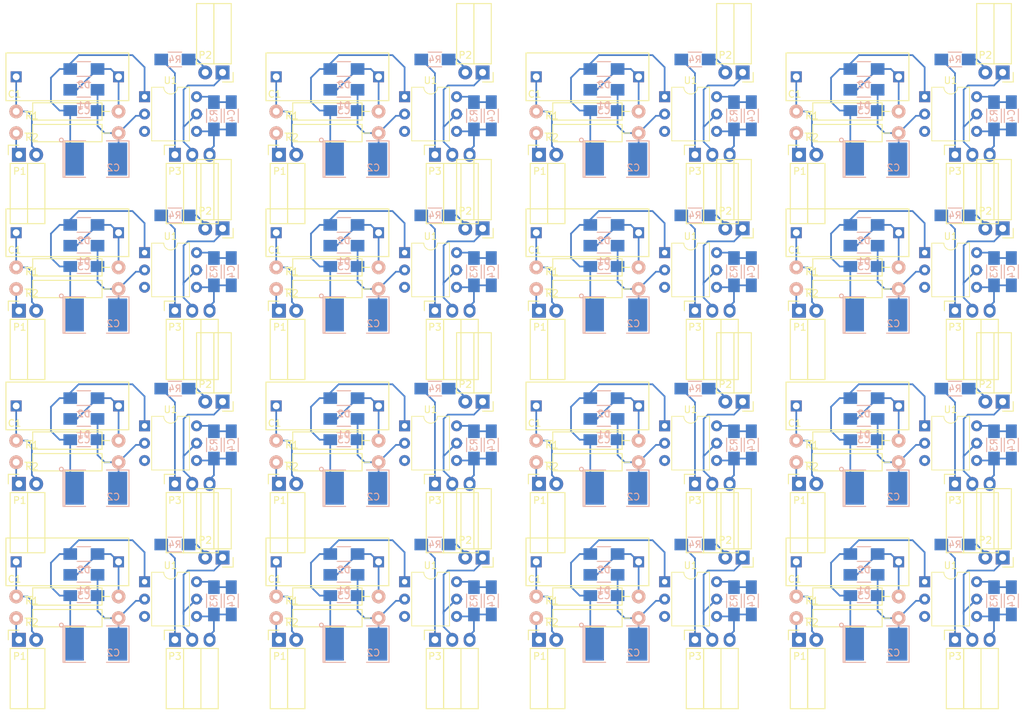
<source format=kicad_pcb>
(kicad_pcb (version 4) (host pcbnew 4.0.5)
  (layers (0 F.Cu signal) (31 B.Cu signal) (34 B.Paste user) (35 F.Paste user) (36 B.SilkS user) (37 F.SilkS user) (38 B.Mask user) (39 F.Mask user) (44 Edge.Cuts user))
  (net 0 "")
  (net 1 "Net-(C1-Pad1)")
  (net 2 "Net-(C1-Pad2)")
  (net 3 "Net-(C2-Pad2)")
  (net 4 "Net-(C2-Pad1)")
  (net 5 "Net-(C4-Pad1)")
  (net 6 "Net-(C4-Pad2)")
  (net 7 "Net-(P1-Pad2)")
  (net 8 "Net-(P2-Pad1)")
  (net 9 "Net-(P2-Pad2)")
  (net 10 "Net-(P3-Pad1)")
  (module Resistors_SMD:R_1206_HandSoldering (layer B.Cu) (at 154.94 38.1)
    (fp_text reference D1 (at 0 2.3) (layer B.SilkS) (effects (justify mirror)))
    (fp_text value 4448)
    (pad 1 smd rect (at -2 0) (size 2 1.7) (layers B.Cu B.Paste B.Mask) (net 1 "Net-(C1-Pad1)"))
    (pad 2 smd rect (at 2 0) (size 2 1.7) (layers B.Cu B.Paste B.Mask) (net 3 "Net-(C2-Pad2)"))
  )
  (module Resistors_SMD:R_1206_HandSoldering (layer B.Cu) (at 154.94 35.052)
    (fp_text reference D2 (at 0 2.3) (layer B.SilkS) (effects (justify mirror)))
    (fp_text value 4448)
    (pad 1 smd rect (at -2 0) (size 2 1.7) (layers B.Cu B.Paste B.Mask) (net 4 "Net-(C2-Pad1)"))
    (pad 2 smd rect (at 2 0) (size 2 1.7) (layers B.Cu B.Paste B.Mask) (net 1 "Net-(C1-Pad1)"))
  )
  (module Housings_DIP:DIP-6_W7.62mm (layer F.Cu) (at 163.83 39.116)
    (fp_text reference U1 (at 3.81 -2.39) (layer F.SilkS))
    (fp_text value 4N35)
    (pad 1 thru_hole rect (at 0 0) (size 1.6 1.6) (drill 0.8) (layers *.Cu *.Mask) (net 4 "Net-(C2-Pad1)"))
    (pad 4 thru_hole oval (at 7.62 5.08) (size 1.6 1.6) (drill 0.8) (layers *.Cu *.Mask) (net 6 "Net-(C4-Pad2)"))
    (pad 2 thru_hole oval (at 0 2.54) (size 1.6 1.6) (drill 0.8) (layers *.Cu *.Mask) (net 3 "Net-(C2-Pad2)"))
    (pad 5 thru_hole oval (at 7.62 2.54) (size 1.6 1.6) (drill 0.8) (layers *.Cu *.Mask) (net 8 "Net-(P2-Pad1)"))
    (pad 3 thru_hole oval (at 0 5.08) (size 1.6 1.6) (drill 0.8) (layers *.Cu *.Mask))
    (pad 6 thru_hole oval (at 7.62 0) (size 1.6 1.6) (drill 0.8) (layers *.Cu *.Mask) (net 5 "Net-(C4-Pad1)"))
  )
  (module Resistors_SMD:R_1206_HandSoldering (layer B.Cu) (at 168.275 33.655 180)
    (fp_text reference R4 (at 0 0 180) (layer B.SilkS) (effects (justify mirror)))
    (fp_text value "4,7k (10ma) or 12k (2ma)" hide)
    (pad 1 smd rect (at -2 0 180) (size 2 1.7) (layers B.Cu B.Paste B.Mask) (net 9 "Net-(P2-Pad2)"))
    (pad 2 smd rect (at 2 0 180) (size 2 1.7) (layers B.Cu B.Paste B.Mask) (net 10 "Net-(P3-Pad1)"))
  )
  (module Resistors_SMD:R_1206_HandSoldering (layer B.Cu) (at 173.99 41.91 90)
    (fp_text reference R3 (at 0 0 90) (layer B.SilkS) (effects (justify mirror)))
    (fp_text value 470k hide)
    (pad 1 smd rect (at -2 0 90) (size 2 1.7) (layers B.Cu B.Paste B.Mask) (net 6 "Net-(C4-Pad2)"))
    (pad 2 smd rect (at 2 0 90) (size 2 1.7) (layers B.Cu B.Paste B.Mask) (net 5 "Net-(C4-Pad1)"))
  )
  (module Resistors_THT:Resistor_Horizontal_RM15mm (layer F.Cu) (at 160.02 44.45 180)
    (fp_text reference R2 (at 12.7 -0.635 180) (layer F.SilkS))
    (fp_text value "10k 1W" hide)
    (pad 1 thru_hole circle (at 0 0 180) (size 1.99898 1.99898) (drill 1.00076) (layers *.Cu *.SilkS *.Mask) (net 3 "Net-(C2-Pad2)"))
    (pad 2 thru_hole circle (at 15 0 180) (size 1.99898 1.99898) (drill 1.00076) (layers *.Cu *.SilkS *.Mask) (net 7 "Net-(P1-Pad2)"))
  )
  (module Resistors_THT:Resistor_Horizontal_RM15mm (layer F.Cu) (at 160.02 41.275 180)
    (fp_text reference R1 (at 12.7 -0.635 180) (layer F.SilkS))
    (fp_text value 3m hide)
    (pad 1 thru_hole circle (at 0 0 180) (size 1.99898 1.99898) (drill 1.00076) (layers *.Cu *.SilkS *.Mask) (net 1 "Net-(C1-Pad1)"))
    (pad 2 thru_hole circle (at 15 0 180) (size 1.99898 1.99898) (drill 1.00076) (layers *.Cu *.SilkS *.Mask) (net 2 "Net-(C1-Pad2)"))
  )
  (module Socket_Strips:Socket_Strip_Angled_1x03 (layer F.Cu) (at 168.275 47.625)
    (fp_text reference P3 (at 0 2.413) (layer F.SilkS))
    (fp_text value Out)
    (pad 1 thru_hole rect (at 0 0) (size 1.7272 2.032) (drill 1.016) (layers *.Cu *.Mask) (net 10 "Net-(P3-Pad1)"))
    (pad 2 thru_hole oval (at 2.54 0) (size 1.7272 2.032) (drill 1.016) (layers *.Cu *.Mask) (net 8 "Net-(P2-Pad1)"))
    (pad 3 thru_hole oval (at 5.08 0) (size 1.7272 2.032) (drill 1.016) (layers *.Cu *.Mask) (net 6 "Net-(C4-Pad2)"))
  )
  (module Socket_Strips:Socket_Strip_Angled_1x02 (layer F.Cu) (at 175.26 35.56 180)
    (fp_text reference P2 (at 2.54 2.54 180) (layer F.SilkS))
    (fp_text value Led)
    (pad 1 thru_hole rect (at 0 0 180) (size 2.032 2.032) (drill 1.016) (layers *.Cu *.Mask) (net 8 "Net-(P2-Pad1)"))
    (pad 2 thru_hole oval (at 2.54 0 180) (size 2.032 2.032) (drill 1.016) (layers *.Cu *.Mask) (net 9 "Net-(P2-Pad2)"))
  )
  (module Socket_Strips:Socket_Strip_Angled_1x02 (layer F.Cu) (at 145.415 47.625)
    (fp_text reference P1 (at 0.127 2.413) (layer F.SilkS))
    (fp_text value In)
    (pad 1 thru_hole rect (at 0 0) (size 2.032 2.032) (drill 1.016) (layers *.Cu *.Mask) (net 7 "Net-(P1-Pad2)"))
    (pad 2 thru_hole oval (at 2.54 0) (size 2.032 2.032) (drill 1.016) (layers *.Cu *.Mask) (net 2 "Net-(C1-Pad2)"))
  )
  (module Capacitors_SMD:C_1206_HandSoldering (layer B.Cu) (at 176.53 41.91 270)
    (fp_text reference C4 (at 0 0 270) (layer B.SilkS) (effects (justify mirror)))
    (fp_text value 100pf hide)
    (pad 1 smd rect (at -2 0 270) (size 2 1.6) (layers B.Cu B.Paste B.Mask) (net 5 "Net-(C4-Pad1)"))
    (pad 2 smd rect (at 2 0 270) (size 2 1.6) (layers B.Cu B.Paste B.Mask) (net 6 "Net-(C4-Pad2)"))
  )
  (module Capacitors_SMD:C_1206_HandSoldering (layer B.Cu) (at 154.94 41.148)
    (fp_text reference C3 (at 0 0) (layer B.SilkS) (effects (justify mirror)))
    (fp_text value 0,1 hide)
    (pad 1 smd rect (at -2 0) (size 2 1.6) (layers B.Cu B.Paste B.Mask) (net 4 "Net-(C2-Pad1)"))
    (pad 2 smd rect (at 2 0) (size 2 1.6) (layers B.Cu B.Paste B.Mask) (net 3 "Net-(C2-Pad2)"))
  )
  (module SMD_Packages:SMD-2112_Pol (layer B.Cu) (at 156.718 48.26)
    (fp_text reference C2 (at 2.54 1.27) (layer B.SilkS) (effects (justify mirror)))
    (fp_text value 10,0 hide)
    (pad 2 smd rect (at 3.175 0) (size 2.794 4.826) (layers B.Cu B.Paste B.Mask) (net 3 "Net-(C2-Pad2)"))
    (pad 1 smd rect (at -3.175 0) (size 2.794 4.826) (layers B.Cu B.Paste B.Mask) (net 4 "Net-(C2-Pad1)"))
  )
  (module Capacitors_THT:C_Rect_L18_W7_P15 (layer F.Cu) (at 160.02 36.195 180)
    (fp_text reference C1 (at 15.24 -2.54 180) (layer F.SilkS))
    (fp_text value 0.15uF)
    (pad 1 thru_hole rect (at 0 0 180) (size 1.6 1.6) (drill 1) (layers *.Cu *.Mask) (net 1 "Net-(C1-Pad1)"))
    (pad 2 thru_hole rect (at 15 0 180) (size 1.6 1.6) (drill 1) (layers *.Cu *.Mask) (net 2 "Net-(C1-Pad2)"))
  )
  (module Capacitors_THT:C_Rect_L18_W7_P15 (layer F.Cu) (at 160.02 59.055 180)
    (fp_text reference C1 (at 15.24 -2.54 180) (layer F.SilkS))
    (fp_text value 0.15uF)
    (pad 1 thru_hole rect (at 0 0 180) (size 1.6 1.6) (drill 1) (layers *.Cu *.Mask) (net 1 "Net-(C1-Pad1)"))
    (pad 2 thru_hole rect (at 15 0 180) (size 1.6 1.6) (drill 1) (layers *.Cu *.Mask) (net 2 "Net-(C1-Pad2)"))
  )
  (module SMD_Packages:SMD-2112_Pol (layer B.Cu) (at 156.718 71.12)
    (fp_text reference C2 (at 2.54 1.27) (layer B.SilkS) (effects (justify mirror)))
    (fp_text value 10,0 hide)
    (pad 2 smd rect (at 3.175 0) (size 2.794 4.826) (layers B.Cu B.Paste B.Mask) (net 3 "Net-(C2-Pad2)"))
    (pad 1 smd rect (at -3.175 0) (size 2.794 4.826) (layers B.Cu B.Paste B.Mask) (net 4 "Net-(C2-Pad1)"))
  )
  (module Capacitors_SMD:C_1206_HandSoldering (layer B.Cu) (at 154.94 64.008)
    (fp_text reference C3 (at 0 0) (layer B.SilkS) (effects (justify mirror)))
    (fp_text value 0,1 hide)
    (pad 1 smd rect (at -2 0) (size 2 1.6) (layers B.Cu B.Paste B.Mask) (net 4 "Net-(C2-Pad1)"))
    (pad 2 smd rect (at 2 0) (size 2 1.6) (layers B.Cu B.Paste B.Mask) (net 3 "Net-(C2-Pad2)"))
  )
  (module Capacitors_SMD:C_1206_HandSoldering (layer B.Cu) (at 176.53 64.77 270)
    (fp_text reference C4 (at 0 0 270) (layer B.SilkS) (effects (justify mirror)))
    (fp_text value 100pf hide)
    (pad 1 smd rect (at -2 0 270) (size 2 1.6) (layers B.Cu B.Paste B.Mask) (net 5 "Net-(C4-Pad1)"))
    (pad 2 smd rect (at 2 0 270) (size 2 1.6) (layers B.Cu B.Paste B.Mask) (net 6 "Net-(C4-Pad2)"))
  )
  (module Socket_Strips:Socket_Strip_Angled_1x02 (layer F.Cu) (at 145.415 70.485)
    (fp_text reference P1 (at 0.127 2.413) (layer F.SilkS))
    (fp_text value In)
    (pad 1 thru_hole rect (at 0 0) (size 2.032 2.032) (drill 1.016) (layers *.Cu *.Mask) (net 7 "Net-(P1-Pad2)"))
    (pad 2 thru_hole oval (at 2.54 0) (size 2.032 2.032) (drill 1.016) (layers *.Cu *.Mask) (net 2 "Net-(C1-Pad2)"))
  )
  (module Socket_Strips:Socket_Strip_Angled_1x02 (layer F.Cu) (at 175.26 58.42 180)
    (fp_text reference P2 (at 2.54 2.54 180) (layer F.SilkS))
    (fp_text value Led)
    (pad 1 thru_hole rect (at 0 0 180) (size 2.032 2.032) (drill 1.016) (layers *.Cu *.Mask) (net 8 "Net-(P2-Pad1)"))
    (pad 2 thru_hole oval (at 2.54 0 180) (size 2.032 2.032) (drill 1.016) (layers *.Cu *.Mask) (net 9 "Net-(P2-Pad2)"))
  )
  (module Socket_Strips:Socket_Strip_Angled_1x03 (layer F.Cu) (at 168.275 70.485)
    (fp_text reference P3 (at 0 2.413) (layer F.SilkS))
    (fp_text value Out)
    (pad 1 thru_hole rect (at 0 0) (size 1.7272 2.032) (drill 1.016) (layers *.Cu *.Mask) (net 10 "Net-(P3-Pad1)"))
    (pad 2 thru_hole oval (at 2.54 0) (size 1.7272 2.032) (drill 1.016) (layers *.Cu *.Mask) (net 8 "Net-(P2-Pad1)"))
    (pad 3 thru_hole oval (at 5.08 0) (size 1.7272 2.032) (drill 1.016) (layers *.Cu *.Mask) (net 6 "Net-(C4-Pad2)"))
  )
  (module Resistors_THT:Resistor_Horizontal_RM15mm (layer F.Cu) (at 160.02 64.135 180)
    (fp_text reference R1 (at 12.7 -0.635 180) (layer F.SilkS))
    (fp_text value 3m hide)
    (pad 1 thru_hole circle (at 0 0 180) (size 1.99898 1.99898) (drill 1.00076) (layers *.Cu *.SilkS *.Mask) (net 1 "Net-(C1-Pad1)"))
    (pad 2 thru_hole circle (at 15 0 180) (size 1.99898 1.99898) (drill 1.00076) (layers *.Cu *.SilkS *.Mask) (net 2 "Net-(C1-Pad2)"))
  )
  (module Resistors_THT:Resistor_Horizontal_RM15mm (layer F.Cu) (at 160.02 67.31 180)
    (fp_text reference R2 (at 12.7 -0.635 180) (layer F.SilkS))
    (fp_text value "10k 1W" hide)
    (pad 1 thru_hole circle (at 0 0 180) (size 1.99898 1.99898) (drill 1.00076) (layers *.Cu *.SilkS *.Mask) (net 3 "Net-(C2-Pad2)"))
    (pad 2 thru_hole circle (at 15 0 180) (size 1.99898 1.99898) (drill 1.00076) (layers *.Cu *.SilkS *.Mask) (net 7 "Net-(P1-Pad2)"))
  )
  (module Resistors_SMD:R_1206_HandSoldering (layer B.Cu) (at 173.99 64.77 90)
    (fp_text reference R3 (at 0 0 90) (layer B.SilkS) (effects (justify mirror)))
    (fp_text value 470k hide)
    (pad 1 smd rect (at -2 0 90) (size 2 1.7) (layers B.Cu B.Paste B.Mask) (net 6 "Net-(C4-Pad2)"))
    (pad 2 smd rect (at 2 0 90) (size 2 1.7) (layers B.Cu B.Paste B.Mask) (net 5 "Net-(C4-Pad1)"))
  )
  (module Resistors_SMD:R_1206_HandSoldering (layer B.Cu) (at 168.275 56.515 180)
    (fp_text reference R4 (at 0 0 180) (layer B.SilkS) (effects (justify mirror)))
    (fp_text value "4,7k (10ma) or 12k (2ma)" hide)
    (pad 1 smd rect (at -2 0 180) (size 2 1.7) (layers B.Cu B.Paste B.Mask) (net 9 "Net-(P2-Pad2)"))
    (pad 2 smd rect (at 2 0 180) (size 2 1.7) (layers B.Cu B.Paste B.Mask) (net 10 "Net-(P3-Pad1)"))
  )
  (module Housings_DIP:DIP-6_W7.62mm (layer F.Cu) (at 163.83 61.976)
    (fp_text reference U1 (at 3.81 -2.39) (layer F.SilkS))
    (fp_text value 4N35)
    (pad 1 thru_hole rect (at 0 0) (size 1.6 1.6) (drill 0.8) (layers *.Cu *.Mask) (net 4 "Net-(C2-Pad1)"))
    (pad 4 thru_hole oval (at 7.62 5.08) (size 1.6 1.6) (drill 0.8) (layers *.Cu *.Mask) (net 6 "Net-(C4-Pad2)"))
    (pad 2 thru_hole oval (at 0 2.54) (size 1.6 1.6) (drill 0.8) (layers *.Cu *.Mask) (net 3 "Net-(C2-Pad2)"))
    (pad 5 thru_hole oval (at 7.62 2.54) (size 1.6 1.6) (drill 0.8) (layers *.Cu *.Mask) (net 8 "Net-(P2-Pad1)"))
    (pad 3 thru_hole oval (at 0 5.08) (size 1.6 1.6) (drill 0.8) (layers *.Cu *.Mask))
    (pad 6 thru_hole oval (at 7.62 0) (size 1.6 1.6) (drill 0.8) (layers *.Cu *.Mask) (net 5 "Net-(C4-Pad1)"))
  )
  (module Resistors_SMD:R_1206_HandSoldering (layer B.Cu) (at 154.94 57.912)
    (fp_text reference D2 (at 0 2.3) (layer B.SilkS) (effects (justify mirror)))
    (fp_text value 4448)
    (pad 1 smd rect (at -2 0) (size 2 1.7) (layers B.Cu B.Paste B.Mask) (net 4 "Net-(C2-Pad1)"))
    (pad 2 smd rect (at 2 0) (size 2 1.7) (layers B.Cu B.Paste B.Mask) (net 1 "Net-(C1-Pad1)"))
  )
  (module Resistors_SMD:R_1206_HandSoldering (layer B.Cu) (at 154.94 60.96)
    (fp_text reference D1 (at 0 2.3) (layer B.SilkS) (effects (justify mirror)))
    (fp_text value 4448)
    (pad 1 smd rect (at -2 0) (size 2 1.7) (layers B.Cu B.Paste B.Mask) (net 1 "Net-(C1-Pad1)"))
    (pad 2 smd rect (at 2 0) (size 2 1.7) (layers B.Cu B.Paste B.Mask) (net 3 "Net-(C2-Pad2)"))
  )
  (module Resistors_SMD:R_1206_HandSoldering (layer B.Cu) (at 154.94 109.22)
    (fp_text reference D1 (at 0 2.3) (layer B.SilkS) (effects (justify mirror)))
    (fp_text value 4448)
    (pad 1 smd rect (at -2 0) (size 2 1.7) (layers B.Cu B.Paste B.Mask) (net 1 "Net-(C1-Pad1)"))
    (pad 2 smd rect (at 2 0) (size 2 1.7) (layers B.Cu B.Paste B.Mask) (net 3 "Net-(C2-Pad2)"))
  )
  (module Resistors_SMD:R_1206_HandSoldering (layer B.Cu) (at 154.94 106.172)
    (fp_text reference D2 (at 0 2.3) (layer B.SilkS) (effects (justify mirror)))
    (fp_text value 4448)
    (pad 1 smd rect (at -2 0) (size 2 1.7) (layers B.Cu B.Paste B.Mask) (net 4 "Net-(C2-Pad1)"))
    (pad 2 smd rect (at 2 0) (size 2 1.7) (layers B.Cu B.Paste B.Mask) (net 1 "Net-(C1-Pad1)"))
  )
  (module Housings_DIP:DIP-6_W7.62mm (layer F.Cu) (at 163.83 110.236)
    (fp_text reference U1 (at 3.81 -2.39) (layer F.SilkS))
    (fp_text value 4N35)
    (pad 1 thru_hole rect (at 0 0) (size 1.6 1.6) (drill 0.8) (layers *.Cu *.Mask) (net 4 "Net-(C2-Pad1)"))
    (pad 4 thru_hole oval (at 7.62 5.08) (size 1.6 1.6) (drill 0.8) (layers *.Cu *.Mask) (net 6 "Net-(C4-Pad2)"))
    (pad 2 thru_hole oval (at 0 2.54) (size 1.6 1.6) (drill 0.8) (layers *.Cu *.Mask) (net 3 "Net-(C2-Pad2)"))
    (pad 5 thru_hole oval (at 7.62 2.54) (size 1.6 1.6) (drill 0.8) (layers *.Cu *.Mask) (net 8 "Net-(P2-Pad1)"))
    (pad 3 thru_hole oval (at 0 5.08) (size 1.6 1.6) (drill 0.8) (layers *.Cu *.Mask))
    (pad 6 thru_hole oval (at 7.62 0) (size 1.6 1.6) (drill 0.8) (layers *.Cu *.Mask) (net 5 "Net-(C4-Pad1)"))
  )
  (module Resistors_SMD:R_1206_HandSoldering (layer B.Cu) (at 168.275 104.775 180)
    (fp_text reference R4 (at 0 0 180) (layer B.SilkS) (effects (justify mirror)))
    (fp_text value "4,7k (10ma) or 12k (2ma)" hide)
    (pad 1 smd rect (at -2 0 180) (size 2 1.7) (layers B.Cu B.Paste B.Mask) (net 9 "Net-(P2-Pad2)"))
    (pad 2 smd rect (at 2 0 180) (size 2 1.7) (layers B.Cu B.Paste B.Mask) (net 10 "Net-(P3-Pad1)"))
  )
  (module Resistors_SMD:R_1206_HandSoldering (layer B.Cu) (at 173.99 113.03 90)
    (fp_text reference R3 (at 0 0 90) (layer B.SilkS) (effects (justify mirror)))
    (fp_text value 470k hide)
    (pad 1 smd rect (at -2 0 90) (size 2 1.7) (layers B.Cu B.Paste B.Mask) (net 6 "Net-(C4-Pad2)"))
    (pad 2 smd rect (at 2 0 90) (size 2 1.7) (layers B.Cu B.Paste B.Mask) (net 5 "Net-(C4-Pad1)"))
  )
  (module Resistors_THT:Resistor_Horizontal_RM15mm (layer F.Cu) (at 160.02 115.57 180)
    (fp_text reference R2 (at 12.7 -0.635 180) (layer F.SilkS))
    (fp_text value "10k 1W" hide)
    (pad 1 thru_hole circle (at 0 0 180) (size 1.99898 1.99898) (drill 1.00076) (layers *.Cu *.SilkS *.Mask) (net 3 "Net-(C2-Pad2)"))
    (pad 2 thru_hole circle (at 15 0 180) (size 1.99898 1.99898) (drill 1.00076) (layers *.Cu *.SilkS *.Mask) (net 7 "Net-(P1-Pad2)"))
  )
  (module Resistors_THT:Resistor_Horizontal_RM15mm (layer F.Cu) (at 160.02 112.395 180)
    (fp_text reference R1 (at 12.7 -0.635 180) (layer F.SilkS))
    (fp_text value 3m hide)
    (pad 1 thru_hole circle (at 0 0 180) (size 1.99898 1.99898) (drill 1.00076) (layers *.Cu *.SilkS *.Mask) (net 1 "Net-(C1-Pad1)"))
    (pad 2 thru_hole circle (at 15 0 180) (size 1.99898 1.99898) (drill 1.00076) (layers *.Cu *.SilkS *.Mask) (net 2 "Net-(C1-Pad2)"))
  )
  (module Socket_Strips:Socket_Strip_Angled_1x03 (layer F.Cu) (at 168.275 118.745)
    (fp_text reference P3 (at 0 2.413) (layer F.SilkS))
    (fp_text value Out)
    (pad 1 thru_hole rect (at 0 0) (size 1.7272 2.032) (drill 1.016) (layers *.Cu *.Mask) (net 10 "Net-(P3-Pad1)"))
    (pad 2 thru_hole oval (at 2.54 0) (size 1.7272 2.032) (drill 1.016) (layers *.Cu *.Mask) (net 8 "Net-(P2-Pad1)"))
    (pad 3 thru_hole oval (at 5.08 0) (size 1.7272 2.032) (drill 1.016) (layers *.Cu *.Mask) (net 6 "Net-(C4-Pad2)"))
  )
  (module Socket_Strips:Socket_Strip_Angled_1x02 (layer F.Cu) (at 175.26 106.68 180)
    (fp_text reference P2 (at 2.54 2.54 180) (layer F.SilkS))
    (fp_text value Led)
    (pad 1 thru_hole rect (at 0 0 180) (size 2.032 2.032) (drill 1.016) (layers *.Cu *.Mask) (net 8 "Net-(P2-Pad1)"))
    (pad 2 thru_hole oval (at 2.54 0 180) (size 2.032 2.032) (drill 1.016) (layers *.Cu *.Mask) (net 9 "Net-(P2-Pad2)"))
  )
  (module Socket_Strips:Socket_Strip_Angled_1x02 (layer F.Cu) (at 145.415 118.745)
    (fp_text reference P1 (at 0.127 2.413) (layer F.SilkS))
    (fp_text value In)
    (pad 1 thru_hole rect (at 0 0) (size 2.032 2.032) (drill 1.016) (layers *.Cu *.Mask) (net 7 "Net-(P1-Pad2)"))
    (pad 2 thru_hole oval (at 2.54 0) (size 2.032 2.032) (drill 1.016) (layers *.Cu *.Mask) (net 2 "Net-(C1-Pad2)"))
  )
  (module Capacitors_SMD:C_1206_HandSoldering (layer B.Cu) (at 176.53 113.03 270)
    (fp_text reference C4 (at 0 0 270) (layer B.SilkS) (effects (justify mirror)))
    (fp_text value 100pf hide)
    (pad 1 smd rect (at -2 0 270) (size 2 1.6) (layers B.Cu B.Paste B.Mask) (net 5 "Net-(C4-Pad1)"))
    (pad 2 smd rect (at 2 0 270) (size 2 1.6) (layers B.Cu B.Paste B.Mask) (net 6 "Net-(C4-Pad2)"))
  )
  (module Capacitors_SMD:C_1206_HandSoldering (layer B.Cu) (at 154.94 112.268)
    (fp_text reference C3 (at 0 0) (layer B.SilkS) (effects (justify mirror)))
    (fp_text value 0,1 hide)
    (pad 1 smd rect (at -2 0) (size 2 1.6) (layers B.Cu B.Paste B.Mask) (net 4 "Net-(C2-Pad1)"))
    (pad 2 smd rect (at 2 0) (size 2 1.6) (layers B.Cu B.Paste B.Mask) (net 3 "Net-(C2-Pad2)"))
  )
  (module SMD_Packages:SMD-2112_Pol (layer B.Cu) (at 156.718 119.38)
    (fp_text reference C2 (at 2.54 1.27) (layer B.SilkS) (effects (justify mirror)))
    (fp_text value 10,0 hide)
    (pad 2 smd rect (at 3.175 0) (size 2.794 4.826) (layers B.Cu B.Paste B.Mask) (net 3 "Net-(C2-Pad2)"))
    (pad 1 smd rect (at -3.175 0) (size 2.794 4.826) (layers B.Cu B.Paste B.Mask) (net 4 "Net-(C2-Pad1)"))
  )
  (module Capacitors_THT:C_Rect_L18_W7_P15 (layer F.Cu) (at 160.02 107.315 180)
    (fp_text reference C1 (at 15.24 -2.54 180) (layer F.SilkS))
    (fp_text value 0.15uF)
    (pad 1 thru_hole rect (at 0 0 180) (size 1.6 1.6) (drill 1) (layers *.Cu *.Mask) (net 1 "Net-(C1-Pad1)"))
    (pad 2 thru_hole rect (at 15 0 180) (size 1.6 1.6) (drill 1) (layers *.Cu *.Mask) (net 2 "Net-(C1-Pad2)"))
  )
  (module Capacitors_THT:C_Rect_L18_W7_P15 (layer F.Cu) (at 160.02 84.455 180)
    (fp_text reference C1 (at 15.24 -2.54 180) (layer F.SilkS))
    (fp_text value 0.15uF)
    (pad 1 thru_hole rect (at 0 0 180) (size 1.6 1.6) (drill 1) (layers *.Cu *.Mask) (net 1 "Net-(C1-Pad1)"))
    (pad 2 thru_hole rect (at 15 0 180) (size 1.6 1.6) (drill 1) (layers *.Cu *.Mask) (net 2 "Net-(C1-Pad2)"))
  )
  (module SMD_Packages:SMD-2112_Pol (layer B.Cu) (at 156.718 96.52)
    (fp_text reference C2 (at 2.54 1.27) (layer B.SilkS) (effects (justify mirror)))
    (fp_text value 10,0 hide)
    (pad 2 smd rect (at 3.175 0) (size 2.794 4.826) (layers B.Cu B.Paste B.Mask) (net 3 "Net-(C2-Pad2)"))
    (pad 1 smd rect (at -3.175 0) (size 2.794 4.826) (layers B.Cu B.Paste B.Mask) (net 4 "Net-(C2-Pad1)"))
  )
  (module Capacitors_SMD:C_1206_HandSoldering (layer B.Cu) (at 154.94 89.408)
    (fp_text reference C3 (at 0 0) (layer B.SilkS) (effects (justify mirror)))
    (fp_text value 0,1 hide)
    (pad 1 smd rect (at -2 0) (size 2 1.6) (layers B.Cu B.Paste B.Mask) (net 4 "Net-(C2-Pad1)"))
    (pad 2 smd rect (at 2 0) (size 2 1.6) (layers B.Cu B.Paste B.Mask) (net 3 "Net-(C2-Pad2)"))
  )
  (module Capacitors_SMD:C_1206_HandSoldering (layer B.Cu) (at 176.53 90.17 270)
    (fp_text reference C4 (at 0 0 270) (layer B.SilkS) (effects (justify mirror)))
    (fp_text value 100pf hide)
    (pad 1 smd rect (at -2 0 270) (size 2 1.6) (layers B.Cu B.Paste B.Mask) (net 5 "Net-(C4-Pad1)"))
    (pad 2 smd rect (at 2 0 270) (size 2 1.6) (layers B.Cu B.Paste B.Mask) (net 6 "Net-(C4-Pad2)"))
  )
  (module Socket_Strips:Socket_Strip_Angled_1x02 (layer F.Cu) (at 145.415 95.885)
    (fp_text reference P1 (at 0.127 2.413) (layer F.SilkS))
    (fp_text value In)
    (pad 1 thru_hole rect (at 0 0) (size 2.032 2.032) (drill 1.016) (layers *.Cu *.Mask) (net 7 "Net-(P1-Pad2)"))
    (pad 2 thru_hole oval (at 2.54 0) (size 2.032 2.032) (drill 1.016) (layers *.Cu *.Mask) (net 2 "Net-(C1-Pad2)"))
  )
  (module Socket_Strips:Socket_Strip_Angled_1x02 (layer F.Cu) (at 175.26 83.82 180)
    (fp_text reference P2 (at 2.54 2.54 180) (layer F.SilkS))
    (fp_text value Led)
    (pad 1 thru_hole rect (at 0 0 180) (size 2.032 2.032) (drill 1.016) (layers *.Cu *.Mask) (net 8 "Net-(P2-Pad1)"))
    (pad 2 thru_hole oval (at 2.54 0 180) (size 2.032 2.032) (drill 1.016) (layers *.Cu *.Mask) (net 9 "Net-(P2-Pad2)"))
  )
  (module Socket_Strips:Socket_Strip_Angled_1x03 (layer F.Cu) (at 168.275 95.885)
    (fp_text reference P3 (at 0 2.413) (layer F.SilkS))
    (fp_text value Out)
    (pad 1 thru_hole rect (at 0 0) (size 1.7272 2.032) (drill 1.016) (layers *.Cu *.Mask) (net 10 "Net-(P3-Pad1)"))
    (pad 2 thru_hole oval (at 2.54 0) (size 1.7272 2.032) (drill 1.016) (layers *.Cu *.Mask) (net 8 "Net-(P2-Pad1)"))
    (pad 3 thru_hole oval (at 5.08 0) (size 1.7272 2.032) (drill 1.016) (layers *.Cu *.Mask) (net 6 "Net-(C4-Pad2)"))
  )
  (module Resistors_THT:Resistor_Horizontal_RM15mm (layer F.Cu) (at 160.02 89.535 180)
    (fp_text reference R1 (at 12.7 -0.635 180) (layer F.SilkS))
    (fp_text value 3m hide)
    (pad 1 thru_hole circle (at 0 0 180) (size 1.99898 1.99898) (drill 1.00076) (layers *.Cu *.SilkS *.Mask) (net 1 "Net-(C1-Pad1)"))
    (pad 2 thru_hole circle (at 15 0 180) (size 1.99898 1.99898) (drill 1.00076) (layers *.Cu *.SilkS *.Mask) (net 2 "Net-(C1-Pad2)"))
  )
  (module Resistors_THT:Resistor_Horizontal_RM15mm (layer F.Cu) (at 160.02 92.71 180)
    (fp_text reference R2 (at 12.7 -0.635 180) (layer F.SilkS))
    (fp_text value "10k 1W" hide)
    (pad 1 thru_hole circle (at 0 0 180) (size 1.99898 1.99898) (drill 1.00076) (layers *.Cu *.SilkS *.Mask) (net 3 "Net-(C2-Pad2)"))
    (pad 2 thru_hole circle (at 15 0 180) (size 1.99898 1.99898) (drill 1.00076) (layers *.Cu *.SilkS *.Mask) (net 7 "Net-(P1-Pad2)"))
  )
  (module Resistors_SMD:R_1206_HandSoldering (layer B.Cu) (at 173.99 90.17 90)
    (fp_text reference R3 (at 0 0 90) (layer B.SilkS) (effects (justify mirror)))
    (fp_text value 470k hide)
    (pad 1 smd rect (at -2 0 90) (size 2 1.7) (layers B.Cu B.Paste B.Mask) (net 6 "Net-(C4-Pad2)"))
    (pad 2 smd rect (at 2 0 90) (size 2 1.7) (layers B.Cu B.Paste B.Mask) (net 5 "Net-(C4-Pad1)"))
  )
  (module Resistors_SMD:R_1206_HandSoldering (layer B.Cu) (at 168.275 81.915 180)
    (fp_text reference R4 (at 0 0 180) (layer B.SilkS) (effects (justify mirror)))
    (fp_text value "4,7k (10ma) or 12k (2ma)" hide)
    (pad 1 smd rect (at -2 0 180) (size 2 1.7) (layers B.Cu B.Paste B.Mask) (net 9 "Net-(P2-Pad2)"))
    (pad 2 smd rect (at 2 0 180) (size 2 1.7) (layers B.Cu B.Paste B.Mask) (net 10 "Net-(P3-Pad1)"))
  )
  (module Housings_DIP:DIP-6_W7.62mm (layer F.Cu) (at 163.83 87.376)
    (fp_text reference U1 (at 3.81 -2.39) (layer F.SilkS))
    (fp_text value 4N35)
    (pad 1 thru_hole rect (at 0 0) (size 1.6 1.6) (drill 0.8) (layers *.Cu *.Mask) (net 4 "Net-(C2-Pad1)"))
    (pad 4 thru_hole oval (at 7.62 5.08) (size 1.6 1.6) (drill 0.8) (layers *.Cu *.Mask) (net 6 "Net-(C4-Pad2)"))
    (pad 2 thru_hole oval (at 0 2.54) (size 1.6 1.6) (drill 0.8) (layers *.Cu *.Mask) (net 3 "Net-(C2-Pad2)"))
    (pad 5 thru_hole oval (at 7.62 2.54) (size 1.6 1.6) (drill 0.8) (layers *.Cu *.Mask) (net 8 "Net-(P2-Pad1)"))
    (pad 3 thru_hole oval (at 0 5.08) (size 1.6 1.6) (drill 0.8) (layers *.Cu *.Mask))
    (pad 6 thru_hole oval (at 7.62 0) (size 1.6 1.6) (drill 0.8) (layers *.Cu *.Mask) (net 5 "Net-(C4-Pad1)"))
  )
  (module Resistors_SMD:R_1206_HandSoldering (layer B.Cu) (at 154.94 83.312)
    (fp_text reference D2 (at 0 2.3) (layer B.SilkS) (effects (justify mirror)))
    (fp_text value 4448)
    (pad 1 smd rect (at -2 0) (size 2 1.7) (layers B.Cu B.Paste B.Mask) (net 4 "Net-(C2-Pad1)"))
    (pad 2 smd rect (at 2 0) (size 2 1.7) (layers B.Cu B.Paste B.Mask) (net 1 "Net-(C1-Pad1)"))
  )
  (module Resistors_SMD:R_1206_HandSoldering (layer B.Cu) (at 154.94 86.36)
    (fp_text reference D1 (at 0 2.3) (layer B.SilkS) (effects (justify mirror)))
    (fp_text value 4448)
    (pad 1 smd rect (at -2 0) (size 2 1.7) (layers B.Cu B.Paste B.Mask) (net 1 "Net-(C1-Pad1)"))
    (pad 2 smd rect (at 2 0) (size 2 1.7) (layers B.Cu B.Paste B.Mask) (net 3 "Net-(C2-Pad2)"))
  )
  (module Resistors_SMD:R_1206_HandSoldering (layer B.Cu) (at 116.84 86.36)
    (fp_text reference D1 (at 0 2.3) (layer B.SilkS) (effects (justify mirror)))
    (fp_text value 4448)
    (pad 1 smd rect (at -2 0) (size 2 1.7) (layers B.Cu B.Paste B.Mask) (net 1 "Net-(C1-Pad1)"))
    (pad 2 smd rect (at 2 0) (size 2 1.7) (layers B.Cu B.Paste B.Mask) (net 3 "Net-(C2-Pad2)"))
  )
  (module Resistors_SMD:R_1206_HandSoldering (layer B.Cu) (at 116.84 83.312)
    (fp_text reference D2 (at 0 2.3) (layer B.SilkS) (effects (justify mirror)))
    (fp_text value 4448)
    (pad 1 smd rect (at -2 0) (size 2 1.7) (layers B.Cu B.Paste B.Mask) (net 4 "Net-(C2-Pad1)"))
    (pad 2 smd rect (at 2 0) (size 2 1.7) (layers B.Cu B.Paste B.Mask) (net 1 "Net-(C1-Pad1)"))
  )
  (module Housings_DIP:DIP-6_W7.62mm (layer F.Cu) (at 125.73 87.376)
    (fp_text reference U1 (at 3.81 -2.39) (layer F.SilkS))
    (fp_text value 4N35)
    (pad 1 thru_hole rect (at 0 0) (size 1.6 1.6) (drill 0.8) (layers *.Cu *.Mask) (net 4 "Net-(C2-Pad1)"))
    (pad 4 thru_hole oval (at 7.62 5.08) (size 1.6 1.6) (drill 0.8) (layers *.Cu *.Mask) (net 6 "Net-(C4-Pad2)"))
    (pad 2 thru_hole oval (at 0 2.54) (size 1.6 1.6) (drill 0.8) (layers *.Cu *.Mask) (net 3 "Net-(C2-Pad2)"))
    (pad 5 thru_hole oval (at 7.62 2.54) (size 1.6 1.6) (drill 0.8) (layers *.Cu *.Mask) (net 8 "Net-(P2-Pad1)"))
    (pad 3 thru_hole oval (at 0 5.08) (size 1.6 1.6) (drill 0.8) (layers *.Cu *.Mask))
    (pad 6 thru_hole oval (at 7.62 0) (size 1.6 1.6) (drill 0.8) (layers *.Cu *.Mask) (net 5 "Net-(C4-Pad1)"))
  )
  (module Resistors_SMD:R_1206_HandSoldering (layer B.Cu) (at 130.175 81.915 180)
    (fp_text reference R4 (at 0 0 180) (layer B.SilkS) (effects (justify mirror)))
    (fp_text value "4,7k (10ma) or 12k (2ma)" hide)
    (pad 1 smd rect (at -2 0 180) (size 2 1.7) (layers B.Cu B.Paste B.Mask) (net 9 "Net-(P2-Pad2)"))
    (pad 2 smd rect (at 2 0 180) (size 2 1.7) (layers B.Cu B.Paste B.Mask) (net 10 "Net-(P3-Pad1)"))
  )
  (module Resistors_SMD:R_1206_HandSoldering (layer B.Cu) (at 135.89 90.17 90)
    (fp_text reference R3 (at 0 0 90) (layer B.SilkS) (effects (justify mirror)))
    (fp_text value 470k hide)
    (pad 1 smd rect (at -2 0 90) (size 2 1.7) (layers B.Cu B.Paste B.Mask) (net 6 "Net-(C4-Pad2)"))
    (pad 2 smd rect (at 2 0 90) (size 2 1.7) (layers B.Cu B.Paste B.Mask) (net 5 "Net-(C4-Pad1)"))
  )
  (module Resistors_THT:Resistor_Horizontal_RM15mm (layer F.Cu) (at 121.92 92.71 180)
    (fp_text reference R2 (at 12.7 -0.635 180) (layer F.SilkS))
    (fp_text value "10k 1W" hide)
    (pad 1 thru_hole circle (at 0 0 180) (size 1.99898 1.99898) (drill 1.00076) (layers *.Cu *.SilkS *.Mask) (net 3 "Net-(C2-Pad2)"))
    (pad 2 thru_hole circle (at 15 0 180) (size 1.99898 1.99898) (drill 1.00076) (layers *.Cu *.SilkS *.Mask) (net 7 "Net-(P1-Pad2)"))
  )
  (module Resistors_THT:Resistor_Horizontal_RM15mm (layer F.Cu) (at 121.92 89.535 180)
    (fp_text reference R1 (at 12.7 -0.635 180) (layer F.SilkS))
    (fp_text value 3m hide)
    (pad 1 thru_hole circle (at 0 0 180) (size 1.99898 1.99898) (drill 1.00076) (layers *.Cu *.SilkS *.Mask) (net 1 "Net-(C1-Pad1)"))
    (pad 2 thru_hole circle (at 15 0 180) (size 1.99898 1.99898) (drill 1.00076) (layers *.Cu *.SilkS *.Mask) (net 2 "Net-(C1-Pad2)"))
  )
  (module Socket_Strips:Socket_Strip_Angled_1x03 (layer F.Cu) (at 130.175 95.885)
    (fp_text reference P3 (at 0 2.413) (layer F.SilkS))
    (fp_text value Out)
    (pad 1 thru_hole rect (at 0 0) (size 1.7272 2.032) (drill 1.016) (layers *.Cu *.Mask) (net 10 "Net-(P3-Pad1)"))
    (pad 2 thru_hole oval (at 2.54 0) (size 1.7272 2.032) (drill 1.016) (layers *.Cu *.Mask) (net 8 "Net-(P2-Pad1)"))
    (pad 3 thru_hole oval (at 5.08 0) (size 1.7272 2.032) (drill 1.016) (layers *.Cu *.Mask) (net 6 "Net-(C4-Pad2)"))
  )
  (module Socket_Strips:Socket_Strip_Angled_1x02 (layer F.Cu) (at 137.16 83.82 180)
    (fp_text reference P2 (at 2.54 2.54 180) (layer F.SilkS))
    (fp_text value Led)
    (pad 1 thru_hole rect (at 0 0 180) (size 2.032 2.032) (drill 1.016) (layers *.Cu *.Mask) (net 8 "Net-(P2-Pad1)"))
    (pad 2 thru_hole oval (at 2.54 0 180) (size 2.032 2.032) (drill 1.016) (layers *.Cu *.Mask) (net 9 "Net-(P2-Pad2)"))
  )
  (module Socket_Strips:Socket_Strip_Angled_1x02 (layer F.Cu) (at 107.315 95.885)
    (fp_text reference P1 (at 0.127 2.413) (layer F.SilkS))
    (fp_text value In)
    (pad 1 thru_hole rect (at 0 0) (size 2.032 2.032) (drill 1.016) (layers *.Cu *.Mask) (net 7 "Net-(P1-Pad2)"))
    (pad 2 thru_hole oval (at 2.54 0) (size 2.032 2.032) (drill 1.016) (layers *.Cu *.Mask) (net 2 "Net-(C1-Pad2)"))
  )
  (module Capacitors_SMD:C_1206_HandSoldering (layer B.Cu) (at 138.43 90.17 270)
    (fp_text reference C4 (at 0 0 270) (layer B.SilkS) (effects (justify mirror)))
    (fp_text value 100pf hide)
    (pad 1 smd rect (at -2 0 270) (size 2 1.6) (layers B.Cu B.Paste B.Mask) (net 5 "Net-(C4-Pad1)"))
    (pad 2 smd rect (at 2 0 270) (size 2 1.6) (layers B.Cu B.Paste B.Mask) (net 6 "Net-(C4-Pad2)"))
  )
  (module Capacitors_SMD:C_1206_HandSoldering (layer B.Cu) (at 116.84 89.408)
    (fp_text reference C3 (at 0 0) (layer B.SilkS) (effects (justify mirror)))
    (fp_text value 0,1 hide)
    (pad 1 smd rect (at -2 0) (size 2 1.6) (layers B.Cu B.Paste B.Mask) (net 4 "Net-(C2-Pad1)"))
    (pad 2 smd rect (at 2 0) (size 2 1.6) (layers B.Cu B.Paste B.Mask) (net 3 "Net-(C2-Pad2)"))
  )
  (module SMD_Packages:SMD-2112_Pol (layer B.Cu) (at 118.618 96.52)
    (fp_text reference C2 (at 2.54 1.27) (layer B.SilkS) (effects (justify mirror)))
    (fp_text value 10,0 hide)
    (pad 2 smd rect (at 3.175 0) (size 2.794 4.826) (layers B.Cu B.Paste B.Mask) (net 3 "Net-(C2-Pad2)"))
    (pad 1 smd rect (at -3.175 0) (size 2.794 4.826) (layers B.Cu B.Paste B.Mask) (net 4 "Net-(C2-Pad1)"))
  )
  (module Capacitors_THT:C_Rect_L18_W7_P15 (layer F.Cu) (at 121.92 84.455 180)
    (fp_text reference C1 (at 15.24 -2.54 180) (layer F.SilkS))
    (fp_text value 0.15uF)
    (pad 1 thru_hole rect (at 0 0 180) (size 1.6 1.6) (drill 1) (layers *.Cu *.Mask) (net 1 "Net-(C1-Pad1)"))
    (pad 2 thru_hole rect (at 15 0 180) (size 1.6 1.6) (drill 1) (layers *.Cu *.Mask) (net 2 "Net-(C1-Pad2)"))
  )
  (module Capacitors_THT:C_Rect_L18_W7_P15 (layer F.Cu) (at 121.92 107.315 180)
    (fp_text reference C1 (at 15.24 -2.54 180) (layer F.SilkS))
    (fp_text value 0.15uF)
    (pad 1 thru_hole rect (at 0 0 180) (size 1.6 1.6) (drill 1) (layers *.Cu *.Mask) (net 1 "Net-(C1-Pad1)"))
    (pad 2 thru_hole rect (at 15 0 180) (size 1.6 1.6) (drill 1) (layers *.Cu *.Mask) (net 2 "Net-(C1-Pad2)"))
  )
  (module SMD_Packages:SMD-2112_Pol (layer B.Cu) (at 118.618 119.38)
    (fp_text reference C2 (at 2.54 1.27) (layer B.SilkS) (effects (justify mirror)))
    (fp_text value 10,0 hide)
    (pad 2 smd rect (at 3.175 0) (size 2.794 4.826) (layers B.Cu B.Paste B.Mask) (net 3 "Net-(C2-Pad2)"))
    (pad 1 smd rect (at -3.175 0) (size 2.794 4.826) (layers B.Cu B.Paste B.Mask) (net 4 "Net-(C2-Pad1)"))
  )
  (module Capacitors_SMD:C_1206_HandSoldering (layer B.Cu) (at 116.84 112.268)
    (fp_text reference C3 (at 0 0) (layer B.SilkS) (effects (justify mirror)))
    (fp_text value 0,1 hide)
    (pad 1 smd rect (at -2 0) (size 2 1.6) (layers B.Cu B.Paste B.Mask) (net 4 "Net-(C2-Pad1)"))
    (pad 2 smd rect (at 2 0) (size 2 1.6) (layers B.Cu B.Paste B.Mask) (net 3 "Net-(C2-Pad2)"))
  )
  (module Capacitors_SMD:C_1206_HandSoldering (layer B.Cu) (at 138.43 113.03 270)
    (fp_text reference C4 (at 0 0 270) (layer B.SilkS) (effects (justify mirror)))
    (fp_text value 100pf hide)
    (pad 1 smd rect (at -2 0 270) (size 2 1.6) (layers B.Cu B.Paste B.Mask) (net 5 "Net-(C4-Pad1)"))
    (pad 2 smd rect (at 2 0 270) (size 2 1.6) (layers B.Cu B.Paste B.Mask) (net 6 "Net-(C4-Pad2)"))
  )
  (module Socket_Strips:Socket_Strip_Angled_1x02 (layer F.Cu) (at 107.315 118.745)
    (fp_text reference P1 (at 0.127 2.413) (layer F.SilkS))
    (fp_text value In)
    (pad 1 thru_hole rect (at 0 0) (size 2.032 2.032) (drill 1.016) (layers *.Cu *.Mask) (net 7 "Net-(P1-Pad2)"))
    (pad 2 thru_hole oval (at 2.54 0) (size 2.032 2.032) (drill 1.016) (layers *.Cu *.Mask) (net 2 "Net-(C1-Pad2)"))
  )
  (module Socket_Strips:Socket_Strip_Angled_1x02 (layer F.Cu) (at 137.16 106.68 180)
    (fp_text reference P2 (at 2.54 2.54 180) (layer F.SilkS))
    (fp_text value Led)
    (pad 1 thru_hole rect (at 0 0 180) (size 2.032 2.032) (drill 1.016) (layers *.Cu *.Mask) (net 8 "Net-(P2-Pad1)"))
    (pad 2 thru_hole oval (at 2.54 0 180) (size 2.032 2.032) (drill 1.016) (layers *.Cu *.Mask) (net 9 "Net-(P2-Pad2)"))
  )
  (module Socket_Strips:Socket_Strip_Angled_1x03 (layer F.Cu) (at 130.175 118.745)
    (fp_text reference P3 (at 0 2.413) (layer F.SilkS))
    (fp_text value Out)
    (pad 1 thru_hole rect (at 0 0) (size 1.7272 2.032) (drill 1.016) (layers *.Cu *.Mask) (net 10 "Net-(P3-Pad1)"))
    (pad 2 thru_hole oval (at 2.54 0) (size 1.7272 2.032) (drill 1.016) (layers *.Cu *.Mask) (net 8 "Net-(P2-Pad1)"))
    (pad 3 thru_hole oval (at 5.08 0) (size 1.7272 2.032) (drill 1.016) (layers *.Cu *.Mask) (net 6 "Net-(C4-Pad2)"))
  )
  (module Resistors_THT:Resistor_Horizontal_RM15mm (layer F.Cu) (at 121.92 112.395 180)
    (fp_text reference R1 (at 12.7 -0.635 180) (layer F.SilkS))
    (fp_text value 3m hide)
    (pad 1 thru_hole circle (at 0 0 180) (size 1.99898 1.99898) (drill 1.00076) (layers *.Cu *.SilkS *.Mask) (net 1 "Net-(C1-Pad1)"))
    (pad 2 thru_hole circle (at 15 0 180) (size 1.99898 1.99898) (drill 1.00076) (layers *.Cu *.SilkS *.Mask) (net 2 "Net-(C1-Pad2)"))
  )
  (module Resistors_THT:Resistor_Horizontal_RM15mm (layer F.Cu) (at 121.92 115.57 180)
    (fp_text reference R2 (at 12.7 -0.635 180) (layer F.SilkS))
    (fp_text value "10k 1W" hide)
    (pad 1 thru_hole circle (at 0 0 180) (size 1.99898 1.99898) (drill 1.00076) (layers *.Cu *.SilkS *.Mask) (net 3 "Net-(C2-Pad2)"))
    (pad 2 thru_hole circle (at 15 0 180) (size 1.99898 1.99898) (drill 1.00076) (layers *.Cu *.SilkS *.Mask) (net 7 "Net-(P1-Pad2)"))
  )
  (module Resistors_SMD:R_1206_HandSoldering (layer B.Cu) (at 135.89 113.03 90)
    (fp_text reference R3 (at 0 0 90) (layer B.SilkS) (effects (justify mirror)))
    (fp_text value 470k hide)
    (pad 1 smd rect (at -2 0 90) (size 2 1.7) (layers B.Cu B.Paste B.Mask) (net 6 "Net-(C4-Pad2)"))
    (pad 2 smd rect (at 2 0 90) (size 2 1.7) (layers B.Cu B.Paste B.Mask) (net 5 "Net-(C4-Pad1)"))
  )
  (module Resistors_SMD:R_1206_HandSoldering (layer B.Cu) (at 130.175 104.775 180)
    (fp_text reference R4 (at 0 0 180) (layer B.SilkS) (effects (justify mirror)))
    (fp_text value "4,7k (10ma) or 12k (2ma)" hide)
    (pad 1 smd rect (at -2 0 180) (size 2 1.7) (layers B.Cu B.Paste B.Mask) (net 9 "Net-(P2-Pad2)"))
    (pad 2 smd rect (at 2 0 180) (size 2 1.7) (layers B.Cu B.Paste B.Mask) (net 10 "Net-(P3-Pad1)"))
  )
  (module Housings_DIP:DIP-6_W7.62mm (layer F.Cu) (at 125.73 110.236)
    (fp_text reference U1 (at 3.81 -2.39) (layer F.SilkS))
    (fp_text value 4N35)
    (pad 1 thru_hole rect (at 0 0) (size 1.6 1.6) (drill 0.8) (layers *.Cu *.Mask) (net 4 "Net-(C2-Pad1)"))
    (pad 4 thru_hole oval (at 7.62 5.08) (size 1.6 1.6) (drill 0.8) (layers *.Cu *.Mask) (net 6 "Net-(C4-Pad2)"))
    (pad 2 thru_hole oval (at 0 2.54) (size 1.6 1.6) (drill 0.8) (layers *.Cu *.Mask) (net 3 "Net-(C2-Pad2)"))
    (pad 5 thru_hole oval (at 7.62 2.54) (size 1.6 1.6) (drill 0.8) (layers *.Cu *.Mask) (net 8 "Net-(P2-Pad1)"))
    (pad 3 thru_hole oval (at 0 5.08) (size 1.6 1.6) (drill 0.8) (layers *.Cu *.Mask))
    (pad 6 thru_hole oval (at 7.62 0) (size 1.6 1.6) (drill 0.8) (layers *.Cu *.Mask) (net 5 "Net-(C4-Pad1)"))
  )
  (module Resistors_SMD:R_1206_HandSoldering (layer B.Cu) (at 116.84 106.172)
    (fp_text reference D2 (at 0 2.3) (layer B.SilkS) (effects (justify mirror)))
    (fp_text value 4448)
    (pad 1 smd rect (at -2 0) (size 2 1.7) (layers B.Cu B.Paste B.Mask) (net 4 "Net-(C2-Pad1)"))
    (pad 2 smd rect (at 2 0) (size 2 1.7) (layers B.Cu B.Paste B.Mask) (net 1 "Net-(C1-Pad1)"))
  )
  (module Resistors_SMD:R_1206_HandSoldering (layer B.Cu) (at 116.84 109.22)
    (fp_text reference D1 (at 0 2.3) (layer B.SilkS) (effects (justify mirror)))
    (fp_text value 4448)
    (pad 1 smd rect (at -2 0) (size 2 1.7) (layers B.Cu B.Paste B.Mask) (net 1 "Net-(C1-Pad1)"))
    (pad 2 smd rect (at 2 0) (size 2 1.7) (layers B.Cu B.Paste B.Mask) (net 3 "Net-(C2-Pad2)"))
  )
  (module Resistors_SMD:R_1206_HandSoldering (layer B.Cu) (at 116.84 60.96)
    (fp_text reference D1 (at 0 2.3) (layer B.SilkS) (effects (justify mirror)))
    (fp_text value 4448)
    (pad 1 smd rect (at -2 0) (size 2 1.7) (layers B.Cu B.Paste B.Mask) (net 1 "Net-(C1-Pad1)"))
    (pad 2 smd rect (at 2 0) (size 2 1.7) (layers B.Cu B.Paste B.Mask) (net 3 "Net-(C2-Pad2)"))
  )
  (module Resistors_SMD:R_1206_HandSoldering (layer B.Cu) (at 116.84 57.912)
    (fp_text reference D2 (at 0 2.3) (layer B.SilkS) (effects (justify mirror)))
    (fp_text value 4448)
    (pad 1 smd rect (at -2 0) (size 2 1.7) (layers B.Cu B.Paste B.Mask) (net 4 "Net-(C2-Pad1)"))
    (pad 2 smd rect (at 2 0) (size 2 1.7) (layers B.Cu B.Paste B.Mask) (net 1 "Net-(C1-Pad1)"))
  )
  (module Housings_DIP:DIP-6_W7.62mm (layer F.Cu) (at 125.73 61.976)
    (fp_text reference U1 (at 3.81 -2.39) (layer F.SilkS))
    (fp_text value 4N35)
    (pad 1 thru_hole rect (at 0 0) (size 1.6 1.6) (drill 0.8) (layers *.Cu *.Mask) (net 4 "Net-(C2-Pad1)"))
    (pad 4 thru_hole oval (at 7.62 5.08) (size 1.6 1.6) (drill 0.8) (layers *.Cu *.Mask) (net 6 "Net-(C4-Pad2)"))
    (pad 2 thru_hole oval (at 0 2.54) (size 1.6 1.6) (drill 0.8) (layers *.Cu *.Mask) (net 3 "Net-(C2-Pad2)"))
    (pad 5 thru_hole oval (at 7.62 2.54) (size 1.6 1.6) (drill 0.8) (layers *.Cu *.Mask) (net 8 "Net-(P2-Pad1)"))
    (pad 3 thru_hole oval (at 0 5.08) (size 1.6 1.6) (drill 0.8) (layers *.Cu *.Mask))
    (pad 6 thru_hole oval (at 7.62 0) (size 1.6 1.6) (drill 0.8) (layers *.Cu *.Mask) (net 5 "Net-(C4-Pad1)"))
  )
  (module Resistors_SMD:R_1206_HandSoldering (layer B.Cu) (at 130.175 56.515 180)
    (fp_text reference R4 (at 0 0 180) (layer B.SilkS) (effects (justify mirror)))
    (fp_text value "4,7k (10ma) or 12k (2ma)" hide)
    (pad 1 smd rect (at -2 0 180) (size 2 1.7) (layers B.Cu B.Paste B.Mask) (net 9 "Net-(P2-Pad2)"))
    (pad 2 smd rect (at 2 0 180) (size 2 1.7) (layers B.Cu B.Paste B.Mask) (net 10 "Net-(P3-Pad1)"))
  )
  (module Resistors_SMD:R_1206_HandSoldering (layer B.Cu) (at 135.89 64.77 90)
    (fp_text reference R3 (at 0 0 90) (layer B.SilkS) (effects (justify mirror)))
    (fp_text value 470k hide)
    (pad 1 smd rect (at -2 0 90) (size 2 1.7) (layers B.Cu B.Paste B.Mask) (net 6 "Net-(C4-Pad2)"))
    (pad 2 smd rect (at 2 0 90) (size 2 1.7) (layers B.Cu B.Paste B.Mask) (net 5 "Net-(C4-Pad1)"))
  )
  (module Resistors_THT:Resistor_Horizontal_RM15mm (layer F.Cu) (at 121.92 67.31 180)
    (fp_text reference R2 (at 12.7 -0.635 180) (layer F.SilkS))
    (fp_text value "10k 1W" hide)
    (pad 1 thru_hole circle (at 0 0 180) (size 1.99898 1.99898) (drill 1.00076) (layers *.Cu *.SilkS *.Mask) (net 3 "Net-(C2-Pad2)"))
    (pad 2 thru_hole circle (at 15 0 180) (size 1.99898 1.99898) (drill 1.00076) (layers *.Cu *.SilkS *.Mask) (net 7 "Net-(P1-Pad2)"))
  )
  (module Resistors_THT:Resistor_Horizontal_RM15mm (layer F.Cu) (at 121.92 64.135 180)
    (fp_text reference R1 (at 12.7 -0.635 180) (layer F.SilkS))
    (fp_text value 3m hide)
    (pad 1 thru_hole circle (at 0 0 180) (size 1.99898 1.99898) (drill 1.00076) (layers *.Cu *.SilkS *.Mask) (net 1 "Net-(C1-Pad1)"))
    (pad 2 thru_hole circle (at 15 0 180) (size 1.99898 1.99898) (drill 1.00076) (layers *.Cu *.SilkS *.Mask) (net 2 "Net-(C1-Pad2)"))
  )
  (module Socket_Strips:Socket_Strip_Angled_1x03 (layer F.Cu) (at 130.175 70.485)
    (fp_text reference P3 (at 0 2.413) (layer F.SilkS))
    (fp_text value Out)
    (pad 1 thru_hole rect (at 0 0) (size 1.7272 2.032) (drill 1.016) (layers *.Cu *.Mask) (net 10 "Net-(P3-Pad1)"))
    (pad 2 thru_hole oval (at 2.54 0) (size 1.7272 2.032) (drill 1.016) (layers *.Cu *.Mask) (net 8 "Net-(P2-Pad1)"))
    (pad 3 thru_hole oval (at 5.08 0) (size 1.7272 2.032) (drill 1.016) (layers *.Cu *.Mask) (net 6 "Net-(C4-Pad2)"))
  )
  (module Socket_Strips:Socket_Strip_Angled_1x02 (layer F.Cu) (at 137.16 58.42 180)
    (fp_text reference P2 (at 2.54 2.54 180) (layer F.SilkS))
    (fp_text value Led)
    (pad 1 thru_hole rect (at 0 0 180) (size 2.032 2.032) (drill 1.016) (layers *.Cu *.Mask) (net 8 "Net-(P2-Pad1)"))
    (pad 2 thru_hole oval (at 2.54 0 180) (size 2.032 2.032) (drill 1.016) (layers *.Cu *.Mask) (net 9 "Net-(P2-Pad2)"))
  )
  (module Socket_Strips:Socket_Strip_Angled_1x02 (layer F.Cu) (at 107.315 70.485)
    (fp_text reference P1 (at 0.127 2.413) (layer F.SilkS))
    (fp_text value In)
    (pad 1 thru_hole rect (at 0 0) (size 2.032 2.032) (drill 1.016) (layers *.Cu *.Mask) (net 7 "Net-(P1-Pad2)"))
    (pad 2 thru_hole oval (at 2.54 0) (size 2.032 2.032) (drill 1.016) (layers *.Cu *.Mask) (net 2 "Net-(C1-Pad2)"))
  )
  (module Capacitors_SMD:C_1206_HandSoldering (layer B.Cu) (at 138.43 64.77 270)
    (fp_text reference C4 (at 0 0 270) (layer B.SilkS) (effects (justify mirror)))
    (fp_text value 100pf hide)
    (pad 1 smd rect (at -2 0 270) (size 2 1.6) (layers B.Cu B.Paste B.Mask) (net 5 "Net-(C4-Pad1)"))
    (pad 2 smd rect (at 2 0 270) (size 2 1.6) (layers B.Cu B.Paste B.Mask) (net 6 "Net-(C4-Pad2)"))
  )
  (module Capacitors_SMD:C_1206_HandSoldering (layer B.Cu) (at 116.84 64.008)
    (fp_text reference C3 (at 0 0) (layer B.SilkS) (effects (justify mirror)))
    (fp_text value 0,1 hide)
    (pad 1 smd rect (at -2 0) (size 2 1.6) (layers B.Cu B.Paste B.Mask) (net 4 "Net-(C2-Pad1)"))
    (pad 2 smd rect (at 2 0) (size 2 1.6) (layers B.Cu B.Paste B.Mask) (net 3 "Net-(C2-Pad2)"))
  )
  (module SMD_Packages:SMD-2112_Pol (layer B.Cu) (at 118.618 71.12)
    (fp_text reference C2 (at 2.54 1.27) (layer B.SilkS) (effects (justify mirror)))
    (fp_text value 10,0 hide)
    (pad 2 smd rect (at 3.175 0) (size 2.794 4.826) (layers B.Cu B.Paste B.Mask) (net 3 "Net-(C2-Pad2)"))
    (pad 1 smd rect (at -3.175 0) (size 2.794 4.826) (layers B.Cu B.Paste B.Mask) (net 4 "Net-(C2-Pad1)"))
  )
  (module Capacitors_THT:C_Rect_L18_W7_P15 (layer F.Cu) (at 121.92 59.055 180)
    (fp_text reference C1 (at 15.24 -2.54 180) (layer F.SilkS))
    (fp_text value 0.15uF)
    (pad 1 thru_hole rect (at 0 0 180) (size 1.6 1.6) (drill 1) (layers *.Cu *.Mask) (net 1 "Net-(C1-Pad1)"))
    (pad 2 thru_hole rect (at 15 0 180) (size 1.6 1.6) (drill 1) (layers *.Cu *.Mask) (net 2 "Net-(C1-Pad2)"))
  )
  (module Capacitors_THT:C_Rect_L18_W7_P15 (layer F.Cu) (at 121.92 36.195 180)
    (fp_text reference C1 (at 15.24 -2.54 180) (layer F.SilkS))
    (fp_text value 0.15uF)
    (pad 1 thru_hole rect (at 0 0 180) (size 1.6 1.6) (drill 1) (layers *.Cu *.Mask) (net 1 "Net-(C1-Pad1)"))
    (pad 2 thru_hole rect (at 15 0 180) (size 1.6 1.6) (drill 1) (layers *.Cu *.Mask) (net 2 "Net-(C1-Pad2)"))
  )
  (module SMD_Packages:SMD-2112_Pol (layer B.Cu) (at 118.618 48.26)
    (fp_text reference C2 (at 2.54 1.27) (layer B.SilkS) (effects (justify mirror)))
    (fp_text value 10,0 hide)
    (pad 2 smd rect (at 3.175 0) (size 2.794 4.826) (layers B.Cu B.Paste B.Mask) (net 3 "Net-(C2-Pad2)"))
    (pad 1 smd rect (at -3.175 0) (size 2.794 4.826) (layers B.Cu B.Paste B.Mask) (net 4 "Net-(C2-Pad1)"))
  )
  (module Capacitors_SMD:C_1206_HandSoldering (layer B.Cu) (at 116.84 41.148)
    (fp_text reference C3 (at 0 0) (layer B.SilkS) (effects (justify mirror)))
    (fp_text value 0,1 hide)
    (pad 1 smd rect (at -2 0) (size 2 1.6) (layers B.Cu B.Paste B.Mask) (net 4 "Net-(C2-Pad1)"))
    (pad 2 smd rect (at 2 0) (size 2 1.6) (layers B.Cu B.Paste B.Mask) (net 3 "Net-(C2-Pad2)"))
  )
  (module Capacitors_SMD:C_1206_HandSoldering (layer B.Cu) (at 138.43 41.91 270)
    (fp_text reference C4 (at 0 0 270) (layer B.SilkS) (effects (justify mirror)))
    (fp_text value 100pf hide)
    (pad 1 smd rect (at -2 0 270) (size 2 1.6) (layers B.Cu B.Paste B.Mask) (net 5 "Net-(C4-Pad1)"))
    (pad 2 smd rect (at 2 0 270) (size 2 1.6) (layers B.Cu B.Paste B.Mask) (net 6 "Net-(C4-Pad2)"))
  )
  (module Socket_Strips:Socket_Strip_Angled_1x02 (layer F.Cu) (at 107.315 47.625)
    (fp_text reference P1 (at 0.127 2.413) (layer F.SilkS))
    (fp_text value In)
    (pad 1 thru_hole rect (at 0 0) (size 2.032 2.032) (drill 1.016) (layers *.Cu *.Mask) (net 7 "Net-(P1-Pad2)"))
    (pad 2 thru_hole oval (at 2.54 0) (size 2.032 2.032) (drill 1.016) (layers *.Cu *.Mask) (net 2 "Net-(C1-Pad2)"))
  )
  (module Socket_Strips:Socket_Strip_Angled_1x02 (layer F.Cu) (at 137.16 35.56 180)
    (fp_text reference P2 (at 2.54 2.54 180) (layer F.SilkS))
    (fp_text value Led)
    (pad 1 thru_hole rect (at 0 0 180) (size 2.032 2.032) (drill 1.016) (layers *.Cu *.Mask) (net 8 "Net-(P2-Pad1)"))
    (pad 2 thru_hole oval (at 2.54 0 180) (size 2.032 2.032) (drill 1.016) (layers *.Cu *.Mask) (net 9 "Net-(P2-Pad2)"))
  )
  (module Socket_Strips:Socket_Strip_Angled_1x03 (layer F.Cu) (at 130.175 47.625)
    (fp_text reference P3 (at 0 2.413) (layer F.SilkS))
    (fp_text value Out)
    (pad 1 thru_hole rect (at 0 0) (size 1.7272 2.032) (drill 1.016) (layers *.Cu *.Mask) (net 10 "Net-(P3-Pad1)"))
    (pad 2 thru_hole oval (at 2.54 0) (size 1.7272 2.032) (drill 1.016) (layers *.Cu *.Mask) (net 8 "Net-(P2-Pad1)"))
    (pad 3 thru_hole oval (at 5.08 0) (size 1.7272 2.032) (drill 1.016) (layers *.Cu *.Mask) (net 6 "Net-(C4-Pad2)"))
  )
  (module Resistors_THT:Resistor_Horizontal_RM15mm (layer F.Cu) (at 121.92 41.275 180)
    (fp_text reference R1 (at 12.7 -0.635 180) (layer F.SilkS))
    (fp_text value 3m hide)
    (pad 1 thru_hole circle (at 0 0 180) (size 1.99898 1.99898) (drill 1.00076) (layers *.Cu *.SilkS *.Mask) (net 1 "Net-(C1-Pad1)"))
    (pad 2 thru_hole circle (at 15 0 180) (size 1.99898 1.99898) (drill 1.00076) (layers *.Cu *.SilkS *.Mask) (net 2 "Net-(C1-Pad2)"))
  )
  (module Resistors_THT:Resistor_Horizontal_RM15mm (layer F.Cu) (at 121.92 44.45 180)
    (fp_text reference R2 (at 12.7 -0.635 180) (layer F.SilkS))
    (fp_text value "10k 1W" hide)
    (pad 1 thru_hole circle (at 0 0 180) (size 1.99898 1.99898) (drill 1.00076) (layers *.Cu *.SilkS *.Mask) (net 3 "Net-(C2-Pad2)"))
    (pad 2 thru_hole circle (at 15 0 180) (size 1.99898 1.99898) (drill 1.00076) (layers *.Cu *.SilkS *.Mask) (net 7 "Net-(P1-Pad2)"))
  )
  (module Resistors_SMD:R_1206_HandSoldering (layer B.Cu) (at 135.89 41.91 90)
    (fp_text reference R3 (at 0 0 90) (layer B.SilkS) (effects (justify mirror)))
    (fp_text value 470k hide)
    (pad 1 smd rect (at -2 0 90) (size 2 1.7) (layers B.Cu B.Paste B.Mask) (net 6 "Net-(C4-Pad2)"))
    (pad 2 smd rect (at 2 0 90) (size 2 1.7) (layers B.Cu B.Paste B.Mask) (net 5 "Net-(C4-Pad1)"))
  )
  (module Resistors_SMD:R_1206_HandSoldering (layer B.Cu) (at 130.175 33.655 180)
    (fp_text reference R4 (at 0 0 180) (layer B.SilkS) (effects (justify mirror)))
    (fp_text value "4,7k (10ma) or 12k (2ma)" hide)
    (pad 1 smd rect (at -2 0 180) (size 2 1.7) (layers B.Cu B.Paste B.Mask) (net 9 "Net-(P2-Pad2)"))
    (pad 2 smd rect (at 2 0 180) (size 2 1.7) (layers B.Cu B.Paste B.Mask) (net 10 "Net-(P3-Pad1)"))
  )
  (module Housings_DIP:DIP-6_W7.62mm (layer F.Cu) (at 125.73 39.116)
    (fp_text reference U1 (at 3.81 -2.39) (layer F.SilkS))
    (fp_text value 4N35)
    (pad 1 thru_hole rect (at 0 0) (size 1.6 1.6) (drill 0.8) (layers *.Cu *.Mask) (net 4 "Net-(C2-Pad1)"))
    (pad 4 thru_hole oval (at 7.62 5.08) (size 1.6 1.6) (drill 0.8) (layers *.Cu *.Mask) (net 6 "Net-(C4-Pad2)"))
    (pad 2 thru_hole oval (at 0 2.54) (size 1.6 1.6) (drill 0.8) (layers *.Cu *.Mask) (net 3 "Net-(C2-Pad2)"))
    (pad 5 thru_hole oval (at 7.62 2.54) (size 1.6 1.6) (drill 0.8) (layers *.Cu *.Mask) (net 8 "Net-(P2-Pad1)"))
    (pad 3 thru_hole oval (at 0 5.08) (size 1.6 1.6) (drill 0.8) (layers *.Cu *.Mask))
    (pad 6 thru_hole oval (at 7.62 0) (size 1.6 1.6) (drill 0.8) (layers *.Cu *.Mask) (net 5 "Net-(C4-Pad1)"))
  )
  (module Resistors_SMD:R_1206_HandSoldering (layer B.Cu) (at 116.84 35.052)
    (fp_text reference D2 (at 0 2.3) (layer B.SilkS) (effects (justify mirror)))
    (fp_text value 4448)
    (pad 1 smd rect (at -2 0) (size 2 1.7) (layers B.Cu B.Paste B.Mask) (net 4 "Net-(C2-Pad1)"))
    (pad 2 smd rect (at 2 0) (size 2 1.7) (layers B.Cu B.Paste B.Mask) (net 1 "Net-(C1-Pad1)"))
  )
  (module Resistors_SMD:R_1206_HandSoldering (layer B.Cu) (at 116.84 38.1)
    (fp_text reference D1 (at 0 2.3) (layer B.SilkS) (effects (justify mirror)))
    (fp_text value 4448)
    (pad 1 smd rect (at -2 0) (size 2 1.7) (layers B.Cu B.Paste B.Mask) (net 1 "Net-(C1-Pad1)"))
    (pad 2 smd rect (at 2 0) (size 2 1.7) (layers B.Cu B.Paste B.Mask) (net 3 "Net-(C2-Pad2)"))
  )
  (module Resistors_SMD:R_1206_HandSoldering (layer B.Cu) (at 78.74 38.1)
    (fp_text reference D1 (at 0 2.3) (layer B.SilkS) (effects (justify mirror)))
    (fp_text value 4448)
    (pad 1 smd rect (at -2 0) (size 2 1.7) (layers B.Cu B.Paste B.Mask) (net 1 "Net-(C1-Pad1)"))
    (pad 2 smd rect (at 2 0) (size 2 1.7) (layers B.Cu B.Paste B.Mask) (net 3 "Net-(C2-Pad2)"))
  )
  (module Resistors_SMD:R_1206_HandSoldering (layer B.Cu) (at 78.74 35.052)
    (fp_text reference D2 (at 0 2.3) (layer B.SilkS) (effects (justify mirror)))
    (fp_text value 4448)
    (pad 1 smd rect (at -2 0) (size 2 1.7) (layers B.Cu B.Paste B.Mask) (net 4 "Net-(C2-Pad1)"))
    (pad 2 smd rect (at 2 0) (size 2 1.7) (layers B.Cu B.Paste B.Mask) (net 1 "Net-(C1-Pad1)"))
  )
  (module Housings_DIP:DIP-6_W7.62mm (layer F.Cu) (at 87.63 39.116)
    (fp_text reference U1 (at 3.81 -2.39) (layer F.SilkS))
    (fp_text value 4N35)
    (pad 1 thru_hole rect (at 0 0) (size 1.6 1.6) (drill 0.8) (layers *.Cu *.Mask) (net 4 "Net-(C2-Pad1)"))
    (pad 4 thru_hole oval (at 7.62 5.08) (size 1.6 1.6) (drill 0.8) (layers *.Cu *.Mask) (net 6 "Net-(C4-Pad2)"))
    (pad 2 thru_hole oval (at 0 2.54) (size 1.6 1.6) (drill 0.8) (layers *.Cu *.Mask) (net 3 "Net-(C2-Pad2)"))
    (pad 5 thru_hole oval (at 7.62 2.54) (size 1.6 1.6) (drill 0.8) (layers *.Cu *.Mask) (net 8 "Net-(P2-Pad1)"))
    (pad 3 thru_hole oval (at 0 5.08) (size 1.6 1.6) (drill 0.8) (layers *.Cu *.Mask))
    (pad 6 thru_hole oval (at 7.62 0) (size 1.6 1.6) (drill 0.8) (layers *.Cu *.Mask) (net 5 "Net-(C4-Pad1)"))
  )
  (module Resistors_SMD:R_1206_HandSoldering (layer B.Cu) (at 92.075 33.655 180)
    (fp_text reference R4 (at 0 0 180) (layer B.SilkS) (effects (justify mirror)))
    (fp_text value "4,7k (10ma) or 12k (2ma)" hide)
    (pad 1 smd rect (at -2 0 180) (size 2 1.7) (layers B.Cu B.Paste B.Mask) (net 9 "Net-(P2-Pad2)"))
    (pad 2 smd rect (at 2 0 180) (size 2 1.7) (layers B.Cu B.Paste B.Mask) (net 10 "Net-(P3-Pad1)"))
  )
  (module Resistors_SMD:R_1206_HandSoldering (layer B.Cu) (at 97.79 41.91 90)
    (fp_text reference R3 (at 0 0 90) (layer B.SilkS) (effects (justify mirror)))
    (fp_text value 470k hide)
    (pad 1 smd rect (at -2 0 90) (size 2 1.7) (layers B.Cu B.Paste B.Mask) (net 6 "Net-(C4-Pad2)"))
    (pad 2 smd rect (at 2 0 90) (size 2 1.7) (layers B.Cu B.Paste B.Mask) (net 5 "Net-(C4-Pad1)"))
  )
  (module Resistors_THT:Resistor_Horizontal_RM15mm (layer F.Cu) (at 83.82 44.45 180)
    (fp_text reference R2 (at 12.7 -0.635 180) (layer F.SilkS))
    (fp_text value "10k 1W" hide)
    (pad 1 thru_hole circle (at 0 0 180) (size 1.99898 1.99898) (drill 1.00076) (layers *.Cu *.SilkS *.Mask) (net 3 "Net-(C2-Pad2)"))
    (pad 2 thru_hole circle (at 15 0 180) (size 1.99898 1.99898) (drill 1.00076) (layers *.Cu *.SilkS *.Mask) (net 7 "Net-(P1-Pad2)"))
  )
  (module Resistors_THT:Resistor_Horizontal_RM15mm (layer F.Cu) (at 83.82 41.275 180)
    (fp_text reference R1 (at 12.7 -0.635 180) (layer F.SilkS))
    (fp_text value 3m hide)
    (pad 1 thru_hole circle (at 0 0 180) (size 1.99898 1.99898) (drill 1.00076) (layers *.Cu *.SilkS *.Mask) (net 1 "Net-(C1-Pad1)"))
    (pad 2 thru_hole circle (at 15 0 180) (size 1.99898 1.99898) (drill 1.00076) (layers *.Cu *.SilkS *.Mask) (net 2 "Net-(C1-Pad2)"))
  )
  (module Socket_Strips:Socket_Strip_Angled_1x03 (layer F.Cu) (at 92.075 47.625)
    (fp_text reference P3 (at 0 2.413) (layer F.SilkS))
    (fp_text value Out)
    (pad 1 thru_hole rect (at 0 0) (size 1.7272 2.032) (drill 1.016) (layers *.Cu *.Mask) (net 10 "Net-(P3-Pad1)"))
    (pad 2 thru_hole oval (at 2.54 0) (size 1.7272 2.032) (drill 1.016) (layers *.Cu *.Mask) (net 8 "Net-(P2-Pad1)"))
    (pad 3 thru_hole oval (at 5.08 0) (size 1.7272 2.032) (drill 1.016) (layers *.Cu *.Mask) (net 6 "Net-(C4-Pad2)"))
  )
  (module Socket_Strips:Socket_Strip_Angled_1x02 (layer F.Cu) (at 99.06 35.56 180)
    (fp_text reference P2 (at 2.54 2.54 180) (layer F.SilkS))
    (fp_text value Led)
    (pad 1 thru_hole rect (at 0 0 180) (size 2.032 2.032) (drill 1.016) (layers *.Cu *.Mask) (net 8 "Net-(P2-Pad1)"))
    (pad 2 thru_hole oval (at 2.54 0 180) (size 2.032 2.032) (drill 1.016) (layers *.Cu *.Mask) (net 9 "Net-(P2-Pad2)"))
  )
  (module Socket_Strips:Socket_Strip_Angled_1x02 (layer F.Cu) (at 69.215 47.625)
    (fp_text reference P1 (at 0.127 2.413) (layer F.SilkS))
    (fp_text value In)
    (pad 1 thru_hole rect (at 0 0) (size 2.032 2.032) (drill 1.016) (layers *.Cu *.Mask) (net 7 "Net-(P1-Pad2)"))
    (pad 2 thru_hole oval (at 2.54 0) (size 2.032 2.032) (drill 1.016) (layers *.Cu *.Mask) (net 2 "Net-(C1-Pad2)"))
  )
  (module Capacitors_SMD:C_1206_HandSoldering (layer B.Cu) (at 100.33 41.91 270)
    (fp_text reference C4 (at 0 0 270) (layer B.SilkS) (effects (justify mirror)))
    (fp_text value 100pf hide)
    (pad 1 smd rect (at -2 0 270) (size 2 1.6) (layers B.Cu B.Paste B.Mask) (net 5 "Net-(C4-Pad1)"))
    (pad 2 smd rect (at 2 0 270) (size 2 1.6) (layers B.Cu B.Paste B.Mask) (net 6 "Net-(C4-Pad2)"))
  )
  (module Capacitors_SMD:C_1206_HandSoldering (layer B.Cu) (at 78.74 41.148)
    (fp_text reference C3 (at 0 0) (layer B.SilkS) (effects (justify mirror)))
    (fp_text value 0,1 hide)
    (pad 1 smd rect (at -2 0) (size 2 1.6) (layers B.Cu B.Paste B.Mask) (net 4 "Net-(C2-Pad1)"))
    (pad 2 smd rect (at 2 0) (size 2 1.6) (layers B.Cu B.Paste B.Mask) (net 3 "Net-(C2-Pad2)"))
  )
  (module SMD_Packages:SMD-2112_Pol (layer B.Cu) (at 80.518 48.26)
    (fp_text reference C2 (at 2.54 1.27) (layer B.SilkS) (effects (justify mirror)))
    (fp_text value 10,0 hide)
    (pad 2 smd rect (at 3.175 0) (size 2.794 4.826) (layers B.Cu B.Paste B.Mask) (net 3 "Net-(C2-Pad2)"))
    (pad 1 smd rect (at -3.175 0) (size 2.794 4.826) (layers B.Cu B.Paste B.Mask) (net 4 "Net-(C2-Pad1)"))
  )
  (module Capacitors_THT:C_Rect_L18_W7_P15 (layer F.Cu) (at 83.82 36.195 180)
    (fp_text reference C1 (at 15.24 -2.54 180) (layer F.SilkS))
    (fp_text value 0.15uF)
    (pad 1 thru_hole rect (at 0 0 180) (size 1.6 1.6) (drill 1) (layers *.Cu *.Mask) (net 1 "Net-(C1-Pad1)"))
    (pad 2 thru_hole rect (at 15 0 180) (size 1.6 1.6) (drill 1) (layers *.Cu *.Mask) (net 2 "Net-(C1-Pad2)"))
  )
  (module Capacitors_THT:C_Rect_L18_W7_P15 (layer F.Cu) (at 83.82 59.055 180)
    (fp_text reference C1 (at 15.24 -2.54 180) (layer F.SilkS))
    (fp_text value 0.15uF)
    (pad 1 thru_hole rect (at 0 0 180) (size 1.6 1.6) (drill 1) (layers *.Cu *.Mask) (net 1 "Net-(C1-Pad1)"))
    (pad 2 thru_hole rect (at 15 0 180) (size 1.6 1.6) (drill 1) (layers *.Cu *.Mask) (net 2 "Net-(C1-Pad2)"))
  )
  (module SMD_Packages:SMD-2112_Pol (layer B.Cu) (at 80.518 71.12)
    (fp_text reference C2 (at 2.54 1.27) (layer B.SilkS) (effects (justify mirror)))
    (fp_text value 10,0 hide)
    (pad 2 smd rect (at 3.175 0) (size 2.794 4.826) (layers B.Cu B.Paste B.Mask) (net 3 "Net-(C2-Pad2)"))
    (pad 1 smd rect (at -3.175 0) (size 2.794 4.826) (layers B.Cu B.Paste B.Mask) (net 4 "Net-(C2-Pad1)"))
  )
  (module Capacitors_SMD:C_1206_HandSoldering (layer B.Cu) (at 78.74 64.008)
    (fp_text reference C3 (at 0 0) (layer B.SilkS) (effects (justify mirror)))
    (fp_text value 0,1 hide)
    (pad 1 smd rect (at -2 0) (size 2 1.6) (layers B.Cu B.Paste B.Mask) (net 4 "Net-(C2-Pad1)"))
    (pad 2 smd rect (at 2 0) (size 2 1.6) (layers B.Cu B.Paste B.Mask) (net 3 "Net-(C2-Pad2)"))
  )
  (module Capacitors_SMD:C_1206_HandSoldering (layer B.Cu) (at 100.33 64.77 270)
    (fp_text reference C4 (at 0 0 270) (layer B.SilkS) (effects (justify mirror)))
    (fp_text value 100pf hide)
    (pad 1 smd rect (at -2 0 270) (size 2 1.6) (layers B.Cu B.Paste B.Mask) (net 5 "Net-(C4-Pad1)"))
    (pad 2 smd rect (at 2 0 270) (size 2 1.6) (layers B.Cu B.Paste B.Mask) (net 6 "Net-(C4-Pad2)"))
  )
  (module Socket_Strips:Socket_Strip_Angled_1x02 (layer F.Cu) (at 69.215 70.485)
    (fp_text reference P1 (at 0.127 2.413) (layer F.SilkS))
    (fp_text value In)
    (pad 1 thru_hole rect (at 0 0) (size 2.032 2.032) (drill 1.016) (layers *.Cu *.Mask) (net 7 "Net-(P1-Pad2)"))
    (pad 2 thru_hole oval (at 2.54 0) (size 2.032 2.032) (drill 1.016) (layers *.Cu *.Mask) (net 2 "Net-(C1-Pad2)"))
  )
  (module Socket_Strips:Socket_Strip_Angled_1x02 (layer F.Cu) (at 99.06 58.42 180)
    (fp_text reference P2 (at 2.54 2.54 180) (layer F.SilkS))
    (fp_text value Led)
    (pad 1 thru_hole rect (at 0 0 180) (size 2.032 2.032) (drill 1.016) (layers *.Cu *.Mask) (net 8 "Net-(P2-Pad1)"))
    (pad 2 thru_hole oval (at 2.54 0 180) (size 2.032 2.032) (drill 1.016) (layers *.Cu *.Mask) (net 9 "Net-(P2-Pad2)"))
  )
  (module Socket_Strips:Socket_Strip_Angled_1x03 (layer F.Cu) (at 92.075 70.485)
    (fp_text reference P3 (at 0 2.413) (layer F.SilkS))
    (fp_text value Out)
    (pad 1 thru_hole rect (at 0 0) (size 1.7272 2.032) (drill 1.016) (layers *.Cu *.Mask) (net 10 "Net-(P3-Pad1)"))
    (pad 2 thru_hole oval (at 2.54 0) (size 1.7272 2.032) (drill 1.016) (layers *.Cu *.Mask) (net 8 "Net-(P2-Pad1)"))
    (pad 3 thru_hole oval (at 5.08 0) (size 1.7272 2.032) (drill 1.016) (layers *.Cu *.Mask) (net 6 "Net-(C4-Pad2)"))
  )
  (module Resistors_THT:Resistor_Horizontal_RM15mm (layer F.Cu) (at 83.82 64.135 180)
    (fp_text reference R1 (at 12.7 -0.635 180) (layer F.SilkS))
    (fp_text value 3m hide)
    (pad 1 thru_hole circle (at 0 0 180) (size 1.99898 1.99898) (drill 1.00076) (layers *.Cu *.SilkS *.Mask) (net 1 "Net-(C1-Pad1)"))
    (pad 2 thru_hole circle (at 15 0 180) (size 1.99898 1.99898) (drill 1.00076) (layers *.Cu *.SilkS *.Mask) (net 2 "Net-(C1-Pad2)"))
  )
  (module Resistors_THT:Resistor_Horizontal_RM15mm (layer F.Cu) (at 83.82 67.31 180)
    (fp_text reference R2 (at 12.7 -0.635 180) (layer F.SilkS))
    (fp_text value "10k 1W" hide)
    (pad 1 thru_hole circle (at 0 0 180) (size 1.99898 1.99898) (drill 1.00076) (layers *.Cu *.SilkS *.Mask) (net 3 "Net-(C2-Pad2)"))
    (pad 2 thru_hole circle (at 15 0 180) (size 1.99898 1.99898) (drill 1.00076) (layers *.Cu *.SilkS *.Mask) (net 7 "Net-(P1-Pad2)"))
  )
  (module Resistors_SMD:R_1206_HandSoldering (layer B.Cu) (at 97.79 64.77 90)
    (fp_text reference R3 (at 0 0 90) (layer B.SilkS) (effects (justify mirror)))
    (fp_text value 470k hide)
    (pad 1 smd rect (at -2 0 90) (size 2 1.7) (layers B.Cu B.Paste B.Mask) (net 6 "Net-(C4-Pad2)"))
    (pad 2 smd rect (at 2 0 90) (size 2 1.7) (layers B.Cu B.Paste B.Mask) (net 5 "Net-(C4-Pad1)"))
  )
  (module Resistors_SMD:R_1206_HandSoldering (layer B.Cu) (at 92.075 56.515 180)
    (fp_text reference R4 (at 0 0 180) (layer B.SilkS) (effects (justify mirror)))
    (fp_text value "4,7k (10ma) or 12k (2ma)" hide)
    (pad 1 smd rect (at -2 0 180) (size 2 1.7) (layers B.Cu B.Paste B.Mask) (net 9 "Net-(P2-Pad2)"))
    (pad 2 smd rect (at 2 0 180) (size 2 1.7) (layers B.Cu B.Paste B.Mask) (net 10 "Net-(P3-Pad1)"))
  )
  (module Housings_DIP:DIP-6_W7.62mm (layer F.Cu) (at 87.63 61.976)
    (fp_text reference U1 (at 3.81 -2.39) (layer F.SilkS))
    (fp_text value 4N35)
    (pad 1 thru_hole rect (at 0 0) (size 1.6 1.6) (drill 0.8) (layers *.Cu *.Mask) (net 4 "Net-(C2-Pad1)"))
    (pad 4 thru_hole oval (at 7.62 5.08) (size 1.6 1.6) (drill 0.8) (layers *.Cu *.Mask) (net 6 "Net-(C4-Pad2)"))
    (pad 2 thru_hole oval (at 0 2.54) (size 1.6 1.6) (drill 0.8) (layers *.Cu *.Mask) (net 3 "Net-(C2-Pad2)"))
    (pad 5 thru_hole oval (at 7.62 2.54) (size 1.6 1.6) (drill 0.8) (layers *.Cu *.Mask) (net 8 "Net-(P2-Pad1)"))
    (pad 3 thru_hole oval (at 0 5.08) (size 1.6 1.6) (drill 0.8) (layers *.Cu *.Mask))
    (pad 6 thru_hole oval (at 7.62 0) (size 1.6 1.6) (drill 0.8) (layers *.Cu *.Mask) (net 5 "Net-(C4-Pad1)"))
  )
  (module Resistors_SMD:R_1206_HandSoldering (layer B.Cu) (at 78.74 57.912)
    (fp_text reference D2 (at 0 2.3) (layer B.SilkS) (effects (justify mirror)))
    (fp_text value 4448)
    (pad 1 smd rect (at -2 0) (size 2 1.7) (layers B.Cu B.Paste B.Mask) (net 4 "Net-(C2-Pad1)"))
    (pad 2 smd rect (at 2 0) (size 2 1.7) (layers B.Cu B.Paste B.Mask) (net 1 "Net-(C1-Pad1)"))
  )
  (module Resistors_SMD:R_1206_HandSoldering (layer B.Cu) (at 78.74 60.96)
    (fp_text reference D1 (at 0 2.3) (layer B.SilkS) (effects (justify mirror)))
    (fp_text value 4448)
    (pad 1 smd rect (at -2 0) (size 2 1.7) (layers B.Cu B.Paste B.Mask) (net 1 "Net-(C1-Pad1)"))
    (pad 2 smd rect (at 2 0) (size 2 1.7) (layers B.Cu B.Paste B.Mask) (net 3 "Net-(C2-Pad2)"))
  )
  (module Resistors_SMD:R_1206_HandSoldering (layer B.Cu) (at 78.74 109.22)
    (fp_text reference D1 (at 0 2.3) (layer B.SilkS) (effects (justify mirror)))
    (fp_text value 4448)
    (pad 1 smd rect (at -2 0) (size 2 1.7) (layers B.Cu B.Paste B.Mask) (net 1 "Net-(C1-Pad1)"))
    (pad 2 smd rect (at 2 0) (size 2 1.7) (layers B.Cu B.Paste B.Mask) (net 3 "Net-(C2-Pad2)"))
  )
  (module Resistors_SMD:R_1206_HandSoldering (layer B.Cu) (at 78.74 106.172)
    (fp_text reference D2 (at 0 2.3) (layer B.SilkS) (effects (justify mirror)))
    (fp_text value 4448)
    (pad 1 smd rect (at -2 0) (size 2 1.7) (layers B.Cu B.Paste B.Mask) (net 4 "Net-(C2-Pad1)"))
    (pad 2 smd rect (at 2 0) (size 2 1.7) (layers B.Cu B.Paste B.Mask) (net 1 "Net-(C1-Pad1)"))
  )
  (module Housings_DIP:DIP-6_W7.62mm (layer F.Cu) (at 87.63 110.236)
    (fp_text reference U1 (at 3.81 -2.39) (layer F.SilkS))
    (fp_text value 4N35)
    (pad 1 thru_hole rect (at 0 0) (size 1.6 1.6) (drill 0.8) (layers *.Cu *.Mask) (net 4 "Net-(C2-Pad1)"))
    (pad 4 thru_hole oval (at 7.62 5.08) (size 1.6 1.6) (drill 0.8) (layers *.Cu *.Mask) (net 6 "Net-(C4-Pad2)"))
    (pad 2 thru_hole oval (at 0 2.54) (size 1.6 1.6) (drill 0.8) (layers *.Cu *.Mask) (net 3 "Net-(C2-Pad2)"))
    (pad 5 thru_hole oval (at 7.62 2.54) (size 1.6 1.6) (drill 0.8) (layers *.Cu *.Mask) (net 8 "Net-(P2-Pad1)"))
    (pad 3 thru_hole oval (at 0 5.08) (size 1.6 1.6) (drill 0.8) (layers *.Cu *.Mask))
    (pad 6 thru_hole oval (at 7.62 0) (size 1.6 1.6) (drill 0.8) (layers *.Cu *.Mask) (net 5 "Net-(C4-Pad1)"))
  )
  (module Resistors_SMD:R_1206_HandSoldering (layer B.Cu) (at 92.075 104.775 180)
    (fp_text reference R4 (at 0 0 180) (layer B.SilkS) (effects (justify mirror)))
    (fp_text value "4,7k (10ma) or 12k (2ma)" hide)
    (pad 1 smd rect (at -2 0 180) (size 2 1.7) (layers B.Cu B.Paste B.Mask) (net 9 "Net-(P2-Pad2)"))
    (pad 2 smd rect (at 2 0 180) (size 2 1.7) (layers B.Cu B.Paste B.Mask) (net 10 "Net-(P3-Pad1)"))
  )
  (module Resistors_SMD:R_1206_HandSoldering (layer B.Cu) (at 97.79 113.03 90)
    (fp_text reference R3 (at 0 0 90) (layer B.SilkS) (effects (justify mirror)))
    (fp_text value 470k hide)
    (pad 1 smd rect (at -2 0 90) (size 2 1.7) (layers B.Cu B.Paste B.Mask) (net 6 "Net-(C4-Pad2)"))
    (pad 2 smd rect (at 2 0 90) (size 2 1.7) (layers B.Cu B.Paste B.Mask) (net 5 "Net-(C4-Pad1)"))
  )
  (module Resistors_THT:Resistor_Horizontal_RM15mm (layer F.Cu) (at 83.82 115.57 180)
    (fp_text reference R2 (at 12.7 -0.635 180) (layer F.SilkS))
    (fp_text value "10k 1W" hide)
    (pad 1 thru_hole circle (at 0 0 180) (size 1.99898 1.99898) (drill 1.00076) (layers *.Cu *.SilkS *.Mask) (net 3 "Net-(C2-Pad2)"))
    (pad 2 thru_hole circle (at 15 0 180) (size 1.99898 1.99898) (drill 1.00076) (layers *.Cu *.SilkS *.Mask) (net 7 "Net-(P1-Pad2)"))
  )
  (module Resistors_THT:Resistor_Horizontal_RM15mm (layer F.Cu) (at 83.82 112.395 180)
    (fp_text reference R1 (at 12.7 -0.635 180) (layer F.SilkS))
    (fp_text value 3m hide)
    (pad 1 thru_hole circle (at 0 0 180) (size 1.99898 1.99898) (drill 1.00076) (layers *.Cu *.SilkS *.Mask) (net 1 "Net-(C1-Pad1)"))
    (pad 2 thru_hole circle (at 15 0 180) (size 1.99898 1.99898) (drill 1.00076) (layers *.Cu *.SilkS *.Mask) (net 2 "Net-(C1-Pad2)"))
  )
  (module Socket_Strips:Socket_Strip_Angled_1x03 (layer F.Cu) (at 92.075 118.745)
    (fp_text reference P3 (at 0 2.413) (layer F.SilkS))
    (fp_text value Out)
    (pad 1 thru_hole rect (at 0 0) (size 1.7272 2.032) (drill 1.016) (layers *.Cu *.Mask) (net 10 "Net-(P3-Pad1)"))
    (pad 2 thru_hole oval (at 2.54 0) (size 1.7272 2.032) (drill 1.016) (layers *.Cu *.Mask) (net 8 "Net-(P2-Pad1)"))
    (pad 3 thru_hole oval (at 5.08 0) (size 1.7272 2.032) (drill 1.016) (layers *.Cu *.Mask) (net 6 "Net-(C4-Pad2)"))
  )
  (module Socket_Strips:Socket_Strip_Angled_1x02 (layer F.Cu) (at 99.06 106.68 180)
    (fp_text reference P2 (at 2.54 2.54 180) (layer F.SilkS))
    (fp_text value Led)
    (pad 1 thru_hole rect (at 0 0 180) (size 2.032 2.032) (drill 1.016) (layers *.Cu *.Mask) (net 8 "Net-(P2-Pad1)"))
    (pad 2 thru_hole oval (at 2.54 0 180) (size 2.032 2.032) (drill 1.016) (layers *.Cu *.Mask) (net 9 "Net-(P2-Pad2)"))
  )
  (module Socket_Strips:Socket_Strip_Angled_1x02 (layer F.Cu) (at 69.215 118.745)
    (fp_text reference P1 (at 0.127 2.413) (layer F.SilkS))
    (fp_text value In)
    (pad 1 thru_hole rect (at 0 0) (size 2.032 2.032) (drill 1.016) (layers *.Cu *.Mask) (net 7 "Net-(P1-Pad2)"))
    (pad 2 thru_hole oval (at 2.54 0) (size 2.032 2.032) (drill 1.016) (layers *.Cu *.Mask) (net 2 "Net-(C1-Pad2)"))
  )
  (module Capacitors_SMD:C_1206_HandSoldering (layer B.Cu) (at 100.33 113.03 270)
    (fp_text reference C4 (at 0 0 270) (layer B.SilkS) (effects (justify mirror)))
    (fp_text value 100pf hide)
    (pad 1 smd rect (at -2 0 270) (size 2 1.6) (layers B.Cu B.Paste B.Mask) (net 5 "Net-(C4-Pad1)"))
    (pad 2 smd rect (at 2 0 270) (size 2 1.6) (layers B.Cu B.Paste B.Mask) (net 6 "Net-(C4-Pad2)"))
  )
  (module Capacitors_SMD:C_1206_HandSoldering (layer B.Cu) (at 78.74 112.268)
    (fp_text reference C3 (at 0 0) (layer B.SilkS) (effects (justify mirror)))
    (fp_text value 0,1 hide)
    (pad 1 smd rect (at -2 0) (size 2 1.6) (layers B.Cu B.Paste B.Mask) (net 4 "Net-(C2-Pad1)"))
    (pad 2 smd rect (at 2 0) (size 2 1.6) (layers B.Cu B.Paste B.Mask) (net 3 "Net-(C2-Pad2)"))
  )
  (module SMD_Packages:SMD-2112_Pol (layer B.Cu) (at 80.518 119.38)
    (fp_text reference C2 (at 2.54 1.27) (layer B.SilkS) (effects (justify mirror)))
    (fp_text value 10,0 hide)
    (pad 2 smd rect (at 3.175 0) (size 2.794 4.826) (layers B.Cu B.Paste B.Mask) (net 3 "Net-(C2-Pad2)"))
    (pad 1 smd rect (at -3.175 0) (size 2.794 4.826) (layers B.Cu B.Paste B.Mask) (net 4 "Net-(C2-Pad1)"))
  )
  (module Capacitors_THT:C_Rect_L18_W7_P15 (layer F.Cu) (at 83.82 107.315 180)
    (fp_text reference C1 (at 15.24 -2.54 180) (layer F.SilkS))
    (fp_text value 0.15uF)
    (pad 1 thru_hole rect (at 0 0 180) (size 1.6 1.6) (drill 1) (layers *.Cu *.Mask) (net 1 "Net-(C1-Pad1)"))
    (pad 2 thru_hole rect (at 15 0 180) (size 1.6 1.6) (drill 1) (layers *.Cu *.Mask) (net 2 "Net-(C1-Pad2)"))
  )
  (module Capacitors_THT:C_Rect_L18_W7_P15 (layer F.Cu) (at 83.82 84.455 180)
    (fp_text reference C1 (at 15.24 -2.54 180) (layer F.SilkS))
    (fp_text value 0.15uF)
    (pad 1 thru_hole rect (at 0 0 180) (size 1.6 1.6) (drill 1) (layers *.Cu *.Mask) (net 1 "Net-(C1-Pad1)"))
    (pad 2 thru_hole rect (at 15 0 180) (size 1.6 1.6) (drill 1) (layers *.Cu *.Mask) (net 2 "Net-(C1-Pad2)"))
  )
  (module SMD_Packages:SMD-2112_Pol (layer B.Cu) (at 80.518 96.52)
    (fp_text reference C2 (at 2.54 1.27) (layer B.SilkS) (effects (justify mirror)))
    (fp_text value 10,0 hide)
    (pad 2 smd rect (at 3.175 0) (size 2.794 4.826) (layers B.Cu B.Paste B.Mask) (net 3 "Net-(C2-Pad2)"))
    (pad 1 smd rect (at -3.175 0) (size 2.794 4.826) (layers B.Cu B.Paste B.Mask) (net 4 "Net-(C2-Pad1)"))
  )
  (module Capacitors_SMD:C_1206_HandSoldering (layer B.Cu) (at 78.74 89.408)
    (fp_text reference C3 (at 0 0) (layer B.SilkS) (effects (justify mirror)))
    (fp_text value 0,1 hide)
    (pad 1 smd rect (at -2 0) (size 2 1.6) (layers B.Cu B.Paste B.Mask) (net 4 "Net-(C2-Pad1)"))
    (pad 2 smd rect (at 2 0) (size 2 1.6) (layers B.Cu B.Paste B.Mask) (net 3 "Net-(C2-Pad2)"))
  )
  (module Capacitors_SMD:C_1206_HandSoldering (layer B.Cu) (at 100.33 90.17 270)
    (fp_text reference C4 (at 0 0 270) (layer B.SilkS) (effects (justify mirror)))
    (fp_text value 100pf hide)
    (pad 1 smd rect (at -2 0 270) (size 2 1.6) (layers B.Cu B.Paste B.Mask) (net 5 "Net-(C4-Pad1)"))
    (pad 2 smd rect (at 2 0 270) (size 2 1.6) (layers B.Cu B.Paste B.Mask) (net 6 "Net-(C4-Pad2)"))
  )
  (module Socket_Strips:Socket_Strip_Angled_1x02 (layer F.Cu) (at 69.215 95.885)
    (fp_text reference P1 (at 0.127 2.413) (layer F.SilkS))
    (fp_text value In)
    (pad 1 thru_hole rect (at 0 0) (size 2.032 2.032) (drill 1.016) (layers *.Cu *.Mask) (net 7 "Net-(P1-Pad2)"))
    (pad 2 thru_hole oval (at 2.54 0) (size 2.032 2.032) (drill 1.016) (layers *.Cu *.Mask) (net 2 "Net-(C1-Pad2)"))
  )
  (module Socket_Strips:Socket_Strip_Angled_1x02 (layer F.Cu) (at 99.06 83.82 180)
    (fp_text reference P2 (at 2.54 2.54 180) (layer F.SilkS))
    (fp_text value Led)
    (pad 1 thru_hole rect (at 0 0 180) (size 2.032 2.032) (drill 1.016) (layers *.Cu *.Mask) (net 8 "Net-(P2-Pad1)"))
    (pad 2 thru_hole oval (at 2.54 0 180) (size 2.032 2.032) (drill 1.016) (layers *.Cu *.Mask) (net 9 "Net-(P2-Pad2)"))
  )
  (module Socket_Strips:Socket_Strip_Angled_1x03 (layer F.Cu) (at 92.075 95.885)
    (fp_text reference P3 (at 0 2.413) (layer F.SilkS))
    (fp_text value Out)
    (pad 1 thru_hole rect (at 0 0) (size 1.7272 2.032) (drill 1.016) (layers *.Cu *.Mask) (net 10 "Net-(P3-Pad1)"))
    (pad 2 thru_hole oval (at 2.54 0) (size 1.7272 2.032) (drill 1.016) (layers *.Cu *.Mask) (net 8 "Net-(P2-Pad1)"))
    (pad 3 thru_hole oval (at 5.08 0) (size 1.7272 2.032) (drill 1.016) (layers *.Cu *.Mask) (net 6 "Net-(C4-Pad2)"))
  )
  (module Resistors_THT:Resistor_Horizontal_RM15mm (layer F.Cu) (at 83.82 89.535 180)
    (fp_text reference R1 (at 12.7 -0.635 180) (layer F.SilkS))
    (fp_text value 3m hide)
    (pad 1 thru_hole circle (at 0 0 180) (size 1.99898 1.99898) (drill 1.00076) (layers *.Cu *.SilkS *.Mask) (net 1 "Net-(C1-Pad1)"))
    (pad 2 thru_hole circle (at 15 0 180) (size 1.99898 1.99898) (drill 1.00076) (layers *.Cu *.SilkS *.Mask) (net 2 "Net-(C1-Pad2)"))
  )
  (module Resistors_THT:Resistor_Horizontal_RM15mm (layer F.Cu) (at 83.82 92.71 180)
    (fp_text reference R2 (at 12.7 -0.635 180) (layer F.SilkS))
    (fp_text value "10k 1W" hide)
    (pad 1 thru_hole circle (at 0 0 180) (size 1.99898 1.99898) (drill 1.00076) (layers *.Cu *.SilkS *.Mask) (net 3 "Net-(C2-Pad2)"))
    (pad 2 thru_hole circle (at 15 0 180) (size 1.99898 1.99898) (drill 1.00076) (layers *.Cu *.SilkS *.Mask) (net 7 "Net-(P1-Pad2)"))
  )
  (module Resistors_SMD:R_1206_HandSoldering (layer B.Cu) (at 97.79 90.17 90)
    (fp_text reference R3 (at 0 0 90) (layer B.SilkS) (effects (justify mirror)))
    (fp_text value 470k hide)
    (pad 1 smd rect (at -2 0 90) (size 2 1.7) (layers B.Cu B.Paste B.Mask) (net 6 "Net-(C4-Pad2)"))
    (pad 2 smd rect (at 2 0 90) (size 2 1.7) (layers B.Cu B.Paste B.Mask) (net 5 "Net-(C4-Pad1)"))
  )
  (module Resistors_SMD:R_1206_HandSoldering (layer B.Cu) (at 92.075 81.915 180)
    (fp_text reference R4 (at 0 0 180) (layer B.SilkS) (effects (justify mirror)))
    (fp_text value "4,7k (10ma) or 12k (2ma)" hide)
    (pad 1 smd rect (at -2 0 180) (size 2 1.7) (layers B.Cu B.Paste B.Mask) (net 9 "Net-(P2-Pad2)"))
    (pad 2 smd rect (at 2 0 180) (size 2 1.7) (layers B.Cu B.Paste B.Mask) (net 10 "Net-(P3-Pad1)"))
  )
  (module Housings_DIP:DIP-6_W7.62mm (layer F.Cu) (at 87.63 87.376)
    (fp_text reference U1 (at 3.81 -2.39) (layer F.SilkS))
    (fp_text value 4N35)
    (pad 1 thru_hole rect (at 0 0) (size 1.6 1.6) (drill 0.8) (layers *.Cu *.Mask) (net 4 "Net-(C2-Pad1)"))
    (pad 4 thru_hole oval (at 7.62 5.08) (size 1.6 1.6) (drill 0.8) (layers *.Cu *.Mask) (net 6 "Net-(C4-Pad2)"))
    (pad 2 thru_hole oval (at 0 2.54) (size 1.6 1.6) (drill 0.8) (layers *.Cu *.Mask) (net 3 "Net-(C2-Pad2)"))
    (pad 5 thru_hole oval (at 7.62 2.54) (size 1.6 1.6) (drill 0.8) (layers *.Cu *.Mask) (net 8 "Net-(P2-Pad1)"))
    (pad 3 thru_hole oval (at 0 5.08) (size 1.6 1.6) (drill 0.8) (layers *.Cu *.Mask))
    (pad 6 thru_hole oval (at 7.62 0) (size 1.6 1.6) (drill 0.8) (layers *.Cu *.Mask) (net 5 "Net-(C4-Pad1)"))
  )
  (module Resistors_SMD:R_1206_HandSoldering (layer B.Cu) (at 78.74 83.312)
    (fp_text reference D2 (at 0 2.3) (layer B.SilkS) (effects (justify mirror)))
    (fp_text value 4448)
    (pad 1 smd rect (at -2 0) (size 2 1.7) (layers B.Cu B.Paste B.Mask) (net 4 "Net-(C2-Pad1)"))
    (pad 2 smd rect (at 2 0) (size 2 1.7) (layers B.Cu B.Paste B.Mask) (net 1 "Net-(C1-Pad1)"))
  )
  (module Resistors_SMD:R_1206_HandSoldering (layer B.Cu) (at 78.74 86.36)
    (fp_text reference D1 (at 0 2.3) (layer B.SilkS) (effects (justify mirror)))
    (fp_text value 4448)
    (pad 1 smd rect (at -2 0) (size 2 1.7) (layers B.Cu B.Paste B.Mask) (net 1 "Net-(C1-Pad1)"))
    (pad 2 smd rect (at 2 0) (size 2 1.7) (layers B.Cu B.Paste B.Mask) (net 3 "Net-(C2-Pad2)"))
  )
  (module Resistors_SMD:R_1206_HandSoldering (layer B.Cu) (at 40.64 86.36)
    (fp_text reference D1 (at 0 2.3) (layer B.SilkS) (effects (justify mirror)))
    (fp_text value 4448)
    (pad 1 smd rect (at -2 0) (size 2 1.7) (layers B.Cu B.Paste B.Mask) (net 1 "Net-(C1-Pad1)"))
    (pad 2 smd rect (at 2 0) (size 2 1.7) (layers B.Cu B.Paste B.Mask) (net 3 "Net-(C2-Pad2)"))
  )
  (module Resistors_SMD:R_1206_HandSoldering (layer B.Cu) (at 40.64 83.312)
    (fp_text reference D2 (at 0 2.3) (layer B.SilkS) (effects (justify mirror)))
    (fp_text value 4448)
    (pad 1 smd rect (at -2 0) (size 2 1.7) (layers B.Cu B.Paste B.Mask) (net 4 "Net-(C2-Pad1)"))
    (pad 2 smd rect (at 2 0) (size 2 1.7) (layers B.Cu B.Paste B.Mask) (net 1 "Net-(C1-Pad1)"))
  )
  (module Housings_DIP:DIP-6_W7.62mm (layer F.Cu) (at 49.53 87.376)
    (fp_text reference U1 (at 3.81 -2.39) (layer F.SilkS))
    (fp_text value 4N35)
    (pad 1 thru_hole rect (at 0 0) (size 1.6 1.6) (drill 0.8) (layers *.Cu *.Mask) (net 4 "Net-(C2-Pad1)"))
    (pad 4 thru_hole oval (at 7.62 5.08) (size 1.6 1.6) (drill 0.8) (layers *.Cu *.Mask) (net 6 "Net-(C4-Pad2)"))
    (pad 2 thru_hole oval (at 0 2.54) (size 1.6 1.6) (drill 0.8) (layers *.Cu *.Mask) (net 3 "Net-(C2-Pad2)"))
    (pad 5 thru_hole oval (at 7.62 2.54) (size 1.6 1.6) (drill 0.8) (layers *.Cu *.Mask) (net 8 "Net-(P2-Pad1)"))
    (pad 3 thru_hole oval (at 0 5.08) (size 1.6 1.6) (drill 0.8) (layers *.Cu *.Mask))
    (pad 6 thru_hole oval (at 7.62 0) (size 1.6 1.6) (drill 0.8) (layers *.Cu *.Mask) (net 5 "Net-(C4-Pad1)"))
  )
  (module Resistors_SMD:R_1206_HandSoldering (layer B.Cu) (at 53.975 81.915 180)
    (fp_text reference R4 (at 0 0 180) (layer B.SilkS) (effects (justify mirror)))
    (fp_text value "4,7k (10ma) or 12k (2ma)" hide)
    (pad 1 smd rect (at -2 0 180) (size 2 1.7) (layers B.Cu B.Paste B.Mask) (net 9 "Net-(P2-Pad2)"))
    (pad 2 smd rect (at 2 0 180) (size 2 1.7) (layers B.Cu B.Paste B.Mask) (net 10 "Net-(P3-Pad1)"))
  )
  (module Resistors_SMD:R_1206_HandSoldering (layer B.Cu) (at 59.69 90.17 90)
    (fp_text reference R3 (at 0 0 90) (layer B.SilkS) (effects (justify mirror)))
    (fp_text value 470k hide)
    (pad 1 smd rect (at -2 0 90) (size 2 1.7) (layers B.Cu B.Paste B.Mask) (net 6 "Net-(C4-Pad2)"))
    (pad 2 smd rect (at 2 0 90) (size 2 1.7) (layers B.Cu B.Paste B.Mask) (net 5 "Net-(C4-Pad1)"))
  )
  (module Resistors_THT:Resistor_Horizontal_RM15mm (layer F.Cu) (at 45.72 92.71 180)
    (fp_text reference R2 (at 12.7 -0.635 180) (layer F.SilkS))
    (fp_text value "10k 1W" hide)
    (pad 1 thru_hole circle (at 0 0 180) (size 1.99898 1.99898) (drill 1.00076) (layers *.Cu *.SilkS *.Mask) (net 3 "Net-(C2-Pad2)"))
    (pad 2 thru_hole circle (at 15 0 180) (size 1.99898 1.99898) (drill 1.00076) (layers *.Cu *.SilkS *.Mask) (net 7 "Net-(P1-Pad2)"))
  )
  (module Resistors_THT:Resistor_Horizontal_RM15mm (layer F.Cu) (at 45.72 89.535 180)
    (fp_text reference R1 (at 12.7 -0.635 180) (layer F.SilkS))
    (fp_text value 3m hide)
    (pad 1 thru_hole circle (at 0 0 180) (size 1.99898 1.99898) (drill 1.00076) (layers *.Cu *.SilkS *.Mask) (net 1 "Net-(C1-Pad1)"))
    (pad 2 thru_hole circle (at 15 0 180) (size 1.99898 1.99898) (drill 1.00076) (layers *.Cu *.SilkS *.Mask) (net 2 "Net-(C1-Pad2)"))
  )
  (module Socket_Strips:Socket_Strip_Angled_1x03 (layer F.Cu) (at 53.975 95.885)
    (fp_text reference P3 (at 0 2.413) (layer F.SilkS))
    (fp_text value Out)
    (pad 1 thru_hole rect (at 0 0) (size 1.7272 2.032) (drill 1.016) (layers *.Cu *.Mask) (net 10 "Net-(P3-Pad1)"))
    (pad 2 thru_hole oval (at 2.54 0) (size 1.7272 2.032) (drill 1.016) (layers *.Cu *.Mask) (net 8 "Net-(P2-Pad1)"))
    (pad 3 thru_hole oval (at 5.08 0) (size 1.7272 2.032) (drill 1.016) (layers *.Cu *.Mask) (net 6 "Net-(C4-Pad2)"))
  )
  (module Socket_Strips:Socket_Strip_Angled_1x02 (layer F.Cu) (at 60.96 83.82 180)
    (fp_text reference P2 (at 2.54 2.54 180) (layer F.SilkS))
    (fp_text value Led)
    (pad 1 thru_hole rect (at 0 0 180) (size 2.032 2.032) (drill 1.016) (layers *.Cu *.Mask) (net 8 "Net-(P2-Pad1)"))
    (pad 2 thru_hole oval (at 2.54 0 180) (size 2.032 2.032) (drill 1.016) (layers *.Cu *.Mask) (net 9 "Net-(P2-Pad2)"))
  )
  (module Socket_Strips:Socket_Strip_Angled_1x02 (layer F.Cu) (at 31.115 95.885)
    (fp_text reference P1 (at 0.127 2.413) (layer F.SilkS))
    (fp_text value In)
    (pad 1 thru_hole rect (at 0 0) (size 2.032 2.032) (drill 1.016) (layers *.Cu *.Mask) (net 7 "Net-(P1-Pad2)"))
    (pad 2 thru_hole oval (at 2.54 0) (size 2.032 2.032) (drill 1.016) (layers *.Cu *.Mask) (net 2 "Net-(C1-Pad2)"))
  )
  (module Capacitors_SMD:C_1206_HandSoldering (layer B.Cu) (at 62.23 90.17 270)
    (fp_text reference C4 (at 0 0 270) (layer B.SilkS) (effects (justify mirror)))
    (fp_text value 100pf hide)
    (pad 1 smd rect (at -2 0 270) (size 2 1.6) (layers B.Cu B.Paste B.Mask) (net 5 "Net-(C4-Pad1)"))
    (pad 2 smd rect (at 2 0 270) (size 2 1.6) (layers B.Cu B.Paste B.Mask) (net 6 "Net-(C4-Pad2)"))
  )
  (module Capacitors_SMD:C_1206_HandSoldering (layer B.Cu) (at 40.64 89.408)
    (fp_text reference C3 (at 0 0) (layer B.SilkS) (effects (justify mirror)))
    (fp_text value 0,1 hide)
    (pad 1 smd rect (at -2 0) (size 2 1.6) (layers B.Cu B.Paste B.Mask) (net 4 "Net-(C2-Pad1)"))
    (pad 2 smd rect (at 2 0) (size 2 1.6) (layers B.Cu B.Paste B.Mask) (net 3 "Net-(C2-Pad2)"))
  )
  (module SMD_Packages:SMD-2112_Pol (layer B.Cu) (at 42.418 96.52)
    (fp_text reference C2 (at 2.54 1.27) (layer B.SilkS) (effects (justify mirror)))
    (fp_text value 10,0 hide)
    (pad 2 smd rect (at 3.175 0) (size 2.794 4.826) (layers B.Cu B.Paste B.Mask) (net 3 "Net-(C2-Pad2)"))
    (pad 1 smd rect (at -3.175 0) (size 2.794 4.826) (layers B.Cu B.Paste B.Mask) (net 4 "Net-(C2-Pad1)"))
  )
  (module Capacitors_THT:C_Rect_L18_W7_P15 (layer F.Cu) (at 45.72 84.455 180)
    (fp_text reference C1 (at 15.24 -2.54 180) (layer F.SilkS))
    (fp_text value 0.15uF)
    (pad 1 thru_hole rect (at 0 0 180) (size 1.6 1.6) (drill 1) (layers *.Cu *.Mask) (net 1 "Net-(C1-Pad1)"))
    (pad 2 thru_hole rect (at 15 0 180) (size 1.6 1.6) (drill 1) (layers *.Cu *.Mask) (net 2 "Net-(C1-Pad2)"))
  )
  (module Capacitors_THT:C_Rect_L18_W7_P15 (layer F.Cu) (at 45.72 107.315 180)
    (fp_text reference C1 (at 15.24 -2.54 180) (layer F.SilkS))
    (fp_text value 0.15uF)
    (pad 1 thru_hole rect (at 0 0 180) (size 1.6 1.6) (drill 1) (layers *.Cu *.Mask) (net 1 "Net-(C1-Pad1)"))
    (pad 2 thru_hole rect (at 15 0 180) (size 1.6 1.6) (drill 1) (layers *.Cu *.Mask) (net 2 "Net-(C1-Pad2)"))
  )
  (module SMD_Packages:SMD-2112_Pol (layer B.Cu) (at 42.418 119.38)
    (fp_text reference C2 (at 2.54 1.27) (layer B.SilkS) (effects (justify mirror)))
    (fp_text value 10,0 hide)
    (pad 2 smd rect (at 3.175 0) (size 2.794 4.826) (layers B.Cu B.Paste B.Mask) (net 3 "Net-(C2-Pad2)"))
    (pad 1 smd rect (at -3.175 0) (size 2.794 4.826) (layers B.Cu B.Paste B.Mask) (net 4 "Net-(C2-Pad1)"))
  )
  (module Capacitors_SMD:C_1206_HandSoldering (layer B.Cu) (at 40.64 112.268)
    (fp_text reference C3 (at 0 0) (layer B.SilkS) (effects (justify mirror)))
    (fp_text value 0,1 hide)
    (pad 1 smd rect (at -2 0) (size 2 1.6) (layers B.Cu B.Paste B.Mask) (net 4 "Net-(C2-Pad1)"))
    (pad 2 smd rect (at 2 0) (size 2 1.6) (layers B.Cu B.Paste B.Mask) (net 3 "Net-(C2-Pad2)"))
  )
  (module Capacitors_SMD:C_1206_HandSoldering (layer B.Cu) (at 62.23 113.03 270)
    (fp_text reference C4 (at 0 0 270) (layer B.SilkS) (effects (justify mirror)))
    (fp_text value 100pf hide)
    (pad 1 smd rect (at -2 0 270) (size 2 1.6) (layers B.Cu B.Paste B.Mask) (net 5 "Net-(C4-Pad1)"))
    (pad 2 smd rect (at 2 0 270) (size 2 1.6) (layers B.Cu B.Paste B.Mask) (net 6 "Net-(C4-Pad2)"))
  )
  (module Socket_Strips:Socket_Strip_Angled_1x02 (layer F.Cu) (at 31.115 118.745)
    (fp_text reference P1 (at 0.127 2.413) (layer F.SilkS))
    (fp_text value In)
    (pad 1 thru_hole rect (at 0 0) (size 2.032 2.032) (drill 1.016) (layers *.Cu *.Mask) (net 7 "Net-(P1-Pad2)"))
    (pad 2 thru_hole oval (at 2.54 0) (size 2.032 2.032) (drill 1.016) (layers *.Cu *.Mask) (net 2 "Net-(C1-Pad2)"))
  )
  (module Socket_Strips:Socket_Strip_Angled_1x02 (layer F.Cu) (at 60.96 106.68 180)
    (fp_text reference P2 (at 2.54 2.54 180) (layer F.SilkS))
    (fp_text value Led)
    (pad 1 thru_hole rect (at 0 0 180) (size 2.032 2.032) (drill 1.016) (layers *.Cu *.Mask) (net 8 "Net-(P2-Pad1)"))
    (pad 2 thru_hole oval (at 2.54 0 180) (size 2.032 2.032) (drill 1.016) (layers *.Cu *.Mask) (net 9 "Net-(P2-Pad2)"))
  )
  (module Socket_Strips:Socket_Strip_Angled_1x03 (layer F.Cu) (at 53.975 118.745)
    (fp_text reference P3 (at 0 2.413) (layer F.SilkS))
    (fp_text value Out)
    (pad 1 thru_hole rect (at 0 0) (size 1.7272 2.032) (drill 1.016) (layers *.Cu *.Mask) (net 10 "Net-(P3-Pad1)"))
    (pad 2 thru_hole oval (at 2.54 0) (size 1.7272 2.032) (drill 1.016) (layers *.Cu *.Mask) (net 8 "Net-(P2-Pad1)"))
    (pad 3 thru_hole oval (at 5.08 0) (size 1.7272 2.032) (drill 1.016) (layers *.Cu *.Mask) (net 6 "Net-(C4-Pad2)"))
  )
  (module Resistors_THT:Resistor_Horizontal_RM15mm (layer F.Cu) (at 45.72 112.395 180)
    (fp_text reference R1 (at 12.7 -0.635 180) (layer F.SilkS))
    (fp_text value 3m hide)
    (pad 1 thru_hole circle (at 0 0 180) (size 1.99898 1.99898) (drill 1.00076) (layers *.Cu *.SilkS *.Mask) (net 1 "Net-(C1-Pad1)"))
    (pad 2 thru_hole circle (at 15 0 180) (size 1.99898 1.99898) (drill 1.00076) (layers *.Cu *.SilkS *.Mask) (net 2 "Net-(C1-Pad2)"))
  )
  (module Resistors_THT:Resistor_Horizontal_RM15mm (layer F.Cu) (at 45.72 115.57 180)
    (fp_text reference R2 (at 12.7 -0.635 180) (layer F.SilkS))
    (fp_text value "10k 1W" hide)
    (pad 1 thru_hole circle (at 0 0 180) (size 1.99898 1.99898) (drill 1.00076) (layers *.Cu *.SilkS *.Mask) (net 3 "Net-(C2-Pad2)"))
    (pad 2 thru_hole circle (at 15 0 180) (size 1.99898 1.99898) (drill 1.00076) (layers *.Cu *.SilkS *.Mask) (net 7 "Net-(P1-Pad2)"))
  )
  (module Resistors_SMD:R_1206_HandSoldering (layer B.Cu) (at 59.69 113.03 90)
    (fp_text reference R3 (at 0 0 90) (layer B.SilkS) (effects (justify mirror)))
    (fp_text value 470k hide)
    (pad 1 smd rect (at -2 0 90) (size 2 1.7) (layers B.Cu B.Paste B.Mask) (net 6 "Net-(C4-Pad2)"))
    (pad 2 smd rect (at 2 0 90) (size 2 1.7) (layers B.Cu B.Paste B.Mask) (net 5 "Net-(C4-Pad1)"))
  )
  (module Resistors_SMD:R_1206_HandSoldering (layer B.Cu) (at 53.975 104.775 180)
    (fp_text reference R4 (at 0 0 180) (layer B.SilkS) (effects (justify mirror)))
    (fp_text value "4,7k (10ma) or 12k (2ma)" hide)
    (pad 1 smd rect (at -2 0 180) (size 2 1.7) (layers B.Cu B.Paste B.Mask) (net 9 "Net-(P2-Pad2)"))
    (pad 2 smd rect (at 2 0 180) (size 2 1.7) (layers B.Cu B.Paste B.Mask) (net 10 "Net-(P3-Pad1)"))
  )
  (module Housings_DIP:DIP-6_W7.62mm (layer F.Cu) (at 49.53 110.236)
    (fp_text reference U1 (at 3.81 -2.39) (layer F.SilkS))
    (fp_text value 4N35)
    (pad 1 thru_hole rect (at 0 0) (size 1.6 1.6) (drill 0.8) (layers *.Cu *.Mask) (net 4 "Net-(C2-Pad1)"))
    (pad 4 thru_hole oval (at 7.62 5.08) (size 1.6 1.6) (drill 0.8) (layers *.Cu *.Mask) (net 6 "Net-(C4-Pad2)"))
    (pad 2 thru_hole oval (at 0 2.54) (size 1.6 1.6) (drill 0.8) (layers *.Cu *.Mask) (net 3 "Net-(C2-Pad2)"))
    (pad 5 thru_hole oval (at 7.62 2.54) (size 1.6 1.6) (drill 0.8) (layers *.Cu *.Mask) (net 8 "Net-(P2-Pad1)"))
    (pad 3 thru_hole oval (at 0 5.08) (size 1.6 1.6) (drill 0.8) (layers *.Cu *.Mask))
    (pad 6 thru_hole oval (at 7.62 0) (size 1.6 1.6) (drill 0.8) (layers *.Cu *.Mask) (net 5 "Net-(C4-Pad1)"))
  )
  (module Resistors_SMD:R_1206_HandSoldering (layer B.Cu) (at 40.64 106.172)
    (fp_text reference D2 (at 0 2.3) (layer B.SilkS) (effects (justify mirror)))
    (fp_text value 4448)
    (pad 1 smd rect (at -2 0) (size 2 1.7) (layers B.Cu B.Paste B.Mask) (net 4 "Net-(C2-Pad1)"))
    (pad 2 smd rect (at 2 0) (size 2 1.7) (layers B.Cu B.Paste B.Mask) (net 1 "Net-(C1-Pad1)"))
  )
  (module Resistors_SMD:R_1206_HandSoldering (layer B.Cu) (at 40.64 109.22)
    (fp_text reference D1 (at 0 2.3) (layer B.SilkS) (effects (justify mirror)))
    (fp_text value 4448)
    (pad 1 smd rect (at -2 0) (size 2 1.7) (layers B.Cu B.Paste B.Mask) (net 1 "Net-(C1-Pad1)"))
    (pad 2 smd rect (at 2 0) (size 2 1.7) (layers B.Cu B.Paste B.Mask) (net 3 "Net-(C2-Pad2)"))
  )
  (module Resistors_SMD:R_1206_HandSoldering (layer B.Cu) (at 40.64 60.96)
    (fp_text reference D1 (at 0 2.3) (layer B.SilkS) (effects (justify mirror)))
    (fp_text value 4448)
    (pad 1 smd rect (at -2 0) (size 2 1.7) (layers B.Cu B.Paste B.Mask) (net 1 "Net-(C1-Pad1)"))
    (pad 2 smd rect (at 2 0) (size 2 1.7) (layers B.Cu B.Paste B.Mask) (net 3 "Net-(C2-Pad2)"))
  )
  (module Resistors_SMD:R_1206_HandSoldering (layer B.Cu) (at 40.64 57.912)
    (fp_text reference D2 (at 0 2.3) (layer B.SilkS) (effects (justify mirror)))
    (fp_text value 4448)
    (pad 1 smd rect (at -2 0) (size 2 1.7) (layers B.Cu B.Paste B.Mask) (net 4 "Net-(C2-Pad1)"))
    (pad 2 smd rect (at 2 0) (size 2 1.7) (layers B.Cu B.Paste B.Mask) (net 1 "Net-(C1-Pad1)"))
  )
  (module Housings_DIP:DIP-6_W7.62mm (layer F.Cu) (at 49.53 61.976)
    (fp_text reference U1 (at 3.81 -2.39) (layer F.SilkS))
    (fp_text value 4N35)
    (pad 1 thru_hole rect (at 0 0) (size 1.6 1.6) (drill 0.8) (layers *.Cu *.Mask) (net 4 "Net-(C2-Pad1)"))
    (pad 4 thru_hole oval (at 7.62 5.08) (size 1.6 1.6) (drill 0.8) (layers *.Cu *.Mask) (net 6 "Net-(C4-Pad2)"))
    (pad 2 thru_hole oval (at 0 2.54) (size 1.6 1.6) (drill 0.8) (layers *.Cu *.Mask) (net 3 "Net-(C2-Pad2)"))
    (pad 5 thru_hole oval (at 7.62 2.54) (size 1.6 1.6) (drill 0.8) (layers *.Cu *.Mask) (net 8 "Net-(P2-Pad1)"))
    (pad 3 thru_hole oval (at 0 5.08) (size 1.6 1.6) (drill 0.8) (layers *.Cu *.Mask))
    (pad 6 thru_hole oval (at 7.62 0) (size 1.6 1.6) (drill 0.8) (layers *.Cu *.Mask) (net 5 "Net-(C4-Pad1)"))
  )
  (module Resistors_SMD:R_1206_HandSoldering (layer B.Cu) (at 53.975 56.515 180)
    (fp_text reference R4 (at 0 0 180) (layer B.SilkS) (effects (justify mirror)))
    (fp_text value "4,7k (10ma) or 12k (2ma)" hide)
    (pad 1 smd rect (at -2 0 180) (size 2 1.7) (layers B.Cu B.Paste B.Mask) (net 9 "Net-(P2-Pad2)"))
    (pad 2 smd rect (at 2 0 180) (size 2 1.7) (layers B.Cu B.Paste B.Mask) (net 10 "Net-(P3-Pad1)"))
  )
  (module Resistors_SMD:R_1206_HandSoldering (layer B.Cu) (at 59.69 64.77 90)
    (fp_text reference R3 (at 0 0 90) (layer B.SilkS) (effects (justify mirror)))
    (fp_text value 470k hide)
    (pad 1 smd rect (at -2 0 90) (size 2 1.7) (layers B.Cu B.Paste B.Mask) (net 6 "Net-(C4-Pad2)"))
    (pad 2 smd rect (at 2 0 90) (size 2 1.7) (layers B.Cu B.Paste B.Mask) (net 5 "Net-(C4-Pad1)"))
  )
  (module Resistors_THT:Resistor_Horizontal_RM15mm (layer F.Cu) (at 45.72 67.31 180)
    (fp_text reference R2 (at 12.7 -0.635 180) (layer F.SilkS))
    (fp_text value "10k 1W" hide)
    (pad 1 thru_hole circle (at 0 0 180) (size 1.99898 1.99898) (drill 1.00076) (layers *.Cu *.SilkS *.Mask) (net 3 "Net-(C2-Pad2)"))
    (pad 2 thru_hole circle (at 15 0 180) (size 1.99898 1.99898) (drill 1.00076) (layers *.Cu *.SilkS *.Mask) (net 7 "Net-(P1-Pad2)"))
  )
  (module Resistors_THT:Resistor_Horizontal_RM15mm (layer F.Cu) (at 45.72 64.135 180)
    (fp_text reference R1 (at 12.7 -0.635 180) (layer F.SilkS))
    (fp_text value 3m hide)
    (pad 1 thru_hole circle (at 0 0 180) (size 1.99898 1.99898) (drill 1.00076) (layers *.Cu *.SilkS *.Mask) (net 1 "Net-(C1-Pad1)"))
    (pad 2 thru_hole circle (at 15 0 180) (size 1.99898 1.99898) (drill 1.00076) (layers *.Cu *.SilkS *.Mask) (net 2 "Net-(C1-Pad2)"))
  )
  (module Socket_Strips:Socket_Strip_Angled_1x03 (layer F.Cu) (at 53.975 70.485)
    (fp_text reference P3 (at 0 2.413) (layer F.SilkS))
    (fp_text value Out)
    (pad 1 thru_hole rect (at 0 0) (size 1.7272 2.032) (drill 1.016) (layers *.Cu *.Mask) (net 10 "Net-(P3-Pad1)"))
    (pad 2 thru_hole oval (at 2.54 0) (size 1.7272 2.032) (drill 1.016) (layers *.Cu *.Mask) (net 8 "Net-(P2-Pad1)"))
    (pad 3 thru_hole oval (at 5.08 0) (size 1.7272 2.032) (drill 1.016) (layers *.Cu *.Mask) (net 6 "Net-(C4-Pad2)"))
  )
  (module Socket_Strips:Socket_Strip_Angled_1x02 (layer F.Cu) (at 60.96 58.42 180)
    (fp_text reference P2 (at 2.54 2.54 180) (layer F.SilkS))
    (fp_text value Led)
    (pad 1 thru_hole rect (at 0 0 180) (size 2.032 2.032) (drill 1.016) (layers *.Cu *.Mask) (net 8 "Net-(P2-Pad1)"))
    (pad 2 thru_hole oval (at 2.54 0 180) (size 2.032 2.032) (drill 1.016) (layers *.Cu *.Mask) (net 9 "Net-(P2-Pad2)"))
  )
  (module Socket_Strips:Socket_Strip_Angled_1x02 (layer F.Cu) (at 31.115 70.485)
    (fp_text reference P1 (at 0.127 2.413) (layer F.SilkS))
    (fp_text value In)
    (pad 1 thru_hole rect (at 0 0) (size 2.032 2.032) (drill 1.016) (layers *.Cu *.Mask) (net 7 "Net-(P1-Pad2)"))
    (pad 2 thru_hole oval (at 2.54 0) (size 2.032 2.032) (drill 1.016) (layers *.Cu *.Mask) (net 2 "Net-(C1-Pad2)"))
  )
  (module Capacitors_SMD:C_1206_HandSoldering (layer B.Cu) (at 62.23 64.77 270)
    (fp_text reference C4 (at 0 0 270) (layer B.SilkS) (effects (justify mirror)))
    (fp_text value 100pf hide)
    (pad 1 smd rect (at -2 0 270) (size 2 1.6) (layers B.Cu B.Paste B.Mask) (net 5 "Net-(C4-Pad1)"))
    (pad 2 smd rect (at 2 0 270) (size 2 1.6) (layers B.Cu B.Paste B.Mask) (net 6 "Net-(C4-Pad2)"))
  )
  (module Capacitors_SMD:C_1206_HandSoldering (layer B.Cu) (at 40.64 64.008)
    (fp_text reference C3 (at 0 0) (layer B.SilkS) (effects (justify mirror)))
    (fp_text value 0,1 hide)
    (pad 1 smd rect (at -2 0) (size 2 1.6) (layers B.Cu B.Paste B.Mask) (net 4 "Net-(C2-Pad1)"))
    (pad 2 smd rect (at 2 0) (size 2 1.6) (layers B.Cu B.Paste B.Mask) (net 3 "Net-(C2-Pad2)"))
  )
  (module SMD_Packages:SMD-2112_Pol (layer B.Cu) (at 42.418 71.12)
    (fp_text reference C2 (at 2.54 1.27) (layer B.SilkS) (effects (justify mirror)))
    (fp_text value 10,0 hide)
    (pad 2 smd rect (at 3.175 0) (size 2.794 4.826) (layers B.Cu B.Paste B.Mask) (net 3 "Net-(C2-Pad2)"))
    (pad 1 smd rect (at -3.175 0) (size 2.794 4.826) (layers B.Cu B.Paste B.Mask) (net 4 "Net-(C2-Pad1)"))
  )
  (module Capacitors_THT:C_Rect_L18_W7_P15 (layer F.Cu) (at 45.72 59.055 180)
    (fp_text reference C1 (at 15.24 -2.54 180) (layer F.SilkS))
    (fp_text value 0.15uF)
    (pad 1 thru_hole rect (at 0 0 180) (size 1.6 1.6) (drill 1) (layers *.Cu *.Mask) (net 1 "Net-(C1-Pad1)"))
    (pad 2 thru_hole rect (at 15 0 180) (size 1.6 1.6) (drill 1) (layers *.Cu *.Mask) (net 2 "Net-(C1-Pad2)"))
  )
  (module Capacitors_THT:C_Rect_L18_W7_P15 (layer F.Cu) (at 45.72 36.195 180)
    (fp_text reference C1 (at 15.24 -2.54 180) (layer F.SilkS))
    (fp_text value 0.15uF)
    (pad 1 thru_hole rect (at 0 0 180) (size 1.6 1.6) (drill 1) (layers *.Cu *.Mask) (net 1 "Net-(C1-Pad1)"))
    (pad 2 thru_hole rect (at 15 0 180) (size 1.6 1.6) (drill 1) (layers *.Cu *.Mask) (net 2 "Net-(C1-Pad2)"))
  )
  (module SMD_Packages:SMD-2112_Pol (layer B.Cu) (at 42.418 48.26)
    (fp_text reference C2 (at 2.54 1.27) (layer B.SilkS) (effects (justify mirror)))
    (fp_text value 10,0 hide)
    (pad 2 smd rect (at 3.175 0) (size 2.794 4.826) (layers B.Cu B.Paste B.Mask) (net 3 "Net-(C2-Pad2)"))
    (pad 1 smd rect (at -3.175 0) (size 2.794 4.826) (layers B.Cu B.Paste B.Mask) (net 4 "Net-(C2-Pad1)"))
  )
  (module Capacitors_SMD:C_1206_HandSoldering (layer B.Cu) (at 40.64 41.148)
    (fp_text reference C3 (at 0 0) (layer B.SilkS) (effects (justify mirror)))
    (fp_text value 0,1 hide)
    (pad 1 smd rect (at -2 0) (size 2 1.6) (layers B.Cu B.Paste B.Mask) (net 4 "Net-(C2-Pad1)"))
    (pad 2 smd rect (at 2 0) (size 2 1.6) (layers B.Cu B.Paste B.Mask) (net 3 "Net-(C2-Pad2)"))
  )
  (module Capacitors_SMD:C_1206_HandSoldering (layer B.Cu) (at 62.23 41.91 270)
    (fp_text reference C4 (at 0 0 270) (layer B.SilkS) (effects (justify mirror)))
    (fp_text value 100pf hide)
    (pad 1 smd rect (at -2 0 270) (size 2 1.6) (layers B.Cu B.Paste B.Mask) (net 5 "Net-(C4-Pad1)"))
    (pad 2 smd rect (at 2 0 270) (size 2 1.6) (layers B.Cu B.Paste B.Mask) (net 6 "Net-(C4-Pad2)"))
  )
  (module Socket_Strips:Socket_Strip_Angled_1x02 (layer F.Cu) (at 31.115 47.625)
    (fp_text reference P1 (at 0.127 2.413) (layer F.SilkS))
    (fp_text value In)
    (pad 1 thru_hole rect (at 0 0) (size 2.032 2.032) (drill 1.016) (layers *.Cu *.Mask) (net 7 "Net-(P1-Pad2)"))
    (pad 2 thru_hole oval (at 2.54 0) (size 2.032 2.032) (drill 1.016) (layers *.Cu *.Mask) (net 2 "Net-(C1-Pad2)"))
  )
  (module Socket_Strips:Socket_Strip_Angled_1x02 (layer F.Cu) (at 60.96 35.56 180)
    (fp_text reference P2 (at 2.54 2.54 180) (layer F.SilkS))
    (fp_text value Led)
    (pad 1 thru_hole rect (at 0 0 180) (size 2.032 2.032) (drill 1.016) (layers *.Cu *.Mask) (net 8 "Net-(P2-Pad1)"))
    (pad 2 thru_hole oval (at 2.54 0 180) (size 2.032 2.032) (drill 1.016) (layers *.Cu *.Mask) (net 9 "Net-(P2-Pad2)"))
  )
  (module Socket_Strips:Socket_Strip_Angled_1x03 (layer F.Cu) (at 53.975 47.625)
    (fp_text reference P3 (at 0 2.413) (layer F.SilkS))
    (fp_text value Out)
    (pad 1 thru_hole rect (at 0 0) (size 1.7272 2.032) (drill 1.016) (layers *.Cu *.Mask) (net 10 "Net-(P3-Pad1)"))
    (pad 2 thru_hole oval (at 2.54 0) (size 1.7272 2.032) (drill 1.016) (layers *.Cu *.Mask) (net 8 "Net-(P2-Pad1)"))
    (pad 3 thru_hole oval (at 5.08 0) (size 1.7272 2.032) (drill 1.016) (layers *.Cu *.Mask) (net 6 "Net-(C4-Pad2)"))
  )
  (module Resistors_THT:Resistor_Horizontal_RM15mm (layer F.Cu) (at 45.72 41.275 180)
    (fp_text reference R1 (at 12.7 -0.635 180) (layer F.SilkS))
    (fp_text value 3m hide)
    (pad 1 thru_hole circle (at 0 0 180) (size 1.99898 1.99898) (drill 1.00076) (layers *.Cu *.SilkS *.Mask) (net 1 "Net-(C1-Pad1)"))
    (pad 2 thru_hole circle (at 15 0 180) (size 1.99898 1.99898) (drill 1.00076) (layers *.Cu *.SilkS *.Mask) (net 2 "Net-(C1-Pad2)"))
  )
  (module Resistors_THT:Resistor_Horizontal_RM15mm (layer F.Cu) (at 45.72 44.45 180)
    (fp_text reference R2 (at 12.7 -0.635 180) (layer F.SilkS))
    (fp_text value "10k 1W" hide)
    (pad 1 thru_hole circle (at 0 0 180) (size 1.99898 1.99898) (drill 1.00076) (layers *.Cu *.SilkS *.Mask) (net 3 "Net-(C2-Pad2)"))
    (pad 2 thru_hole circle (at 15 0 180) (size 1.99898 1.99898) (drill 1.00076) (layers *.Cu *.SilkS *.Mask) (net 7 "Net-(P1-Pad2)"))
  )
  (module Resistors_SMD:R_1206_HandSoldering (layer B.Cu) (at 59.69 41.91 90)
    (fp_text reference R3 (at 0 0 90) (layer B.SilkS) (effects (justify mirror)))
    (fp_text value 470k hide)
    (pad 1 smd rect (at -2 0 90) (size 2 1.7) (layers B.Cu B.Paste B.Mask) (net 6 "Net-(C4-Pad2)"))
    (pad 2 smd rect (at 2 0 90) (size 2 1.7) (layers B.Cu B.Paste B.Mask) (net 5 "Net-(C4-Pad1)"))
  )
  (module Resistors_SMD:R_1206_HandSoldering (layer B.Cu) (at 53.975 33.655 180)
    (fp_text reference R4 (at 0 0 180) (layer B.SilkS) (effects (justify mirror)))
    (fp_text value "4,7k (10ma) or 12k (2ma)" hide)
    (pad 1 smd rect (at -2 0 180) (size 2 1.7) (layers B.Cu B.Paste B.Mask) (net 9 "Net-(P2-Pad2)"))
    (pad 2 smd rect (at 2 0 180) (size 2 1.7) (layers B.Cu B.Paste B.Mask) (net 10 "Net-(P3-Pad1)"))
  )
  (module Housings_DIP:DIP-6_W7.62mm (layer F.Cu) (at 49.53 39.116)
    (fp_text reference U1 (at 3.81 -2.39) (layer F.SilkS))
    (fp_text value 4N35)
    (pad 1 thru_hole rect (at 0 0) (size 1.6 1.6) (drill 0.8) (layers *.Cu *.Mask) (net 4 "Net-(C2-Pad1)"))
    (pad 4 thru_hole oval (at 7.62 5.08) (size 1.6 1.6) (drill 0.8) (layers *.Cu *.Mask) (net 6 "Net-(C4-Pad2)"))
    (pad 2 thru_hole oval (at 0 2.54) (size 1.6 1.6) (drill 0.8) (layers *.Cu *.Mask) (net 3 "Net-(C2-Pad2)"))
    (pad 5 thru_hole oval (at 7.62 2.54) (size 1.6 1.6) (drill 0.8) (layers *.Cu *.Mask) (net 8 "Net-(P2-Pad1)"))
    (pad 3 thru_hole oval (at 0 5.08) (size 1.6 1.6) (drill 0.8) (layers *.Cu *.Mask))
    (pad 6 thru_hole oval (at 7.62 0) (size 1.6 1.6) (drill 0.8) (layers *.Cu *.Mask) (net 5 "Net-(C4-Pad1)"))
  )
  (module Resistors_SMD:R_1206_HandSoldering (layer B.Cu) (at 40.64 35.052)
    (fp_text reference D2 (at 0 2.3) (layer B.SilkS) (effects (justify mirror)))
    (fp_text value 4448)
    (pad 1 smd rect (at -2 0) (size 2 1.7) (layers B.Cu B.Paste B.Mask) (net 4 "Net-(C2-Pad1)"))
    (pad 2 smd rect (at 2 0) (size 2 1.7) (layers B.Cu B.Paste B.Mask) (net 1 "Net-(C1-Pad1)"))
  )
  (module Resistors_SMD:R_1206_HandSoldering (layer B.Cu) (at 40.64 38.1)
    (fp_text reference D1 (at 0 2.3) (layer B.SilkS) (effects (justify mirror)))
    (fp_text value 4448)
    (pad 1 smd rect (at -2 0) (size 2 1.7) (layers B.Cu B.Paste B.Mask) (net 1 "Net-(C1-Pad1)"))
    (pad 2 smd rect (at 2 0) (size 2 1.7) (layers B.Cu B.Paste B.Mask) (net 3 "Net-(C2-Pad2)"))
  )
  (segment (start 160.02 41.275) (end 160.02 36.195) (width 0.25) (layer B.Cu) (net 1))
  (segment (start 160.02 40.64) (end 160.02 41.275) (width 0.25) (layer B.Cu) (net 1))
  (segment (start 158.877 35.052) (end 160.02 36.195) (width 0.25) (layer B.Cu) (net 1))
  (segment (start 156.94 35.052) (end 158.877 35.052) (width 0.25) (layer B.Cu) (net 1))
  (segment (start 153.892 38.1) (end 156.94 35.052) (width 0.25) (layer B.Cu) (net 1))
  (segment (start 152.94 38.1) (end 153.892 38.1) (width 0.25) (layer B.Cu) (net 1))
  (segment (start 152.94 60.96) (end 153.892 60.96) (width 0.25) (layer B.Cu) (net 1))
  (segment (start 153.892 60.96) (end 156.94 57.912) (width 0.25) (layer B.Cu) (net 1))
  (segment (start 156.94 57.912) (end 158.877 57.912) (width 0.25) (layer B.Cu) (net 1))
  (segment (start 158.877 57.912) (end 160.02 59.055) (width 0.25) (layer B.Cu) (net 1))
  (segment (start 160.02 63.5) (end 160.02 64.135) (width 0.25) (layer B.Cu) (net 1))
  (segment (start 160.02 64.135) (end 160.02 59.055) (width 0.25) (layer B.Cu) (net 1))
  (segment (start 160.02 112.395) (end 160.02 107.315) (width 0.25) (layer B.Cu) (net 1))
  (segment (start 160.02 111.76) (end 160.02 112.395) (width 0.25) (layer B.Cu) (net 1))
  (segment (start 158.877 106.172) (end 160.02 107.315) (width 0.25) (layer B.Cu) (net 1))
  (segment (start 156.94 106.172) (end 158.877 106.172) (width 0.25) (layer B.Cu) (net 1))
  (segment (start 153.892 109.22) (end 156.94 106.172) (width 0.25) (layer B.Cu) (net 1))
  (segment (start 152.94 109.22) (end 153.892 109.22) (width 0.25) (layer B.Cu) (net 1))
  (segment (start 152.94 86.36) (end 153.892 86.36) (width 0.25) (layer B.Cu) (net 1))
  (segment (start 153.892 86.36) (end 156.94 83.312) (width 0.25) (layer B.Cu) (net 1))
  (segment (start 156.94 83.312) (end 158.877 83.312) (width 0.25) (layer B.Cu) (net 1))
  (segment (start 158.877 83.312) (end 160.02 84.455) (width 0.25) (layer B.Cu) (net 1))
  (segment (start 160.02 88.9) (end 160.02 89.535) (width 0.25) (layer B.Cu) (net 1))
  (segment (start 160.02 89.535) (end 160.02 84.455) (width 0.25) (layer B.Cu) (net 1))
  (segment (start 121.92 89.535) (end 121.92 84.455) (width 0.25) (layer B.Cu) (net 1))
  (segment (start 121.92 88.9) (end 121.92 89.535) (width 0.25) (layer B.Cu) (net 1))
  (segment (start 120.777 83.312) (end 121.92 84.455) (width 0.25) (layer B.Cu) (net 1))
  (segment (start 118.84 83.312) (end 120.777 83.312) (width 0.25) (layer B.Cu) (net 1))
  (segment (start 115.792 86.36) (end 118.84 83.312) (width 0.25) (layer B.Cu) (net 1))
  (segment (start 114.84 86.36) (end 115.792 86.36) (width 0.25) (layer B.Cu) (net 1))
  (segment (start 114.84 109.22) (end 115.792 109.22) (width 0.25) (layer B.Cu) (net 1))
  (segment (start 115.792 109.22) (end 118.84 106.172) (width 0.25) (layer B.Cu) (net 1))
  (segment (start 118.84 106.172) (end 120.777 106.172) (width 0.25) (layer B.Cu) (net 1))
  (segment (start 120.777 106.172) (end 121.92 107.315) (width 0.25) (layer B.Cu) (net 1))
  (segment (start 121.92 111.76) (end 121.92 112.395) (width 0.25) (layer B.Cu) (net 1))
  (segment (start 121.92 112.395) (end 121.92 107.315) (width 0.25) (layer B.Cu) (net 1))
  (segment (start 121.92 64.135) (end 121.92 59.055) (width 0.25) (layer B.Cu) (net 1))
  (segment (start 121.92 63.5) (end 121.92 64.135) (width 0.25) (layer B.Cu) (net 1))
  (segment (start 120.777 57.912) (end 121.92 59.055) (width 0.25) (layer B.Cu) (net 1))
  (segment (start 118.84 57.912) (end 120.777 57.912) (width 0.25) (layer B.Cu) (net 1))
  (segment (start 115.792 60.96) (end 118.84 57.912) (width 0.25) (layer B.Cu) (net 1))
  (segment (start 114.84 60.96) (end 115.792 60.96) (width 0.25) (layer B.Cu) (net 1))
  (segment (start 114.84 38.1) (end 115.792 38.1) (width 0.25) (layer B.Cu) (net 1))
  (segment (start 115.792 38.1) (end 118.84 35.052) (width 0.25) (layer B.Cu) (net 1))
  (segment (start 118.84 35.052) (end 120.777 35.052) (width 0.25) (layer B.Cu) (net 1))
  (segment (start 120.777 35.052) (end 121.92 36.195) (width 0.25) (layer B.Cu) (net 1))
  (segment (start 121.92 40.64) (end 121.92 41.275) (width 0.25) (layer B.Cu) (net 1))
  (segment (start 121.92 41.275) (end 121.92 36.195) (width 0.25) (layer B.Cu) (net 1))
  (segment (start 83.82 41.275) (end 83.82 36.195) (width 0.25) (layer B.Cu) (net 1))
  (segment (start 83.82 40.64) (end 83.82 41.275) (width 0.25) (layer B.Cu) (net 1))
  (segment (start 82.677 35.052) (end 83.82 36.195) (width 0.25) (layer B.Cu) (net 1))
  (segment (start 80.74 35.052) (end 82.677 35.052) (width 0.25) (layer B.Cu) (net 1))
  (segment (start 77.692 38.1) (end 80.74 35.052) (width 0.25) (layer B.Cu) (net 1))
  (segment (start 76.74 38.1) (end 77.692 38.1) (width 0.25) (layer B.Cu) (net 1))
  (segment (start 76.74 60.96) (end 77.692 60.96) (width 0.25) (layer B.Cu) (net 1))
  (segment (start 77.692 60.96) (end 80.74 57.912) (width 0.25) (layer B.Cu) (net 1))
  (segment (start 80.74 57.912) (end 82.677 57.912) (width 0.25) (layer B.Cu) (net 1))
  (segment (start 82.677 57.912) (end 83.82 59.055) (width 0.25) (layer B.Cu) (net 1))
  (segment (start 83.82 63.5) (end 83.82 64.135) (width 0.25) (layer B.Cu) (net 1))
  (segment (start 83.82 64.135) (end 83.82 59.055) (width 0.25) (layer B.Cu) (net 1))
  (segment (start 83.82 112.395) (end 83.82 107.315) (width 0.25) (layer B.Cu) (net 1))
  (segment (start 83.82 111.76) (end 83.82 112.395) (width 0.25) (layer B.Cu) (net 1))
  (segment (start 82.677 106.172) (end 83.82 107.315) (width 0.25) (layer B.Cu) (net 1))
  (segment (start 80.74 106.172) (end 82.677 106.172) (width 0.25) (layer B.Cu) (net 1))
  (segment (start 77.692 109.22) (end 80.74 106.172) (width 0.25) (layer B.Cu) (net 1))
  (segment (start 76.74 109.22) (end 77.692 109.22) (width 0.25) (layer B.Cu) (net 1))
  (segment (start 76.74 86.36) (end 77.692 86.36) (width 0.25) (layer B.Cu) (net 1))
  (segment (start 77.692 86.36) (end 80.74 83.312) (width 0.25) (layer B.Cu) (net 1))
  (segment (start 80.74 83.312) (end 82.677 83.312) (width 0.25) (layer B.Cu) (net 1))
  (segment (start 82.677 83.312) (end 83.82 84.455) (width 0.25) (layer B.Cu) (net 1))
  (segment (start 83.82 88.9) (end 83.82 89.535) (width 0.25) (layer B.Cu) (net 1))
  (segment (start 83.82 89.535) (end 83.82 84.455) (width 0.25) (layer B.Cu) (net 1))
  (segment (start 45.72 89.535) (end 45.72 84.455) (width 0.25) (layer B.Cu) (net 1))
  (segment (start 45.72 88.9) (end 45.72 89.535) (width 0.25) (layer B.Cu) (net 1))
  (segment (start 44.577 83.312) (end 45.72 84.455) (width 0.25) (layer B.Cu) (net 1))
  (segment (start 42.64 83.312) (end 44.577 83.312) (width 0.25) (layer B.Cu) (net 1))
  (segment (start 39.592 86.36) (end 42.64 83.312) (width 0.25) (layer B.Cu) (net 1))
  (segment (start 38.64 86.36) (end 39.592 86.36) (width 0.25) (layer B.Cu) (net 1))
  (segment (start 38.64 109.22) (end 39.592 109.22) (width 0.25) (layer B.Cu) (net 1))
  (segment (start 39.592 109.22) (end 42.64 106.172) (width 0.25) (layer B.Cu) (net 1))
  (segment (start 42.64 106.172) (end 44.577 106.172) (width 0.25) (layer B.Cu) (net 1))
  (segment (start 44.577 106.172) (end 45.72 107.315) (width 0.25) (layer B.Cu) (net 1))
  (segment (start 45.72 111.76) (end 45.72 112.395) (width 0.25) (layer B.Cu) (net 1))
  (segment (start 45.72 112.395) (end 45.72 107.315) (width 0.25) (layer B.Cu) (net 1))
  (segment (start 45.72 64.135) (end 45.72 59.055) (width 0.25) (layer B.Cu) (net 1))
  (segment (start 45.72 63.5) (end 45.72 64.135) (width 0.25) (layer B.Cu) (net 1))
  (segment (start 44.577 57.912) (end 45.72 59.055) (width 0.25) (layer B.Cu) (net 1))
  (segment (start 42.64 57.912) (end 44.577 57.912) (width 0.25) (layer B.Cu) (net 1))
  (segment (start 39.592 60.96) (end 42.64 57.912) (width 0.25) (layer B.Cu) (net 1))
  (segment (start 38.64 60.96) (end 39.592 60.96) (width 0.25) (layer B.Cu) (net 1))
  (segment (start 38.64 38.1) (end 39.592 38.1) (width 0.25) (layer B.Cu) (net 1))
  (segment (start 39.592 38.1) (end 42.64 35.052) (width 0.25) (layer B.Cu) (net 1))
  (segment (start 42.64 35.052) (end 44.577 35.052) (width 0.25) (layer B.Cu) (net 1))
  (segment (start 44.577 35.052) (end 45.72 36.195) (width 0.25) (layer B.Cu) (net 1))
  (segment (start 45.72 40.64) (end 45.72 41.275) (width 0.25) (layer B.Cu) (net 1))
  (segment (start 45.72 41.275) (end 45.72 36.195) (width 0.25) (layer B.Cu) (net 1))
  (segment (start 145.02 41.275) (end 145.02 36.195) (width 0.25) (layer B.Cu) (net 2))
  (segment (start 147.32 46.355) (end 147.32 41.91) (width 0.25) (layer B.Cu) (net 2))
  (segment (start 147.32 41.91) (end 146.685 41.275) (width 0.25) (layer B.Cu) (net 2))
  (segment (start 146.685 41.275) (end 145.02 41.275) (width 0.25) (layer B.Cu) (net 2))
  (segment (start 147.955 46.99) (end 147.32 46.355) (width 0.25) (layer B.Cu) (net 2))
  (segment (start 147.955 47.625) (end 147.955 46.99) (width 0.25) (layer B.Cu) (net 2))
  (segment (start 147.955 70.485) (end 147.955 69.85) (width 0.25) (layer B.Cu) (net 2))
  (segment (start 147.955 69.85) (end 147.32 69.215) (width 0.25) (layer B.Cu) (net 2))
  (segment (start 146.685 64.135) (end 145.02 64.135) (width 0.25) (layer B.Cu) (net 2))
  (segment (start 147.32 64.77) (end 146.685 64.135) (width 0.25) (layer B.Cu) (net 2))
  (segment (start 147.32 69.215) (end 147.32 64.77) (width 0.25) (layer B.Cu) (net 2))
  (segment (start 145.02 64.135) (end 145.02 59.055) (width 0.25) (layer B.Cu) (net 2))
  (segment (start 145.02 112.395) (end 145.02 107.315) (width 0.25) (layer B.Cu) (net 2))
  (segment (start 147.32 117.475) (end 147.32 113.03) (width 0.25) (layer B.Cu) (net 2))
  (segment (start 147.32 113.03) (end 146.685 112.395) (width 0.25) (layer B.Cu) (net 2))
  (segment (start 146.685 112.395) (end 145.02 112.395) (width 0.25) (layer B.Cu) (net 2))
  (segment (start 147.955 118.11) (end 147.32 117.475) (width 0.25) (layer B.Cu) (net 2))
  (segment (start 147.955 118.745) (end 147.955 118.11) (width 0.25) (layer B.Cu) (net 2))
  (segment (start 147.955 95.885) (end 147.955 95.25) (width 0.25) (layer B.Cu) (net 2))
  (segment (start 147.955 95.25) (end 147.32 94.615) (width 0.25) (layer B.Cu) (net 2))
  (segment (start 146.685 89.535) (end 145.02 89.535) (width 0.25) (layer B.Cu) (net 2))
  (segment (start 147.32 90.17) (end 146.685 89.535) (width 0.25) (layer B.Cu) (net 2))
  (segment (start 147.32 94.615) (end 147.32 90.17) (width 0.25) (layer B.Cu) (net 2))
  (segment (start 145.02 89.535) (end 145.02 84.455) (width 0.25) (layer B.Cu) (net 2))
  (segment (start 106.92 89.535) (end 106.92 84.455) (width 0.25) (layer B.Cu) (net 2))
  (segment (start 109.22 94.615) (end 109.22 90.17) (width 0.25) (layer B.Cu) (net 2))
  (segment (start 109.22 90.17) (end 108.585 89.535) (width 0.25) (layer B.Cu) (net 2))
  (segment (start 108.585 89.535) (end 106.92 89.535) (width 0.25) (layer B.Cu) (net 2))
  (segment (start 109.855 95.25) (end 109.22 94.615) (width 0.25) (layer B.Cu) (net 2))
  (segment (start 109.855 95.885) (end 109.855 95.25) (width 0.25) (layer B.Cu) (net 2))
  (segment (start 109.855 118.745) (end 109.855 118.11) (width 0.25) (layer B.Cu) (net 2))
  (segment (start 109.855 118.11) (end 109.22 117.475) (width 0.25) (layer B.Cu) (net 2))
  (segment (start 108.585 112.395) (end 106.92 112.395) (width 0.25) (layer B.Cu) (net 2))
  (segment (start 109.22 113.03) (end 108.585 112.395) (width 0.25) (layer B.Cu) (net 2))
  (segment (start 109.22 117.475) (end 109.22 113.03) (width 0.25) (layer B.Cu) (net 2))
  (segment (start 106.92 112.395) (end 106.92 107.315) (width 0.25) (layer B.Cu) (net 2))
  (segment (start 106.92 64.135) (end 106.92 59.055) (width 0.25) (layer B.Cu) (net 2))
  (segment (start 109.22 69.215) (end 109.22 64.77) (width 0.25) (layer B.Cu) (net 2))
  (segment (start 109.22 64.77) (end 108.585 64.135) (width 0.25) (layer B.Cu) (net 2))
  (segment (start 108.585 64.135) (end 106.92 64.135) (width 0.25) (layer B.Cu) (net 2))
  (segment (start 109.855 69.85) (end 109.22 69.215) (width 0.25) (layer B.Cu) (net 2))
  (segment (start 109.855 70.485) (end 109.855 69.85) (width 0.25) (layer B.Cu) (net 2))
  (segment (start 109.855 47.625) (end 109.855 46.99) (width 0.25) (layer B.Cu) (net 2))
  (segment (start 109.855 46.99) (end 109.22 46.355) (width 0.25) (layer B.Cu) (net 2))
  (segment (start 108.585 41.275) (end 106.92 41.275) (width 0.25) (layer B.Cu) (net 2))
  (segment (start 109.22 41.91) (end 108.585 41.275) (width 0.25) (layer B.Cu) (net 2))
  (segment (start 109.22 46.355) (end 109.22 41.91) (width 0.25) (layer B.Cu) (net 2))
  (segment (start 106.92 41.275) (end 106.92 36.195) (width 0.25) (layer B.Cu) (net 2))
  (segment (start 68.82 41.275) (end 68.82 36.195) (width 0.25) (layer B.Cu) (net 2))
  (segment (start 71.12 46.355) (end 71.12 41.91) (width 0.25) (layer B.Cu) (net 2))
  (segment (start 71.12 41.91) (end 70.485 41.275) (width 0.25) (layer B.Cu) (net 2))
  (segment (start 70.485 41.275) (end 68.82 41.275) (width 0.25) (layer B.Cu) (net 2))
  (segment (start 71.755 46.99) (end 71.12 46.355) (width 0.25) (layer B.Cu) (net 2))
  (segment (start 71.755 47.625) (end 71.755 46.99) (width 0.25) (layer B.Cu) (net 2))
  (segment (start 71.755 70.485) (end 71.755 69.85) (width 0.25) (layer B.Cu) (net 2))
  (segment (start 71.755 69.85) (end 71.12 69.215) (width 0.25) (layer B.Cu) (net 2))
  (segment (start 70.485 64.135) (end 68.82 64.135) (width 0.25) (layer B.Cu) (net 2))
  (segment (start 71.12 64.77) (end 70.485 64.135) (width 0.25) (layer B.Cu) (net 2))
  (segment (start 71.12 69.215) (end 71.12 64.77) (width 0.25) (layer B.Cu) (net 2))
  (segment (start 68.82 64.135) (end 68.82 59.055) (width 0.25) (layer B.Cu) (net 2))
  (segment (start 68.82 112.395) (end 68.82 107.315) (width 0.25) (layer B.Cu) (net 2))
  (segment (start 71.12 117.475) (end 71.12 113.03) (width 0.25) (layer B.Cu) (net 2))
  (segment (start 71.12 113.03) (end 70.485 112.395) (width 0.25) (layer B.Cu) (net 2))
  (segment (start 70.485 112.395) (end 68.82 112.395) (width 0.25) (layer B.Cu) (net 2))
  (segment (start 71.755 118.11) (end 71.12 117.475) (width 0.25) (layer B.Cu) (net 2))
  (segment (start 71.755 118.745) (end 71.755 118.11) (width 0.25) (layer B.Cu) (net 2))
  (segment (start 71.755 95.885) (end 71.755 95.25) (width 0.25) (layer B.Cu) (net 2))
  (segment (start 71.755 95.25) (end 71.12 94.615) (width 0.25) (layer B.Cu) (net 2))
  (segment (start 70.485 89.535) (end 68.82 89.535) (width 0.25) (layer B.Cu) (net 2))
  (segment (start 71.12 90.17) (end 70.485 89.535) (width 0.25) (layer B.Cu) (net 2))
  (segment (start 71.12 94.615) (end 71.12 90.17) (width 0.25) (layer B.Cu) (net 2))
  (segment (start 68.82 89.535) (end 68.82 84.455) (width 0.25) (layer B.Cu) (net 2))
  (segment (start 30.72 89.535) (end 30.72 84.455) (width 0.25) (layer B.Cu) (net 2))
  (segment (start 33.02 94.615) (end 33.02 90.17) (width 0.25) (layer B.Cu) (net 2))
  (segment (start 33.02 90.17) (end 32.385 89.535) (width 0.25) (layer B.Cu) (net 2))
  (segment (start 32.385 89.535) (end 30.72 89.535) (width 0.25) (layer B.Cu) (net 2))
  (segment (start 33.655 95.25) (end 33.02 94.615) (width 0.25) (layer B.Cu) (net 2))
  (segment (start 33.655 95.885) (end 33.655 95.25) (width 0.25) (layer B.Cu) (net 2))
  (segment (start 33.655 118.745) (end 33.655 118.11) (width 0.25) (layer B.Cu) (net 2))
  (segment (start 33.655 118.11) (end 33.02 117.475) (width 0.25) (layer B.Cu) (net 2))
  (segment (start 32.385 112.395) (end 30.72 112.395) (width 0.25) (layer B.Cu) (net 2))
  (segment (start 33.02 113.03) (end 32.385 112.395) (width 0.25) (layer B.Cu) (net 2))
  (segment (start 33.02 117.475) (end 33.02 113.03) (width 0.25) (layer B.Cu) (net 2))
  (segment (start 30.72 112.395) (end 30.72 107.315) (width 0.25) (layer B.Cu) (net 2))
  (segment (start 30.72 64.135) (end 30.72 59.055) (width 0.25) (layer B.Cu) (net 2))
  (segment (start 33.02 69.215) (end 33.02 64.77) (width 0.25) (layer B.Cu) (net 2))
  (segment (start 33.02 64.77) (end 32.385 64.135) (width 0.25) (layer B.Cu) (net 2))
  (segment (start 32.385 64.135) (end 30.72 64.135) (width 0.25) (layer B.Cu) (net 2))
  (segment (start 33.655 69.85) (end 33.02 69.215) (width 0.25) (layer B.Cu) (net 2))
  (segment (start 33.655 70.485) (end 33.655 69.85) (width 0.25) (layer B.Cu) (net 2))
  (segment (start 33.655 47.625) (end 33.655 46.99) (width 0.25) (layer B.Cu) (net 2))
  (segment (start 33.655 46.99) (end 33.02 46.355) (width 0.25) (layer B.Cu) (net 2))
  (segment (start 32.385 41.275) (end 30.72 41.275) (width 0.25) (layer B.Cu) (net 2))
  (segment (start 33.02 41.91) (end 32.385 41.275) (width 0.25) (layer B.Cu) (net 2))
  (segment (start 33.02 46.355) (end 33.02 41.91) (width 0.25) (layer B.Cu) (net 2))
  (segment (start 30.72 41.275) (end 30.72 36.195) (width 0.25) (layer B.Cu) (net 2))
  (segment (start 163.576 41.91) (end 163.83 41.656) (width 0.25) (layer B.Cu) (net 3))
  (segment (start 162.56 41.91) (end 163.576 41.91) (width 0.25) (layer B.Cu) (net 3))
  (segment (start 160.02 44.45) (end 162.56 41.91) (width 0.25) (layer B.Cu) (net 3))
  (segment (start 160.02 48.133) (end 159.639 48.514) (width 0.25) (layer B.Cu) (net 3))
  (segment (start 156.94 38.1) (end 156.94 41.148) (width 0.25) (layer B.Cu) (net 3))
  (segment (start 160.02 48.133) (end 159.893 48.26) (width 0.25) (layer B.Cu) (net 3))
  (segment (start 160.02 44.45) (end 160.02 48.133) (width 0.25) (layer B.Cu) (net 3))
  (segment (start 156.94 43.402) (end 157.988 44.45) (width 0.25) (layer B.Cu) (net 3))
  (segment (start 157.988 44.45) (end 160.02 44.45) (width 0.25) (layer B.Cu) (net 3))
  (segment (start 156.94 41.148) (end 156.94 43.402) (width 0.25) (layer B.Cu) (net 3))
  (segment (start 156.94 64.008) (end 156.94 66.262) (width 0.25) (layer B.Cu) (net 3))
  (segment (start 157.988 67.31) (end 160.02 67.31) (width 0.25) (layer B.Cu) (net 3))
  (segment (start 156.94 66.262) (end 157.988 67.31) (width 0.25) (layer B.Cu) (net 3))
  (segment (start 160.02 67.31) (end 160.02 70.993) (width 0.25) (layer B.Cu) (net 3))
  (segment (start 160.02 70.993) (end 159.893 71.12) (width 0.25) (layer B.Cu) (net 3))
  (segment (start 156.94 60.96) (end 156.94 64.008) (width 0.25) (layer B.Cu) (net 3))
  (segment (start 160.02 70.993) (end 159.639 71.374) (width 0.25) (layer B.Cu) (net 3))
  (segment (start 160.02 67.31) (end 162.56 64.77) (width 0.25) (layer B.Cu) (net 3))
  (segment (start 162.56 64.77) (end 163.576 64.77) (width 0.25) (layer B.Cu) (net 3))
  (segment (start 163.576 64.77) (end 163.83 64.516) (width 0.25) (layer B.Cu) (net 3))
  (segment (start 163.576 113.03) (end 163.83 112.776) (width 0.25) (layer B.Cu) (net 3))
  (segment (start 162.56 113.03) (end 163.576 113.03) (width 0.25) (layer B.Cu) (net 3))
  (segment (start 160.02 115.57) (end 162.56 113.03) (width 0.25) (layer B.Cu) (net 3))
  (segment (start 160.02 119.253) (end 159.639 119.634) (width 0.25) (layer B.Cu) (net 3))
  (segment (start 156.94 109.22) (end 156.94 112.268) (width 0.25) (layer B.Cu) (net 3))
  (segment (start 160.02 119.253) (end 159.893 119.38) (width 0.25) (layer B.Cu) (net 3))
  (segment (start 160.02 115.57) (end 160.02 119.253) (width 0.25) (layer B.Cu) (net 3))
  (segment (start 156.94 114.522) (end 157.988 115.57) (width 0.25) (layer B.Cu) (net 3))
  (segment (start 157.988 115.57) (end 160.02 115.57) (width 0.25) (layer B.Cu) (net 3))
  (segment (start 156.94 112.268) (end 156.94 114.522) (width 0.25) (layer B.Cu) (net 3))
  (segment (start 156.94 89.408) (end 156.94 91.662) (width 0.25) (layer B.Cu) (net 3))
  (segment (start 157.988 92.71) (end 160.02 92.71) (width 0.25) (layer B.Cu) (net 3))
  (segment (start 156.94 91.662) (end 157.988 92.71) (width 0.25) (layer B.Cu) (net 3))
  (segment (start 160.02 92.71) (end 160.02 96.393) (width 0.25) (layer B.Cu) (net 3))
  (segment (start 160.02 96.393) (end 159.893 96.52) (width 0.25) (layer B.Cu) (net 3))
  (segment (start 156.94 86.36) (end 156.94 89.408) (width 0.25) (layer B.Cu) (net 3))
  (segment (start 160.02 96.393) (end 159.639 96.774) (width 0.25) (layer B.Cu) (net 3))
  (segment (start 160.02 92.71) (end 162.56 90.17) (width 0.25) (layer B.Cu) (net 3))
  (segment (start 162.56 90.17) (end 163.576 90.17) (width 0.25) (layer B.Cu) (net 3))
  (segment (start 163.576 90.17) (end 163.83 89.916) (width 0.25) (layer B.Cu) (net 3))
  (segment (start 125.476 90.17) (end 125.73 89.916) (width 0.25) (layer B.Cu) (net 3))
  (segment (start 124.46 90.17) (end 125.476 90.17) (width 0.25) (layer B.Cu) (net 3))
  (segment (start 121.92 92.71) (end 124.46 90.17) (width 0.25) (layer B.Cu) (net 3))
  (segment (start 121.92 96.393) (end 121.539 96.774) (width 0.25) (layer B.Cu) (net 3))
  (segment (start 118.84 86.36) (end 118.84 89.408) (width 0.25) (layer B.Cu) (net 3))
  (segment (start 121.92 96.393) (end 121.793 96.52) (width 0.25) (layer B.Cu) (net 3))
  (segment (start 121.92 92.71) (end 121.92 96.393) (width 0.25) (layer B.Cu) (net 3))
  (segment (start 118.84 91.662) (end 119.888 92.71) (width 0.25) (layer B.Cu) (net 3))
  (segment (start 119.888 92.71) (end 121.92 92.71) (width 0.25) (layer B.Cu) (net 3))
  (segment (start 118.84 89.408) (end 118.84 91.662) (width 0.25) (layer B.Cu) (net 3))
  (segment (start 118.84 112.268) (end 118.84 114.522) (width 0.25) (layer B.Cu) (net 3))
  (segment (start 119.888 115.57) (end 121.92 115.57) (width 0.25) (layer B.Cu) (net 3))
  (segment (start 118.84 114.522) (end 119.888 115.57) (width 0.25) (layer B.Cu) (net 3))
  (segment (start 121.92 115.57) (end 121.92 119.253) (width 0.25) (layer B.Cu) (net 3))
  (segment (start 121.92 119.253) (end 121.793 119.38) (width 0.25) (layer B.Cu) (net 3))
  (segment (start 118.84 109.22) (end 118.84 112.268) (width 0.25) (layer B.Cu) (net 3))
  (segment (start 121.92 119.253) (end 121.539 119.634) (width 0.25) (layer B.Cu) (net 3))
  (segment (start 121.92 115.57) (end 124.46 113.03) (width 0.25) (layer B.Cu) (net 3))
  (segment (start 124.46 113.03) (end 125.476 113.03) (width 0.25) (layer B.Cu) (net 3))
  (segment (start 125.476 113.03) (end 125.73 112.776) (width 0.25) (layer B.Cu) (net 3))
  (segment (start 125.476 64.77) (end 125.73 64.516) (width 0.25) (layer B.Cu) (net 3))
  (segment (start 124.46 64.77) (end 125.476 64.77) (width 0.25) (layer B.Cu) (net 3))
  (segment (start 121.92 67.31) (end 124.46 64.77) (width 0.25) (layer B.Cu) (net 3))
  (segment (start 121.92 70.993) (end 121.539 71.374) (width 0.25) (layer B.Cu) (net 3))
  (segment (start 118.84 60.96) (end 118.84 64.008) (width 0.25) (layer B.Cu) (net 3))
  (segment (start 121.92 70.993) (end 121.793 71.12) (width 0.25) (layer B.Cu) (net 3))
  (segment (start 121.92 67.31) (end 121.92 70.993) (width 0.25) (layer B.Cu) (net 3))
  (segment (start 118.84 66.262) (end 119.888 67.31) (width 0.25) (layer B.Cu) (net 3))
  (segment (start 119.888 67.31) (end 121.92 67.31) (width 0.25) (layer B.Cu) (net 3))
  (segment (start 118.84 64.008) (end 118.84 66.262) (width 0.25) (layer B.Cu) (net 3))
  (segment (start 118.84 41.148) (end 118.84 43.402) (width 0.25) (layer B.Cu) (net 3))
  (segment (start 119.888 44.45) (end 121.92 44.45) (width 0.25) (layer B.Cu) (net 3))
  (segment (start 118.84 43.402) (end 119.888 44.45) (width 0.25) (layer B.Cu) (net 3))
  (segment (start 121.92 44.45) (end 121.92 48.133) (width 0.25) (layer B.Cu) (net 3))
  (segment (start 121.92 48.133) (end 121.793 48.26) (width 0.25) (layer B.Cu) (net 3))
  (segment (start 118.84 38.1) (end 118.84 41.148) (width 0.25) (layer B.Cu) (net 3))
  (segment (start 121.92 48.133) (end 121.539 48.514) (width 0.25) (layer B.Cu) (net 3))
  (segment (start 121.92 44.45) (end 124.46 41.91) (width 0.25) (layer B.Cu) (net 3))
  (segment (start 124.46 41.91) (end 125.476 41.91) (width 0.25) (layer B.Cu) (net 3))
  (segment (start 125.476 41.91) (end 125.73 41.656) (width 0.25) (layer B.Cu) (net 3))
  (segment (start 87.376 41.91) (end 87.63 41.656) (width 0.25) (layer B.Cu) (net 3))
  (segment (start 86.36 41.91) (end 87.376 41.91) (width 0.25) (layer B.Cu) (net 3))
  (segment (start 83.82 44.45) (end 86.36 41.91) (width 0.25) (layer B.Cu) (net 3))
  (segment (start 83.82 48.133) (end 83.439 48.514) (width 0.25) (layer B.Cu) (net 3))
  (segment (start 80.74 38.1) (end 80.74 41.148) (width 0.25) (layer B.Cu) (net 3))
  (segment (start 83.82 48.133) (end 83.693 48.26) (width 0.25) (layer B.Cu) (net 3))
  (segment (start 83.82 44.45) (end 83.82 48.133) (width 0.25) (layer B.Cu) (net 3))
  (segment (start 80.74 43.402) (end 81.788 44.45) (width 0.25) (layer B.Cu) (net 3))
  (segment (start 81.788 44.45) (end 83.82 44.45) (width 0.25) (layer B.Cu) (net 3))
  (segment (start 80.74 41.148) (end 80.74 43.402) (width 0.25) (layer B.Cu) (net 3))
  (segment (start 80.74 64.008) (end 80.74 66.262) (width 0.25) (layer B.Cu) (net 3))
  (segment (start 81.788 67.31) (end 83.82 67.31) (width 0.25) (layer B.Cu) (net 3))
  (segment (start 80.74 66.262) (end 81.788 67.31) (width 0.25) (layer B.Cu) (net 3))
  (segment (start 83.82 67.31) (end 83.82 70.993) (width 0.25) (layer B.Cu) (net 3))
  (segment (start 83.82 70.993) (end 83.693 71.12) (width 0.25) (layer B.Cu) (net 3))
  (segment (start 80.74 60.96) (end 80.74 64.008) (width 0.25) (layer B.Cu) (net 3))
  (segment (start 83.82 70.993) (end 83.439 71.374) (width 0.25) (layer B.Cu) (net 3))
  (segment (start 83.82 67.31) (end 86.36 64.77) (width 0.25) (layer B.Cu) (net 3))
  (segment (start 86.36 64.77) (end 87.376 64.77) (width 0.25) (layer B.Cu) (net 3))
  (segment (start 87.376 64.77) (end 87.63 64.516) (width 0.25) (layer B.Cu) (net 3))
  (segment (start 87.376 113.03) (end 87.63 112.776) (width 0.25) (layer B.Cu) (net 3))
  (segment (start 86.36 113.03) (end 87.376 113.03) (width 0.25) (layer B.Cu) (net 3))
  (segment (start 83.82 115.57) (end 86.36 113.03) (width 0.25) (layer B.Cu) (net 3))
  (segment (start 83.82 119.253) (end 83.439 119.634) (width 0.25) (layer B.Cu) (net 3))
  (segment (start 80.74 109.22) (end 80.74 112.268) (width 0.25) (layer B.Cu) (net 3))
  (segment (start 83.82 119.253) (end 83.693 119.38) (width 0.25) (layer B.Cu) (net 3))
  (segment (start 83.82 115.57) (end 83.82 119.253) (width 0.25) (layer B.Cu) (net 3))
  (segment (start 80.74 114.522) (end 81.788 115.57) (width 0.25) (layer B.Cu) (net 3))
  (segment (start 81.788 115.57) (end 83.82 115.57) (width 0.25) (layer B.Cu) (net 3))
  (segment (start 80.74 112.268) (end 80.74 114.522) (width 0.25) (layer B.Cu) (net 3))
  (segment (start 80.74 89.408) (end 80.74 91.662) (width 0.25) (layer B.Cu) (net 3))
  (segment (start 81.788 92.71) (end 83.82 92.71) (width 0.25) (layer B.Cu) (net 3))
  (segment (start 80.74 91.662) (end 81.788 92.71) (width 0.25) (layer B.Cu) (net 3))
  (segment (start 83.82 92.71) (end 83.82 96.393) (width 0.25) (layer B.Cu) (net 3))
  (segment (start 83.82 96.393) (end 83.693 96.52) (width 0.25) (layer B.Cu) (net 3))
  (segment (start 80.74 86.36) (end 80.74 89.408) (width 0.25) (layer B.Cu) (net 3))
  (segment (start 83.82 96.393) (end 83.439 96.774) (width 0.25) (layer B.Cu) (net 3))
  (segment (start 83.82 92.71) (end 86.36 90.17) (width 0.25) (layer B.Cu) (net 3))
  (segment (start 86.36 90.17) (end 87.376 90.17) (width 0.25) (layer B.Cu) (net 3))
  (segment (start 87.376 90.17) (end 87.63 89.916) (width 0.25) (layer B.Cu) (net 3))
  (segment (start 49.276 90.17) (end 49.53 89.916) (width 0.25) (layer B.Cu) (net 3))
  (segment (start 48.26 90.17) (end 49.276 90.17) (width 0.25) (layer B.Cu) (net 3))
  (segment (start 45.72 92.71) (end 48.26 90.17) (width 0.25) (layer B.Cu) (net 3))
  (segment (start 45.72 96.393) (end 45.339 96.774) (width 0.25) (layer B.Cu) (net 3))
  (segment (start 42.64 86.36) (end 42.64 89.408) (width 0.25) (layer B.Cu) (net 3))
  (segment (start 45.72 96.393) (end 45.593 96.52) (width 0.25) (layer B.Cu) (net 3))
  (segment (start 45.72 92.71) (end 45.72 96.393) (width 0.25) (layer B.Cu) (net 3))
  (segment (start 42.64 91.662) (end 43.688 92.71) (width 0.25) (layer B.Cu) (net 3))
  (segment (start 43.688 92.71) (end 45.72 92.71) (width 0.25) (layer B.Cu) (net 3))
  (segment (start 42.64 89.408) (end 42.64 91.662) (width 0.25) (layer B.Cu) (net 3))
  (segment (start 42.64 112.268) (end 42.64 114.522) (width 0.25) (layer B.Cu) (net 3))
  (segment (start 43.688 115.57) (end 45.72 115.57) (width 0.25) (layer B.Cu) (net 3))
  (segment (start 42.64 114.522) (end 43.688 115.57) (width 0.25) (layer B.Cu) (net 3))
  (segment (start 45.72 115.57) (end 45.72 119.253) (width 0.25) (layer B.Cu) (net 3))
  (segment (start 45.72 119.253) (end 45.593 119.38) (width 0.25) (layer B.Cu) (net 3))
  (segment (start 42.64 109.22) (end 42.64 112.268) (width 0.25) (layer B.Cu) (net 3))
  (segment (start 45.72 119.253) (end 45.339 119.634) (width 0.25) (layer B.Cu) (net 3))
  (segment (start 45.72 115.57) (end 48.26 113.03) (width 0.25) (layer B.Cu) (net 3))
  (segment (start 48.26 113.03) (end 49.276 113.03) (width 0.25) (layer B.Cu) (net 3))
  (segment (start 49.276 113.03) (end 49.53 112.776) (width 0.25) (layer B.Cu) (net 3))
  (segment (start 49.276 64.77) (end 49.53 64.516) (width 0.25) (layer B.Cu) (net 3))
  (segment (start 48.26 64.77) (end 49.276 64.77) (width 0.25) (layer B.Cu) (net 3))
  (segment (start 45.72 67.31) (end 48.26 64.77) (width 0.25) (layer B.Cu) (net 3))
  (segment (start 45.72 70.993) (end 45.339 71.374) (width 0.25) (layer B.Cu) (net 3))
  (segment (start 42.64 60.96) (end 42.64 64.008) (width 0.25) (layer B.Cu) (net 3))
  (segment (start 45.72 70.993) (end 45.593 71.12) (width 0.25) (layer B.Cu) (net 3))
  (segment (start 45.72 67.31) (end 45.72 70.993) (width 0.25) (layer B.Cu) (net 3))
  (segment (start 42.64 66.262) (end 43.688 67.31) (width 0.25) (layer B.Cu) (net 3))
  (segment (start 43.688 67.31) (end 45.72 67.31) (width 0.25) (layer B.Cu) (net 3))
  (segment (start 42.64 64.008) (end 42.64 66.262) (width 0.25) (layer B.Cu) (net 3))
  (segment (start 42.64 41.148) (end 42.64 43.402) (width 0.25) (layer B.Cu) (net 3))
  (segment (start 43.688 44.45) (end 45.72 44.45) (width 0.25) (layer B.Cu) (net 3))
  (segment (start 42.64 43.402) (end 43.688 44.45) (width 0.25) (layer B.Cu) (net 3))
  (segment (start 45.72 44.45) (end 45.72 48.133) (width 0.25) (layer B.Cu) (net 3))
  (segment (start 45.72 48.133) (end 45.593 48.26) (width 0.25) (layer B.Cu) (net 3))
  (segment (start 42.64 38.1) (end 42.64 41.148) (width 0.25) (layer B.Cu) (net 3))
  (segment (start 45.72 48.133) (end 45.339 48.514) (width 0.25) (layer B.Cu) (net 3))
  (segment (start 45.72 44.45) (end 48.26 41.91) (width 0.25) (layer B.Cu) (net 3))
  (segment (start 48.26 41.91) (end 49.276 41.91) (width 0.25) (layer B.Cu) (net 3))
  (segment (start 49.276 41.91) (end 49.53 41.656) (width 0.25) (layer B.Cu) (net 3))
  (segment (start 163.83 34.798) (end 163.83 39.116) (width 0.25) (layer B.Cu) (net 4))
  (segment (start 162.052 33.02) (end 163.83 34.798) (width 0.25) (layer B.Cu) (net 4))
  (segment (start 154.178 33.02) (end 162.052 33.02) (width 0.25) (layer B.Cu) (net 4))
  (segment (start 152.94 34.258) (end 154.178 33.02) (width 0.25) (layer B.Cu) (net 4))
  (segment (start 152.94 35.052) (end 152.94 34.258) (width 0.25) (layer B.Cu) (net 4))
  (segment (start 151.384 41.148) (end 150.114 39.878) (width 0.25) (layer B.Cu) (net 4))
  (segment (start 150.114 39.878) (end 150.114 36.322) (width 0.25) (layer B.Cu) (net 4))
  (segment (start 150.114 36.322) (end 151.384 35.052) (width 0.25) (layer B.Cu) (net 4))
  (segment (start 151.384 35.052) (end 152.94 35.052) (width 0.25) (layer B.Cu) (net 4))
  (segment (start 152.94 41.148) (end 151.384 41.148) (width 0.25) (layer B.Cu) (net 4))
  (segment (start 152.94 47.657) (end 153.543 48.26) (width 0.25) (layer B.Cu) (net 4))
  (segment (start 152.94 41.148) (end 152.94 47.657) (width 0.25) (layer B.Cu) (net 4))
  (segment (start 152.94 64.008) (end 152.94 70.517) (width 0.25) (layer B.Cu) (net 4))
  (segment (start 152.94 70.517) (end 153.543 71.12) (width 0.25) (layer B.Cu) (net 4))
  (segment (start 152.94 64.008) (end 151.384 64.008) (width 0.25) (layer B.Cu) (net 4))
  (segment (start 151.384 57.912) (end 152.94 57.912) (width 0.25) (layer B.Cu) (net 4))
  (segment (start 150.114 59.182) (end 151.384 57.912) (width 0.25) (layer B.Cu) (net 4))
  (segment (start 150.114 62.738) (end 150.114 59.182) (width 0.25) (layer B.Cu) (net 4))
  (segment (start 151.384 64.008) (end 150.114 62.738) (width 0.25) (layer B.Cu) (net 4))
  (segment (start 152.94 57.912) (end 152.94 57.118) (width 0.25) (layer B.Cu) (net 4))
  (segment (start 152.94 57.118) (end 154.178 55.88) (width 0.25) (layer B.Cu) (net 4))
  (segment (start 154.178 55.88) (end 162.052 55.88) (width 0.25) (layer B.Cu) (net 4))
  (segment (start 162.052 55.88) (end 163.83 57.658) (width 0.25) (layer B.Cu) (net 4))
  (segment (start 163.83 57.658) (end 163.83 61.976) (width 0.25) (layer B.Cu) (net 4))
  (segment (start 163.83 105.918) (end 163.83 110.236) (width 0.25) (layer B.Cu) (net 4))
  (segment (start 162.052 104.14) (end 163.83 105.918) (width 0.25) (layer B.Cu) (net 4))
  (segment (start 154.178 104.14) (end 162.052 104.14) (width 0.25) (layer B.Cu) (net 4))
  (segment (start 152.94 105.378) (end 154.178 104.14) (width 0.25) (layer B.Cu) (net 4))
  (segment (start 152.94 106.172) (end 152.94 105.378) (width 0.25) (layer B.Cu) (net 4))
  (segment (start 151.384 112.268) (end 150.114 110.998) (width 0.25) (layer B.Cu) (net 4))
  (segment (start 150.114 110.998) (end 150.114 107.442) (width 0.25) (layer B.Cu) (net 4))
  (segment (start 150.114 107.442) (end 151.384 106.172) (width 0.25) (layer B.Cu) (net 4))
  (segment (start 151.384 106.172) (end 152.94 106.172) (width 0.25) (layer B.Cu) (net 4))
  (segment (start 152.94 112.268) (end 151.384 112.268) (width 0.25) (layer B.Cu) (net 4))
  (segment (start 152.94 118.777) (end 153.543 119.38) (width 0.25) (layer B.Cu) (net 4))
  (segment (start 152.94 112.268) (end 152.94 118.777) (width 0.25) (layer B.Cu) (net 4))
  (segment (start 152.94 89.408) (end 152.94 95.917) (width 0.25) (layer B.Cu) (net 4))
  (segment (start 152.94 95.917) (end 153.543 96.52) (width 0.25) (layer B.Cu) (net 4))
  (segment (start 152.94 89.408) (end 151.384 89.408) (width 0.25) (layer B.Cu) (net 4))
  (segment (start 151.384 83.312) (end 152.94 83.312) (width 0.25) (layer B.Cu) (net 4))
  (segment (start 150.114 84.582) (end 151.384 83.312) (width 0.25) (layer B.Cu) (net 4))
  (segment (start 150.114 88.138) (end 150.114 84.582) (width 0.25) (layer B.Cu) (net 4))
  (segment (start 151.384 89.408) (end 150.114 88.138) (width 0.25) (layer B.Cu) (net 4))
  (segment (start 152.94 83.312) (end 152.94 82.518) (width 0.25) (layer B.Cu) (net 4))
  (segment (start 152.94 82.518) (end 154.178 81.28) (width 0.25) (layer B.Cu) (net 4))
  (segment (start 154.178 81.28) (end 162.052 81.28) (width 0.25) (layer B.Cu) (net 4))
  (segment (start 162.052 81.28) (end 163.83 83.058) (width 0.25) (layer B.Cu) (net 4))
  (segment (start 163.83 83.058) (end 163.83 87.376) (width 0.25) (layer B.Cu) (net 4))
  (segment (start 125.73 83.058) (end 125.73 87.376) (width 0.25) (layer B.Cu) (net 4))
  (segment (start 123.952 81.28) (end 125.73 83.058) (width 0.25) (layer B.Cu) (net 4))
  (segment (start 116.078 81.28) (end 123.952 81.28) (width 0.25) (layer B.Cu) (net 4))
  (segment (start 114.84 82.518) (end 116.078 81.28) (width 0.25) (layer B.Cu) (net 4))
  (segment (start 114.84 83.312) (end 114.84 82.518) (width 0.25) (layer B.Cu) (net 4))
  (segment (start 113.284 89.408) (end 112.014 88.138) (width 0.25) (layer B.Cu) (net 4))
  (segment (start 112.014 88.138) (end 112.014 84.582) (width 0.25) (layer B.Cu) (net 4))
  (segment (start 112.014 84.582) (end 113.284 83.312) (width 0.25) (layer B.Cu) (net 4))
  (segment (start 113.284 83.312) (end 114.84 83.312) (width 0.25) (layer B.Cu) (net 4))
  (segment (start 114.84 89.408) (end 113.284 89.408) (width 0.25) (layer B.Cu) (net 4))
  (segment (start 114.84 95.917) (end 115.443 96.52) (width 0.25) (layer B.Cu) (net 4))
  (segment (start 114.84 89.408) (end 114.84 95.917) (width 0.25) (layer B.Cu) (net 4))
  (segment (start 114.84 112.268) (end 114.84 118.777) (width 0.25) (layer B.Cu) (net 4))
  (segment (start 114.84 118.777) (end 115.443 119.38) (width 0.25) (layer B.Cu) (net 4))
  (segment (start 114.84 112.268) (end 113.284 112.268) (width 0.25) (layer B.Cu) (net 4))
  (segment (start 113.284 106.172) (end 114.84 106.172) (width 0.25) (layer B.Cu) (net 4))
  (segment (start 112.014 107.442) (end 113.284 106.172) (width 0.25) (layer B.Cu) (net 4))
  (segment (start 112.014 110.998) (end 112.014 107.442) (width 0.25) (layer B.Cu) (net 4))
  (segment (start 113.284 112.268) (end 112.014 110.998) (width 0.25) (layer B.Cu) (net 4))
  (segment (start 114.84 106.172) (end 114.84 105.378) (width 0.25) (layer B.Cu) (net 4))
  (segment (start 114.84 105.378) (end 116.078 104.14) (width 0.25) (layer B.Cu) (net 4))
  (segment (start 116.078 104.14) (end 123.952 104.14) (width 0.25) (layer B.Cu) (net 4))
  (segment (start 123.952 104.14) (end 125.73 105.918) (width 0.25) (layer B.Cu) (net 4))
  (segment (start 125.73 105.918) (end 125.73 110.236) (width 0.25) (layer B.Cu) (net 4))
  (segment (start 125.73 57.658) (end 125.73 61.976) (width 0.25) (layer B.Cu) (net 4))
  (segment (start 123.952 55.88) (end 125.73 57.658) (width 0.25) (layer B.Cu) (net 4))
  (segment (start 116.078 55.88) (end 123.952 55.88) (width 0.25) (layer B.Cu) (net 4))
  (segment (start 114.84 57.118) (end 116.078 55.88) (width 0.25) (layer B.Cu) (net 4))
  (segment (start 114.84 57.912) (end 114.84 57.118) (width 0.25) (layer B.Cu) (net 4))
  (segment (start 113.284 64.008) (end 112.014 62.738) (width 0.25) (layer B.Cu) (net 4))
  (segment (start 112.014 62.738) (end 112.014 59.182) (width 0.25) (layer B.Cu) (net 4))
  (segment (start 112.014 59.182) (end 113.284 57.912) (width 0.25) (layer B.Cu) (net 4))
  (segment (start 113.284 57.912) (end 114.84 57.912) (width 0.25) (layer B.Cu) (net 4))
  (segment (start 114.84 64.008) (end 113.284 64.008) (width 0.25) (layer B.Cu) (net 4))
  (segment (start 114.84 70.517) (end 115.443 71.12) (width 0.25) (layer B.Cu) (net 4))
  (segment (start 114.84 64.008) (end 114.84 70.517) (width 0.25) (layer B.Cu) (net 4))
  (segment (start 114.84 41.148) (end 114.84 47.657) (width 0.25) (layer B.Cu) (net 4))
  (segment (start 114.84 47.657) (end 115.443 48.26) (width 0.25) (layer B.Cu) (net 4))
  (segment (start 114.84 41.148) (end 113.284 41.148) (width 0.25) (layer B.Cu) (net 4))
  (segment (start 113.284 35.052) (end 114.84 35.052) (width 0.25) (layer B.Cu) (net 4))
  (segment (start 112.014 36.322) (end 113.284 35.052) (width 0.25) (layer B.Cu) (net 4))
  (segment (start 112.014 39.878) (end 112.014 36.322) (width 0.25) (layer B.Cu) (net 4))
  (segment (start 113.284 41.148) (end 112.014 39.878) (width 0.25) (layer B.Cu) (net 4))
  (segment (start 114.84 35.052) (end 114.84 34.258) (width 0.25) (layer B.Cu) (net 4))
  (segment (start 114.84 34.258) (end 116.078 33.02) (width 0.25) (layer B.Cu) (net 4))
  (segment (start 116.078 33.02) (end 123.952 33.02) (width 0.25) (layer B.Cu) (net 4))
  (segment (start 123.952 33.02) (end 125.73 34.798) (width 0.25) (layer B.Cu) (net 4))
  (segment (start 125.73 34.798) (end 125.73 39.116) (width 0.25) (layer B.Cu) (net 4))
  (segment (start 87.63 34.798) (end 87.63 39.116) (width 0.25) (layer B.Cu) (net 4))
  (segment (start 85.852 33.02) (end 87.63 34.798) (width 0.25) (layer B.Cu) (net 4))
  (segment (start 77.978 33.02) (end 85.852 33.02) (width 0.25) (layer B.Cu) (net 4))
  (segment (start 76.74 34.258) (end 77.978 33.02) (width 0.25) (layer B.Cu) (net 4))
  (segment (start 76.74 35.052) (end 76.74 34.258) (width 0.25) (layer B.Cu) (net 4))
  (segment (start 75.184 41.148) (end 73.914 39.878) (width 0.25) (layer B.Cu) (net 4))
  (segment (start 73.914 39.878) (end 73.914 36.322) (width 0.25) (layer B.Cu) (net 4))
  (segment (start 73.914 36.322) (end 75.184 35.052) (width 0.25) (layer B.Cu) (net 4))
  (segment (start 75.184 35.052) (end 76.74 35.052) (width 0.25) (layer B.Cu) (net 4))
  (segment (start 76.74 41.148) (end 75.184 41.148) (width 0.25) (layer B.Cu) (net 4))
  (segment (start 76.74 47.657) (end 77.343 48.26) (width 0.25) (layer B.Cu) (net 4))
  (segment (start 76.74 41.148) (end 76.74 47.657) (width 0.25) (layer B.Cu) (net 4))
  (segment (start 76.74 64.008) (end 76.74 70.517) (width 0.25) (layer B.Cu) (net 4))
  (segment (start 76.74 70.517) (end 77.343 71.12) (width 0.25) (layer B.Cu) (net 4))
  (segment (start 76.74 64.008) (end 75.184 64.008) (width 0.25) (layer B.Cu) (net 4))
  (segment (start 75.184 57.912) (end 76.74 57.912) (width 0.25) (layer B.Cu) (net 4))
  (segment (start 73.914 59.182) (end 75.184 57.912) (width 0.25) (layer B.Cu) (net 4))
  (segment (start 73.914 62.738) (end 73.914 59.182) (width 0.25) (layer B.Cu) (net 4))
  (segment (start 75.184 64.008) (end 73.914 62.738) (width 0.25) (layer B.Cu) (net 4))
  (segment (start 76.74 57.912) (end 76.74 57.118) (width 0.25) (layer B.Cu) (net 4))
  (segment (start 76.74 57.118) (end 77.978 55.88) (width 0.25) (layer B.Cu) (net 4))
  (segment (start 77.978 55.88) (end 85.852 55.88) (width 0.25) (layer B.Cu) (net 4))
  (segment (start 85.852 55.88) (end 87.63 57.658) (width 0.25) (layer B.Cu) (net 4))
  (segment (start 87.63 57.658) (end 87.63 61.976) (width 0.25) (layer B.Cu) (net 4))
  (segment (start 87.63 105.918) (end 87.63 110.236) (width 0.25) (layer B.Cu) (net 4))
  (segment (start 85.852 104.14) (end 87.63 105.918) (width 0.25) (layer B.Cu) (net 4))
  (segment (start 77.978 104.14) (end 85.852 104.14) (width 0.25) (layer B.Cu) (net 4))
  (segment (start 76.74 105.378) (end 77.978 104.14) (width 0.25) (layer B.Cu) (net 4))
  (segment (start 76.74 106.172) (end 76.74 105.378) (width 0.25) (layer B.Cu) (net 4))
  (segment (start 75.184 112.268) (end 73.914 110.998) (width 0.25) (layer B.Cu) (net 4))
  (segment (start 73.914 110.998) (end 73.914 107.442) (width 0.25) (layer B.Cu) (net 4))
  (segment (start 73.914 107.442) (end 75.184 106.172) (width 0.25) (layer B.Cu) (net 4))
  (segment (start 75.184 106.172) (end 76.74 106.172) (width 0.25) (layer B.Cu) (net 4))
  (segment (start 76.74 112.268) (end 75.184 112.268) (width 0.25) (layer B.Cu) (net 4))
  (segment (start 76.74 118.777) (end 77.343 119.38) (width 0.25) (layer B.Cu) (net 4))
  (segment (start 76.74 112.268) (end 76.74 118.777) (width 0.25) (layer B.Cu) (net 4))
  (segment (start 76.74 89.408) (end 76.74 95.917) (width 0.25) (layer B.Cu) (net 4))
  (segment (start 76.74 95.917) (end 77.343 96.52) (width 0.25) (layer B.Cu) (net 4))
  (segment (start 76.74 89.408) (end 75.184 89.408) (width 0.25) (layer B.Cu) (net 4))
  (segment (start 75.184 83.312) (end 76.74 83.312) (width 0.25) (layer B.Cu) (net 4))
  (segment (start 73.914 84.582) (end 75.184 83.312) (width 0.25) (layer B.Cu) (net 4))
  (segment (start 73.914 88.138) (end 73.914 84.582) (width 0.25) (layer B.Cu) (net 4))
  (segment (start 75.184 89.408) (end 73.914 88.138) (width 0.25) (layer B.Cu) (net 4))
  (segment (start 76.74 83.312) (end 76.74 82.518) (width 0.25) (layer B.Cu) (net 4))
  (segment (start 76.74 82.518) (end 77.978 81.28) (width 0.25) (layer B.Cu) (net 4))
  (segment (start 77.978 81.28) (end 85.852 81.28) (width 0.25) (layer B.Cu) (net 4))
  (segment (start 85.852 81.28) (end 87.63 83.058) (width 0.25) (layer B.Cu) (net 4))
  (segment (start 87.63 83.058) (end 87.63 87.376) (width 0.25) (layer B.Cu) (net 4))
  (segment (start 49.53 83.058) (end 49.53 87.376) (width 0.25) (layer B.Cu) (net 4))
  (segment (start 47.752 81.28) (end 49.53 83.058) (width 0.25) (layer B.Cu) (net 4))
  (segment (start 39.878 81.28) (end 47.752 81.28) (width 0.25) (layer B.Cu) (net 4))
  (segment (start 38.64 82.518) (end 39.878 81.28) (width 0.25) (layer B.Cu) (net 4))
  (segment (start 38.64 83.312) (end 38.64 82.518) (width 0.25) (layer B.Cu) (net 4))
  (segment (start 37.084 89.408) (end 35.814 88.138) (width 0.25) (layer B.Cu) (net 4))
  (segment (start 35.814 88.138) (end 35.814 84.582) (width 0.25) (layer B.Cu) (net 4))
  (segment (start 35.814 84.582) (end 37.084 83.312) (width 0.25) (layer B.Cu) (net 4))
  (segment (start 37.084 83.312) (end 38.64 83.312) (width 0.25) (layer B.Cu) (net 4))
  (segment (start 38.64 89.408) (end 37.084 89.408) (width 0.25) (layer B.Cu) (net 4))
  (segment (start 38.64 95.917) (end 39.243 96.52) (width 0.25) (layer B.Cu) (net 4))
  (segment (start 38.64 89.408) (end 38.64 95.917) (width 0.25) (layer B.Cu) (net 4))
  (segment (start 38.64 112.268) (end 38.64 118.777) (width 0.25) (layer B.Cu) (net 4))
  (segment (start 38.64 118.777) (end 39.243 119.38) (width 0.25) (layer B.Cu) (net 4))
  (segment (start 38.64 112.268) (end 37.084 112.268) (width 0.25) (layer B.Cu) (net 4))
  (segment (start 37.084 106.172) (end 38.64 106.172) (width 0.25) (layer B.Cu) (net 4))
  (segment (start 35.814 107.442) (end 37.084 106.172) (width 0.25) (layer B.Cu) (net 4))
  (segment (start 35.814 110.998) (end 35.814 107.442) (width 0.25) (layer B.Cu) (net 4))
  (segment (start 37.084 112.268) (end 35.814 110.998) (width 0.25) (layer B.Cu) (net 4))
  (segment (start 38.64 106.172) (end 38.64 105.378) (width 0.25) (layer B.Cu) (net 4))
  (segment (start 38.64 105.378) (end 39.878 104.14) (width 0.25) (layer B.Cu) (net 4))
  (segment (start 39.878 104.14) (end 47.752 104.14) (width 0.25) (layer B.Cu) (net 4))
  (segment (start 47.752 104.14) (end 49.53 105.918) (width 0.25) (layer B.Cu) (net 4))
  (segment (start 49.53 105.918) (end 49.53 110.236) (width 0.25) (layer B.Cu) (net 4))
  (segment (start 49.53 57.658) (end 49.53 61.976) (width 0.25) (layer B.Cu) (net 4))
  (segment (start 47.752 55.88) (end 49.53 57.658) (width 0.25) (layer B.Cu) (net 4))
  (segment (start 39.878 55.88) (end 47.752 55.88) (width 0.25) (layer B.Cu) (net 4))
  (segment (start 38.64 57.118) (end 39.878 55.88) (width 0.25) (layer B.Cu) (net 4))
  (segment (start 38.64 57.912) (end 38.64 57.118) (width 0.25) (layer B.Cu) (net 4))
  (segment (start 37.084 64.008) (end 35.814 62.738) (width 0.25) (layer B.Cu) (net 4))
  (segment (start 35.814 62.738) (end 35.814 59.182) (width 0.25) (layer B.Cu) (net 4))
  (segment (start 35.814 59.182) (end 37.084 57.912) (width 0.25) (layer B.Cu) (net 4))
  (segment (start 37.084 57.912) (end 38.64 57.912) (width 0.25) (layer B.Cu) (net 4))
  (segment (start 38.64 64.008) (end 37.084 64.008) (width 0.25) (layer B.Cu) (net 4))
  (segment (start 38.64 70.517) (end 39.243 71.12) (width 0.25) (layer B.Cu) (net 4))
  (segment (start 38.64 64.008) (end 38.64 70.517) (width 0.25) (layer B.Cu) (net 4))
  (segment (start 38.64 41.148) (end 38.64 47.657) (width 0.25) (layer B.Cu) (net 4))
  (segment (start 38.64 47.657) (end 39.243 48.26) (width 0.25) (layer B.Cu) (net 4))
  (segment (start 38.64 41.148) (end 37.084 41.148) (width 0.25) (layer B.Cu) (net 4))
  (segment (start 37.084 35.052) (end 38.64 35.052) (width 0.25) (layer B.Cu) (net 4))
  (segment (start 35.814 36.322) (end 37.084 35.052) (width 0.25) (layer B.Cu) (net 4))
  (segment (start 35.814 39.878) (end 35.814 36.322) (width 0.25) (layer B.Cu) (net 4))
  (segment (start 37.084 41.148) (end 35.814 39.878) (width 0.25) (layer B.Cu) (net 4))
  (segment (start 38.64 35.052) (end 38.64 34.258) (width 0.25) (layer B.Cu) (net 4))
  (segment (start 38.64 34.258) (end 39.878 33.02) (width 0.25) (layer B.Cu) (net 4))
  (segment (start 39.878 33.02) (end 47.752 33.02) (width 0.25) (layer B.Cu) (net 4))
  (segment (start 47.752 33.02) (end 49.53 34.798) (width 0.25) (layer B.Cu) (net 4))
  (segment (start 49.53 34.798) (end 49.53 39.116) (width 0.25) (layer B.Cu) (net 4))
  (segment (start 173.99 39.91) (end 176.53 39.91) (width 0.25) (layer B.Cu) (net 5))
  (segment (start 173.196 39.116) (end 173.99 39.91) (width 0.25) (layer B.Cu) (net 5))
  (segment (start 171.45 39.116) (end 173.196 39.116) (width 0.25) (layer B.Cu) (net 5))
  (segment (start 171.45 61.976) (end 173.196 61.976) (width 0.25) (layer B.Cu) (net 5))
  (segment (start 173.196 61.976) (end 173.99 62.77) (width 0.25) (layer B.Cu) (net 5))
  (segment (start 173.99 62.77) (end 176.53 62.77) (width 0.25) (layer B.Cu) (net 5))
  (segment (start 173.99 111.03) (end 176.53 111.03) (width 0.25) (layer B.Cu) (net 5))
  (segment (start 173.196 110.236) (end 173.99 111.03) (width 0.25) (layer B.Cu) (net 5))
  (segment (start 171.45 110.236) (end 173.196 110.236) (width 0.25) (layer B.Cu) (net 5))
  (segment (start 171.45 87.376) (end 173.196 87.376) (width 0.25) (layer B.Cu) (net 5))
  (segment (start 173.196 87.376) (end 173.99 88.17) (width 0.25) (layer B.Cu) (net 5))
  (segment (start 173.99 88.17) (end 176.53 88.17) (width 0.25) (layer B.Cu) (net 5))
  (segment (start 135.89 88.17) (end 138.43 88.17) (width 0.25) (layer B.Cu) (net 5))
  (segment (start 135.096 87.376) (end 135.89 88.17) (width 0.25) (layer B.Cu) (net 5))
  (segment (start 133.35 87.376) (end 135.096 87.376) (width 0.25) (layer B.Cu) (net 5))
  (segment (start 133.35 110.236) (end 135.096 110.236) (width 0.25) (layer B.Cu) (net 5))
  (segment (start 135.096 110.236) (end 135.89 111.03) (width 0.25) (layer B.Cu) (net 5))
  (segment (start 135.89 111.03) (end 138.43 111.03) (width 0.25) (layer B.Cu) (net 5))
  (segment (start 135.89 62.77) (end 138.43 62.77) (width 0.25) (layer B.Cu) (net 5))
  (segment (start 135.096 61.976) (end 135.89 62.77) (width 0.25) (layer B.Cu) (net 5))
  (segment (start 133.35 61.976) (end 135.096 61.976) (width 0.25) (layer B.Cu) (net 5))
  (segment (start 133.35 39.116) (end 135.096 39.116) (width 0.25) (layer B.Cu) (net 5))
  (segment (start 135.096 39.116) (end 135.89 39.91) (width 0.25) (layer B.Cu) (net 5))
  (segment (start 135.89 39.91) (end 138.43 39.91) (width 0.25) (layer B.Cu) (net 5))
  (segment (start 97.79 39.91) (end 100.33 39.91) (width 0.25) (layer B.Cu) (net 5))
  (segment (start 96.996 39.116) (end 97.79 39.91) (width 0.25) (layer B.Cu) (net 5))
  (segment (start 95.25 39.116) (end 96.996 39.116) (width 0.25) (layer B.Cu) (net 5))
  (segment (start 95.25 61.976) (end 96.996 61.976) (width 0.25) (layer B.Cu) (net 5))
  (segment (start 96.996 61.976) (end 97.79 62.77) (width 0.25) (layer B.Cu) (net 5))
  (segment (start 97.79 62.77) (end 100.33 62.77) (width 0.25) (layer B.Cu) (net 5))
  (segment (start 97.79 111.03) (end 100.33 111.03) (width 0.25) (layer B.Cu) (net 5))
  (segment (start 96.996 110.236) (end 97.79 111.03) (width 0.25) (layer B.Cu) (net 5))
  (segment (start 95.25 110.236) (end 96.996 110.236) (width 0.25) (layer B.Cu) (net 5))
  (segment (start 95.25 87.376) (end 96.996 87.376) (width 0.25) (layer B.Cu) (net 5))
  (segment (start 96.996 87.376) (end 97.79 88.17) (width 0.25) (layer B.Cu) (net 5))
  (segment (start 97.79 88.17) (end 100.33 88.17) (width 0.25) (layer B.Cu) (net 5))
  (segment (start 59.69 88.17) (end 62.23 88.17) (width 0.25) (layer B.Cu) (net 5))
  (segment (start 58.896 87.376) (end 59.69 88.17) (width 0.25) (layer B.Cu) (net 5))
  (segment (start 57.15 87.376) (end 58.896 87.376) (width 0.25) (layer B.Cu) (net 5))
  (segment (start 57.15 110.236) (end 58.896 110.236) (width 0.25) (layer B.Cu) (net 5))
  (segment (start 58.896 110.236) (end 59.69 111.03) (width 0.25) (layer B.Cu) (net 5))
  (segment (start 59.69 111.03) (end 62.23 111.03) (width 0.25) (layer B.Cu) (net 5))
  (segment (start 59.69 62.77) (end 62.23 62.77) (width 0.25) (layer B.Cu) (net 5))
  (segment (start 58.896 61.976) (end 59.69 62.77) (width 0.25) (layer B.Cu) (net 5))
  (segment (start 57.15 61.976) (end 58.896 61.976) (width 0.25) (layer B.Cu) (net 5))
  (segment (start 57.15 39.116) (end 58.896 39.116) (width 0.25) (layer B.Cu) (net 5))
  (segment (start 58.896 39.116) (end 59.69 39.91) (width 0.25) (layer B.Cu) (net 5))
  (segment (start 59.69 39.91) (end 62.23 39.91) (width 0.25) (layer B.Cu) (net 5))
  (segment (start 176.53 43.91) (end 173.99 43.91) (width 0.25) (layer B.Cu) (net 6))
  (segment (start 173.99 46.355) (end 173.99 43.91) (width 0.25) (layer B.Cu) (net 6))
  (segment (start 173.355 46.99) (end 173.99 46.355) (width 0.25) (layer B.Cu) (net 6))
  (segment (start 173.355 47.625) (end 173.355 46.99) (width 0.25) (layer B.Cu) (net 6))
  (segment (start 173.704 44.196) (end 173.99 43.91) (width 0.25) (layer B.Cu) (net 6))
  (segment (start 171.45 44.196) (end 173.704 44.196) (width 0.25) (layer B.Cu) (net 6))
  (segment (start 171.45 67.056) (end 173.704 67.056) (width 0.25) (layer B.Cu) (net 6))
  (segment (start 173.704 67.056) (end 173.99 66.77) (width 0.25) (layer B.Cu) (net 6))
  (segment (start 173.355 70.485) (end 173.355 69.85) (width 0.25) (layer B.Cu) (net 6))
  (segment (start 173.355 69.85) (end 173.99 69.215) (width 0.25) (layer B.Cu) (net 6))
  (segment (start 173.99 69.215) (end 173.99 66.77) (width 0.25) (layer B.Cu) (net 6))
  (segment (start 176.53 66.77) (end 173.99 66.77) (width 0.25) (layer B.Cu) (net 6))
  (segment (start 176.53 115.03) (end 173.99 115.03) (width 0.25) (layer B.Cu) (net 6))
  (segment (start 173.99 117.475) (end 173.99 115.03) (width 0.25) (layer B.Cu) (net 6))
  (segment (start 173.355 118.11) (end 173.99 117.475) (width 0.25) (layer B.Cu) (net 6))
  (segment (start 173.355 118.745) (end 173.355 118.11) (width 0.25) (layer B.Cu) (net 6))
  (segment (start 173.704 115.316) (end 173.99 115.03) (width 0.25) (layer B.Cu) (net 6))
  (segment (start 171.45 115.316) (end 173.704 115.316) (width 0.25) (layer B.Cu) (net 6))
  (segment (start 171.45 92.456) (end 173.704 92.456) (width 0.25) (layer B.Cu) (net 6))
  (segment (start 173.704 92.456) (end 173.99 92.17) (width 0.25) (layer B.Cu) (net 6))
  (segment (start 173.355 95.885) (end 173.355 95.25) (width 0.25) (layer B.Cu) (net 6))
  (segment (start 173.355 95.25) (end 173.99 94.615) (width 0.25) (layer B.Cu) (net 6))
  (segment (start 173.99 94.615) (end 173.99 92.17) (width 0.25) (layer B.Cu) (net 6))
  (segment (start 176.53 92.17) (end 173.99 92.17) (width 0.25) (layer B.Cu) (net 6))
  (segment (start 138.43 92.17) (end 135.89 92.17) (width 0.25) (layer B.Cu) (net 6))
  (segment (start 135.89 94.615) (end 135.89 92.17) (width 0.25) (layer B.Cu) (net 6))
  (segment (start 135.255 95.25) (end 135.89 94.615) (width 0.25) (layer B.Cu) (net 6))
  (segment (start 135.255 95.885) (end 135.255 95.25) (width 0.25) (layer B.Cu) (net 6))
  (segment (start 135.604 92.456) (end 135.89 92.17) (width 0.25) (layer B.Cu) (net 6))
  (segment (start 133.35 92.456) (end 135.604 92.456) (width 0.25) (layer B.Cu) (net 6))
  (segment (start 133.35 115.316) (end 135.604 115.316) (width 0.25) (layer B.Cu) (net 6))
  (segment (start 135.604 115.316) (end 135.89 115.03) (width 0.25) (layer B.Cu) (net 6))
  (segment (start 135.255 118.745) (end 135.255 118.11) (width 0.25) (layer B.Cu) (net 6))
  (segment (start 135.255 118.11) (end 135.89 117.475) (width 0.25) (layer B.Cu) (net 6))
  (segment (start 135.89 117.475) (end 135.89 115.03) (width 0.25) (layer B.Cu) (net 6))
  (segment (start 138.43 115.03) (end 135.89 115.03) (width 0.25) (layer B.Cu) (net 6))
  (segment (start 138.43 66.77) (end 135.89 66.77) (width 0.25) (layer B.Cu) (net 6))
  (segment (start 135.89 69.215) (end 135.89 66.77) (width 0.25) (layer B.Cu) (net 6))
  (segment (start 135.255 69.85) (end 135.89 69.215) (width 0.25) (layer B.Cu) (net 6))
  (segment (start 135.255 70.485) (end 135.255 69.85) (width 0.25) (layer B.Cu) (net 6))
  (segment (start 135.604 67.056) (end 135.89 66.77) (width 0.25) (layer B.Cu) (net 6))
  (segment (start 133.35 67.056) (end 135.604 67.056) (width 0.25) (layer B.Cu) (net 6))
  (segment (start 133.35 44.196) (end 135.604 44.196) (width 0.25) (layer B.Cu) (net 6))
  (segment (start 135.604 44.196) (end 135.89 43.91) (width 0.25) (layer B.Cu) (net 6))
  (segment (start 135.255 47.625) (end 135.255 46.99) (width 0.25) (layer B.Cu) (net 6))
  (segment (start 135.255 46.99) (end 135.89 46.355) (width 0.25) (layer B.Cu) (net 6))
  (segment (start 135.89 46.355) (end 135.89 43.91) (width 0.25) (layer B.Cu) (net 6))
  (segment (start 138.43 43.91) (end 135.89 43.91) (width 0.25) (layer B.Cu) (net 6))
  (segment (start 100.33 43.91) (end 97.79 43.91) (width 0.25) (layer B.Cu) (net 6))
  (segment (start 97.79 46.355) (end 97.79 43.91) (width 0.25) (layer B.Cu) (net 6))
  (segment (start 97.155 46.99) (end 97.79 46.355) (width 0.25) (layer B.Cu) (net 6))
  (segment (start 97.155 47.625) (end 97.155 46.99) (width 0.25) (layer B.Cu) (net 6))
  (segment (start 97.504 44.196) (end 97.79 43.91) (width 0.25) (layer B.Cu) (net 6))
  (segment (start 95.25 44.196) (end 97.504 44.196) (width 0.25) (layer B.Cu) (net 6))
  (segment (start 95.25 67.056) (end 97.504 67.056) (width 0.25) (layer B.Cu) (net 6))
  (segment (start 97.504 67.056) (end 97.79 66.77) (width 0.25) (layer B.Cu) (net 6))
  (segment (start 97.155 70.485) (end 97.155 69.85) (width 0.25) (layer B.Cu) (net 6))
  (segment (start 97.155 69.85) (end 97.79 69.215) (width 0.25) (layer B.Cu) (net 6))
  (segment (start 97.79 69.215) (end 97.79 66.77) (width 0.25) (layer B.Cu) (net 6))
  (segment (start 100.33 66.77) (end 97.79 66.77) (width 0.25) (layer B.Cu) (net 6))
  (segment (start 100.33 115.03) (end 97.79 115.03) (width 0.25) (layer B.Cu) (net 6))
  (segment (start 97.79 117.475) (end 97.79 115.03) (width 0.25) (layer B.Cu) (net 6))
  (segment (start 97.155 118.11) (end 97.79 117.475) (width 0.25) (layer B.Cu) (net 6))
  (segment (start 97.155 118.745) (end 97.155 118.11) (width 0.25) (layer B.Cu) (net 6))
  (segment (start 97.504 115.316) (end 97.79 115.03) (width 0.25) (layer B.Cu) (net 6))
  (segment (start 95.25 115.316) (end 97.504 115.316) (width 0.25) (layer B.Cu) (net 6))
  (segment (start 95.25 92.456) (end 97.504 92.456) (width 0.25) (layer B.Cu) (net 6))
  (segment (start 97.504 92.456) (end 97.79 92.17) (width 0.25) (layer B.Cu) (net 6))
  (segment (start 97.155 95.885) (end 97.155 95.25) (width 0.25) (layer B.Cu) (net 6))
  (segment (start 97.155 95.25) (end 97.79 94.615) (width 0.25) (layer B.Cu) (net 6))
  (segment (start 97.79 94.615) (end 97.79 92.17) (width 0.25) (layer B.Cu) (net 6))
  (segment (start 100.33 92.17) (end 97.79 92.17) (width 0.25) (layer B.Cu) (net 6))
  (segment (start 62.23 92.17) (end 59.69 92.17) (width 0.25) (layer B.Cu) (net 6))
  (segment (start 59.69 94.615) (end 59.69 92.17) (width 0.25) (layer B.Cu) (net 6))
  (segment (start 59.055 95.25) (end 59.69 94.615) (width 0.25) (layer B.Cu) (net 6))
  (segment (start 59.055 95.885) (end 59.055 95.25) (width 0.25) (layer B.Cu) (net 6))
  (segment (start 59.404 92.456) (end 59.69 92.17) (width 0.25) (layer B.Cu) (net 6))
  (segment (start 57.15 92.456) (end 59.404 92.456) (width 0.25) (layer B.Cu) (net 6))
  (segment (start 57.15 115.316) (end 59.404 115.316) (width 0.25) (layer B.Cu) (net 6))
  (segment (start 59.404 115.316) (end 59.69 115.03) (width 0.25) (layer B.Cu) (net 6))
  (segment (start 59.055 118.745) (end 59.055 118.11) (width 0.25) (layer B.Cu) (net 6))
  (segment (start 59.055 118.11) (end 59.69 117.475) (width 0.25) (layer B.Cu) (net 6))
  (segment (start 59.69 117.475) (end 59.69 115.03) (width 0.25) (layer B.Cu) (net 6))
  (segment (start 62.23 115.03) (end 59.69 115.03) (width 0.25) (layer B.Cu) (net 6))
  (segment (start 62.23 66.77) (end 59.69 66.77) (width 0.25) (layer B.Cu) (net 6))
  (segment (start 59.69 69.215) (end 59.69 66.77) (width 0.25) (layer B.Cu) (net 6))
  (segment (start 59.055 69.85) (end 59.69 69.215) (width 0.25) (layer B.Cu) (net 6))
  (segment (start 59.055 70.485) (end 59.055 69.85) (width 0.25) (layer B.Cu) (net 6))
  (segment (start 59.404 67.056) (end 59.69 66.77) (width 0.25) (layer B.Cu) (net 6))
  (segment (start 57.15 67.056) (end 59.404 67.056) (width 0.25) (layer B.Cu) (net 6))
  (segment (start 57.15 44.196) (end 59.404 44.196) (width 0.25) (layer B.Cu) (net 6))
  (segment (start 59.404 44.196) (end 59.69 43.91) (width 0.25) (layer B.Cu) (net 6))
  (segment (start 59.055 47.625) (end 59.055 46.99) (width 0.25) (layer B.Cu) (net 6))
  (segment (start 59.055 46.99) (end 59.69 46.355) (width 0.25) (layer B.Cu) (net 6))
  (segment (start 59.69 46.355) (end 59.69 43.91) (width 0.25) (layer B.Cu) (net 6))
  (segment (start 62.23 43.91) (end 59.69 43.91) (width 0.25) (layer B.Cu) (net 6))
  (segment (start 145.02 44.45) (end 145.415 44.45) (width 0.25) (layer B.Cu) (net 7))
  (segment (start 145.415 47.625) (end 144.78 47.625) (width 0.25) (layer B.Cu) (net 7))
  (segment (start 145.02 47.23) (end 145.415 47.625) (width 0.25) (layer B.Cu) (net 7))
  (segment (start 145.02 44.45) (end 145.02 47.23) (width 0.25) (layer B.Cu) (net 7))
  (segment (start 145.02 67.31) (end 145.02 70.09) (width 0.25) (layer B.Cu) (net 7))
  (segment (start 145.02 70.09) (end 145.415 70.485) (width 0.25) (layer B.Cu) (net 7))
  (segment (start 145.415 70.485) (end 144.78 70.485) (width 0.25) (layer B.Cu) (net 7))
  (segment (start 145.02 67.31) (end 145.415 67.31) (width 0.25) (layer B.Cu) (net 7))
  (segment (start 145.02 115.57) (end 145.415 115.57) (width 0.25) (layer B.Cu) (net 7))
  (segment (start 145.415 118.745) (end 144.78 118.745) (width 0.25) (layer B.Cu) (net 7))
  (segment (start 145.02 118.35) (end 145.415 118.745) (width 0.25) (layer B.Cu) (net 7))
  (segment (start 145.02 115.57) (end 145.02 118.35) (width 0.25) (layer B.Cu) (net 7))
  (segment (start 145.02 92.71) (end 145.02 95.49) (width 0.25) (layer B.Cu) (net 7))
  (segment (start 145.02 95.49) (end 145.415 95.885) (width 0.25) (layer B.Cu) (net 7))
  (segment (start 145.415 95.885) (end 144.78 95.885) (width 0.25) (layer B.Cu) (net 7))
  (segment (start 145.02 92.71) (end 145.415 92.71) (width 0.25) (layer B.Cu) (net 7))
  (segment (start 106.92 92.71) (end 107.315 92.71) (width 0.25) (layer B.Cu) (net 7))
  (segment (start 107.315 95.885) (end 106.68 95.885) (width 0.25) (layer B.Cu) (net 7))
  (segment (start 106.92 95.49) (end 107.315 95.885) (width 0.25) (layer B.Cu) (net 7))
  (segment (start 106.92 92.71) (end 106.92 95.49) (width 0.25) (layer B.Cu) (net 7))
  (segment (start 106.92 115.57) (end 106.92 118.35) (width 0.25) (layer B.Cu) (net 7))
  (segment (start 106.92 118.35) (end 107.315 118.745) (width 0.25) (layer B.Cu) (net 7))
  (segment (start 107.315 118.745) (end 106.68 118.745) (width 0.25) (layer B.Cu) (net 7))
  (segment (start 106.92 115.57) (end 107.315 115.57) (width 0.25) (layer B.Cu) (net 7))
  (segment (start 106.92 67.31) (end 107.315 67.31) (width 0.25) (layer B.Cu) (net 7))
  (segment (start 107.315 70.485) (end 106.68 70.485) (width 0.25) (layer B.Cu) (net 7))
  (segment (start 106.92 70.09) (end 107.315 70.485) (width 0.25) (layer B.Cu) (net 7))
  (segment (start 106.92 67.31) (end 106.92 70.09) (width 0.25) (layer B.Cu) (net 7))
  (segment (start 106.92 44.45) (end 106.92 47.23) (width 0.25) (layer B.Cu) (net 7))
  (segment (start 106.92 47.23) (end 107.315 47.625) (width 0.25) (layer B.Cu) (net 7))
  (segment (start 107.315 47.625) (end 106.68 47.625) (width 0.25) (layer B.Cu) (net 7))
  (segment (start 106.92 44.45) (end 107.315 44.45) (width 0.25) (layer B.Cu) (net 7))
  (segment (start 68.82 44.45) (end 69.215 44.45) (width 0.25) (layer B.Cu) (net 7))
  (segment (start 69.215 47.625) (end 68.58 47.625) (width 0.25) (layer B.Cu) (net 7))
  (segment (start 68.82 47.23) (end 69.215 47.625) (width 0.25) (layer B.Cu) (net 7))
  (segment (start 68.82 44.45) (end 68.82 47.23) (width 0.25) (layer B.Cu) (net 7))
  (segment (start 68.82 67.31) (end 68.82 70.09) (width 0.25) (layer B.Cu) (net 7))
  (segment (start 68.82 70.09) (end 69.215 70.485) (width 0.25) (layer B.Cu) (net 7))
  (segment (start 69.215 70.485) (end 68.58 70.485) (width 0.25) (layer B.Cu) (net 7))
  (segment (start 68.82 67.31) (end 69.215 67.31) (width 0.25) (layer B.Cu) (net 7))
  (segment (start 68.82 115.57) (end 69.215 115.57) (width 0.25) (layer B.Cu) (net 7))
  (segment (start 69.215 118.745) (end 68.58 118.745) (width 0.25) (layer B.Cu) (net 7))
  (segment (start 68.82 118.35) (end 69.215 118.745) (width 0.25) (layer B.Cu) (net 7))
  (segment (start 68.82 115.57) (end 68.82 118.35) (width 0.25) (layer B.Cu) (net 7))
  (segment (start 68.82 92.71) (end 68.82 95.49) (width 0.25) (layer B.Cu) (net 7))
  (segment (start 68.82 95.49) (end 69.215 95.885) (width 0.25) (layer B.Cu) (net 7))
  (segment (start 69.215 95.885) (end 68.58 95.885) (width 0.25) (layer B.Cu) (net 7))
  (segment (start 68.82 92.71) (end 69.215 92.71) (width 0.25) (layer B.Cu) (net 7))
  (segment (start 30.72 92.71) (end 31.115 92.71) (width 0.25) (layer B.Cu) (net 7))
  (segment (start 31.115 95.885) (end 30.48 95.885) (width 0.25) (layer B.Cu) (net 7))
  (segment (start 30.72 95.49) (end 31.115 95.885) (width 0.25) (layer B.Cu) (net 7))
  (segment (start 30.72 92.71) (end 30.72 95.49) (width 0.25) (layer B.Cu) (net 7))
  (segment (start 30.72 115.57) (end 30.72 118.35) (width 0.25) (layer B.Cu) (net 7))
  (segment (start 30.72 118.35) (end 31.115 118.745) (width 0.25) (layer B.Cu) (net 7))
  (segment (start 31.115 118.745) (end 30.48 118.745) (width 0.25) (layer B.Cu) (net 7))
  (segment (start 30.72 115.57) (end 31.115 115.57) (width 0.25) (layer B.Cu) (net 7))
  (segment (start 30.72 67.31) (end 31.115 67.31) (width 0.25) (layer B.Cu) (net 7))
  (segment (start 31.115 70.485) (end 30.48 70.485) (width 0.25) (layer B.Cu) (net 7))
  (segment (start 30.72 70.09) (end 31.115 70.485) (width 0.25) (layer B.Cu) (net 7))
  (segment (start 30.72 67.31) (end 30.72 70.09) (width 0.25) (layer B.Cu) (net 7))
  (segment (start 30.72 44.45) (end 30.72 47.23) (width 0.25) (layer B.Cu) (net 7))
  (segment (start 30.72 47.23) (end 31.115 47.625) (width 0.25) (layer B.Cu) (net 7))
  (segment (start 31.115 47.625) (end 30.48 47.625) (width 0.25) (layer B.Cu) (net 7))
  (segment (start 30.72 44.45) (end 31.115 44.45) (width 0.25) (layer B.Cu) (net 7))
  (segment (start 170.18 47.752) (end 170.18 47.498) (width 0.25) (layer B.Cu) (net 8))
  (segment (start 171.45 41.656) (end 172.212 41.656) (width 0.25) (layer B.Cu) (net 8))
  (segment (start 170.815 46.99) (end 169.545 45.72) (width 0.25) (layer B.Cu) (net 8))
  (segment (start 170.815 47.625) (end 170.815 46.99) (width 0.25) (layer B.Cu) (net 8))
  (segment (start 170.18 37.465) (end 169.545 38.1) (width 0.25) (layer B.Cu) (net 8))
  (segment (start 173.99 37.465) (end 170.18 37.465) (width 0.25) (layer B.Cu) (net 8))
  (segment (start 175.26 36.195) (end 173.99 37.465) (width 0.25) (layer B.Cu) (net 8))
  (segment (start 175.26 35.56) (end 175.26 36.195) (width 0.25) (layer B.Cu) (net 8))
  (segment (start 169.545 43.561) (end 171.45 41.656) (width 0.25) (layer B.Cu) (net 8))
  (segment (start 169.545 43.815) (end 169.545 43.561) (width 0.25) (layer B.Cu) (net 8))
  (segment (start 169.545 45.72) (end 169.545 43.815) (width 0.25) (layer B.Cu) (net 8))
  (segment (start 169.545 38.1) (end 169.545 43.815) (width 0.25) (layer B.Cu) (net 8))
  (segment (start 169.545 60.96) (end 169.545 66.675) (width 0.25) (layer B.Cu) (net 8))
  (segment (start 169.545 68.58) (end 169.545 66.675) (width 0.25) (layer B.Cu) (net 8))
  (segment (start 169.545 66.675) (end 169.545 66.421) (width 0.25) (layer B.Cu) (net 8))
  (segment (start 169.545 66.421) (end 171.45 64.516) (width 0.25) (layer B.Cu) (net 8))
  (segment (start 175.26 58.42) (end 175.26 59.055) (width 0.25) (layer B.Cu) (net 8))
  (segment (start 175.26 59.055) (end 173.99 60.325) (width 0.25) (layer B.Cu) (net 8))
  (segment (start 173.99 60.325) (end 170.18 60.325) (width 0.25) (layer B.Cu) (net 8))
  (segment (start 170.18 60.325) (end 169.545 60.96) (width 0.25) (layer B.Cu) (net 8))
  (segment (start 170.815 70.485) (end 170.815 69.85) (width 0.25) (layer B.Cu) (net 8))
  (segment (start 170.815 69.85) (end 169.545 68.58) (width 0.25) (layer B.Cu) (net 8))
  (segment (start 171.45 64.516) (end 172.212 64.516) (width 0.25) (layer B.Cu) (net 8))
  (segment (start 170.18 70.612) (end 170.18 70.358) (width 0.25) (layer B.Cu) (net 8))
  (segment (start 170.18 118.872) (end 170.18 118.618) (width 0.25) (layer B.Cu) (net 8))
  (segment (start 171.45 112.776) (end 172.212 112.776) (width 0.25) (layer B.Cu) (net 8))
  (segment (start 170.815 118.11) (end 169.545 116.84) (width 0.25) (layer B.Cu) (net 8))
  (segment (start 170.815 118.745) (end 170.815 118.11) (width 0.25) (layer B.Cu) (net 8))
  (segment (start 170.18 108.585) (end 169.545 109.22) (width 0.25) (layer B.Cu) (net 8))
  (segment (start 173.99 108.585) (end 170.18 108.585) (width 0.25) (layer B.Cu) (net 8))
  (segment (start 175.26 107.315) (end 173.99 108.585) (width 0.25) (layer B.Cu) (net 8))
  (segment (start 175.26 106.68) (end 175.26 107.315) (width 0.25) (layer B.Cu) (net 8))
  (segment (start 169.545 114.681) (end 171.45 112.776) (width 0.25) (layer B.Cu) (net 8))
  (segment (start 169.545 114.935) (end 169.545 114.681) (width 0.25) (layer B.Cu) (net 8))
  (segment (start 169.545 116.84) (end 169.545 114.935) (width 0.25) (layer B.Cu) (net 8))
  (segment (start 169.545 109.22) (end 169.545 114.935) (width 0.25) (layer B.Cu) (net 8))
  (segment (start 169.545 86.36) (end 169.545 92.075) (width 0.25) (layer B.Cu) (net 8))
  (segment (start 169.545 93.98) (end 169.545 92.075) (width 0.25) (layer B.Cu) (net 8))
  (segment (start 169.545 92.075) (end 169.545 91.821) (width 0.25) (layer B.Cu) (net 8))
  (segment (start 169.545 91.821) (end 171.45 89.916) (width 0.25) (layer B.Cu) (net 8))
  (segment (start 175.26 83.82) (end 175.26 84.455) (width 0.25) (layer B.Cu) (net 8))
  (segment (start 175.26 84.455) (end 173.99 85.725) (width 0.25) (layer B.Cu) (net 8))
  (segment (start 173.99 85.725) (end 170.18 85.725) (width 0.25) (layer B.Cu) (net 8))
  (segment (start 170.18 85.725) (end 169.545 86.36) (width 0.25) (layer B.Cu) (net 8))
  (segment (start 170.815 95.885) (end 170.815 95.25) (width 0.25) (layer B.Cu) (net 8))
  (segment (start 170.815 95.25) (end 169.545 93.98) (width 0.25) (layer B.Cu) (net 8))
  (segment (start 171.45 89.916) (end 172.212 89.916) (width 0.25) (layer B.Cu) (net 8))
  (segment (start 170.18 96.012) (end 170.18 95.758) (width 0.25) (layer B.Cu) (net 8))
  (segment (start 132.08 96.012) (end 132.08 95.758) (width 0.25) (layer B.Cu) (net 8))
  (segment (start 133.35 89.916) (end 134.112 89.916) (width 0.25) (layer B.Cu) (net 8))
  (segment (start 132.715 95.25) (end 131.445 93.98) (width 0.25) (layer B.Cu) (net 8))
  (segment (start 132.715 95.885) (end 132.715 95.25) (width 0.25) (layer B.Cu) (net 8))
  (segment (start 132.08 85.725) (end 131.445 86.36) (width 0.25) (layer B.Cu) (net 8))
  (segment (start 135.89 85.725) (end 132.08 85.725) (width 0.25) (layer B.Cu) (net 8))
  (segment (start 137.16 84.455) (end 135.89 85.725) (width 0.25) (layer B.Cu) (net 8))
  (segment (start 137.16 83.82) (end 137.16 84.455) (width 0.25) (layer B.Cu) (net 8))
  (segment (start 131.445 91.821) (end 133.35 89.916) (width 0.25) (layer B.Cu) (net 8))
  (segment (start 131.445 92.075) (end 131.445 91.821) (width 0.25) (layer B.Cu) (net 8))
  (segment (start 131.445 93.98) (end 131.445 92.075) (width 0.25) (layer B.Cu) (net 8))
  (segment (start 131.445 86.36) (end 131.445 92.075) (width 0.25) (layer B.Cu) (net 8))
  (segment (start 131.445 109.22) (end 131.445 114.935) (width 0.25) (layer B.Cu) (net 8))
  (segment (start 131.445 116.84) (end 131.445 114.935) (width 0.25) (layer B.Cu) (net 8))
  (segment (start 131.445 114.935) (end 131.445 114.681) (width 0.25) (layer B.Cu) (net 8))
  (segment (start 131.445 114.681) (end 133.35 112.776) (width 0.25) (layer B.Cu) (net 8))
  (segment (start 137.16 106.68) (end 137.16 107.315) (width 0.25) (layer B.Cu) (net 8))
  (segment (start 137.16 107.315) (end 135.89 108.585) (width 0.25) (layer B.Cu) (net 8))
  (segment (start 135.89 108.585) (end 132.08 108.585) (width 0.25) (layer B.Cu) (net 8))
  (segment (start 132.08 108.585) (end 131.445 109.22) (width 0.25) (layer B.Cu) (net 8))
  (segment (start 132.715 118.745) (end 132.715 118.11) (width 0.25) (layer B.Cu) (net 8))
  (segment (start 132.715 118.11) (end 131.445 116.84) (width 0.25) (layer B.Cu) (net 8))
  (segment (start 133.35 112.776) (end 134.112 112.776) (width 0.25) (layer B.Cu) (net 8))
  (segment (start 132.08 118.872) (end 132.08 118.618) (width 0.25) (layer B.Cu) (net 8))
  (segment (start 132.08 70.612) (end 132.08 70.358) (width 0.25) (layer B.Cu) (net 8))
  (segment (start 133.35 64.516) (end 134.112 64.516) (width 0.25) (layer B.Cu) (net 8))
  (segment (start 132.715 69.85) (end 131.445 68.58) (width 0.25) (layer B.Cu) (net 8))
  (segment (start 132.715 70.485) (end 132.715 69.85) (width 0.25) (layer B.Cu) (net 8))
  (segment (start 132.08 60.325) (end 131.445 60.96) (width 0.25) (layer B.Cu) (net 8))
  (segment (start 135.89 60.325) (end 132.08 60.325) (width 0.25) (layer B.Cu) (net 8))
  (segment (start 137.16 59.055) (end 135.89 60.325) (width 0.25) (layer B.Cu) (net 8))
  (segment (start 137.16 58.42) (end 137.16 59.055) (width 0.25) (layer B.Cu) (net 8))
  (segment (start 131.445 66.421) (end 133.35 64.516) (width 0.25) (layer B.Cu) (net 8))
  (segment (start 131.445 66.675) (end 131.445 66.421) (width 0.25) (layer B.Cu) (net 8))
  (segment (start 131.445 68.58) (end 131.445 66.675) (width 0.25) (layer B.Cu) (net 8))
  (segment (start 131.445 60.96) (end 131.445 66.675) (width 0.25) (layer B.Cu) (net 8))
  (segment (start 131.445 38.1) (end 131.445 43.815) (width 0.25) (layer B.Cu) (net 8))
  (segment (start 131.445 45.72) (end 131.445 43.815) (width 0.25) (layer B.Cu) (net 8))
  (segment (start 131.445 43.815) (end 131.445 43.561) (width 0.25) (layer B.Cu) (net 8))
  (segment (start 131.445 43.561) (end 133.35 41.656) (width 0.25) (layer B.Cu) (net 8))
  (segment (start 137.16 35.56) (end 137.16 36.195) (width 0.25) (layer B.Cu) (net 8))
  (segment (start 137.16 36.195) (end 135.89 37.465) (width 0.25) (layer B.Cu) (net 8))
  (segment (start 135.89 37.465) (end 132.08 37.465) (width 0.25) (layer B.Cu) (net 8))
  (segment (start 132.08 37.465) (end 131.445 38.1) (width 0.25) (layer B.Cu) (net 8))
  (segment (start 132.715 47.625) (end 132.715 46.99) (width 0.25) (layer B.Cu) (net 8))
  (segment (start 132.715 46.99) (end 131.445 45.72) (width 0.25) (layer B.Cu) (net 8))
  (segment (start 133.35 41.656) (end 134.112 41.656) (width 0.25) (layer B.Cu) (net 8))
  (segment (start 132.08 47.752) (end 132.08 47.498) (width 0.25) (layer B.Cu) (net 8))
  (segment (start 93.98 47.752) (end 93.98 47.498) (width 0.25) (layer B.Cu) (net 8))
  (segment (start 95.25 41.656) (end 96.012 41.656) (width 0.25) (layer B.Cu) (net 8))
  (segment (start 94.615 46.99) (end 93.345 45.72) (width 0.25) (layer B.Cu) (net 8))
  (segment (start 94.615 47.625) (end 94.615 46.99) (width 0.25) (layer B.Cu) (net 8))
  (segment (start 93.98 37.465) (end 93.345 38.1) (width 0.25) (layer B.Cu) (net 8))
  (segment (start 97.79 37.465) (end 93.98 37.465) (width 0.25) (layer B.Cu) (net 8))
  (segment (start 99.06 36.195) (end 97.79 37.465) (width 0.25) (layer B.Cu) (net 8))
  (segment (start 99.06 35.56) (end 99.06 36.195) (width 0.25) (layer B.Cu) (net 8))
  (segment (start 93.345 43.561) (end 95.25 41.656) (width 0.25) (layer B.Cu) (net 8))
  (segment (start 93.345 43.815) (end 93.345 43.561) (width 0.25) (layer B.Cu) (net 8))
  (segment (start 93.345 45.72) (end 93.345 43.815) (width 0.25) (layer B.Cu) (net 8))
  (segment (start 93.345 38.1) (end 93.345 43.815) (width 0.25) (layer B.Cu) (net 8))
  (segment (start 93.345 60.96) (end 93.345 66.675) (width 0.25) (layer B.Cu) (net 8))
  (segment (start 93.345 68.58) (end 93.345 66.675) (width 0.25) (layer B.Cu) (net 8))
  (segment (start 93.345 66.675) (end 93.345 66.421) (width 0.25) (layer B.Cu) (net 8))
  (segment (start 93.345 66.421) (end 95.25 64.516) (width 0.25) (layer B.Cu) (net 8))
  (segment (start 99.06 58.42) (end 99.06 59.055) (width 0.25) (layer B.Cu) (net 8))
  (segment (start 99.06 59.055) (end 97.79 60.325) (width 0.25) (layer B.Cu) (net 8))
  (segment (start 97.79 60.325) (end 93.98 60.325) (width 0.25) (layer B.Cu) (net 8))
  (segment (start 93.98 60.325) (end 93.345 60.96) (width 0.25) (layer B.Cu) (net 8))
  (segment (start 94.615 70.485) (end 94.615 69.85) (width 0.25) (layer B.Cu) (net 8))
  (segment (start 94.615 69.85) (end 93.345 68.58) (width 0.25) (layer B.Cu) (net 8))
  (segment (start 95.25 64.516) (end 96.012 64.516) (width 0.25) (layer B.Cu) (net 8))
  (segment (start 93.98 70.612) (end 93.98 70.358) (width 0.25) (layer B.Cu) (net 8))
  (segment (start 93.98 118.872) (end 93.98 118.618) (width 0.25) (layer B.Cu) (net 8))
  (segment (start 95.25 112.776) (end 96.012 112.776) (width 0.25) (layer B.Cu) (net 8))
  (segment (start 94.615 118.11) (end 93.345 116.84) (width 0.25) (layer B.Cu) (net 8))
  (segment (start 94.615 118.745) (end 94.615 118.11) (width 0.25) (layer B.Cu) (net 8))
  (segment (start 93.98 108.585) (end 93.345 109.22) (width 0.25) (layer B.Cu) (net 8))
  (segment (start 97.79 108.585) (end 93.98 108.585) (width 0.25) (layer B.Cu) (net 8))
  (segment (start 99.06 107.315) (end 97.79 108.585) (width 0.25) (layer B.Cu) (net 8))
  (segment (start 99.06 106.68) (end 99.06 107.315) (width 0.25) (layer B.Cu) (net 8))
  (segment (start 93.345 114.681) (end 95.25 112.776) (width 0.25) (layer B.Cu) (net 8))
  (segment (start 93.345 114.935) (end 93.345 114.681) (width 0.25) (layer B.Cu) (net 8))
  (segment (start 93.345 116.84) (end 93.345 114.935) (width 0.25) (layer B.Cu) (net 8))
  (segment (start 93.345 109.22) (end 93.345 114.935) (width 0.25) (layer B.Cu) (net 8))
  (segment (start 93.345 86.36) (end 93.345 92.075) (width 0.25) (layer B.Cu) (net 8))
  (segment (start 93.345 93.98) (end 93.345 92.075) (width 0.25) (layer B.Cu) (net 8))
  (segment (start 93.345 92.075) (end 93.345 91.821) (width 0.25) (layer B.Cu) (net 8))
  (segment (start 93.345 91.821) (end 95.25 89.916) (width 0.25) (layer B.Cu) (net 8))
  (segment (start 99.06 83.82) (end 99.06 84.455) (width 0.25) (layer B.Cu) (net 8))
  (segment (start 99.06 84.455) (end 97.79 85.725) (width 0.25) (layer B.Cu) (net 8))
  (segment (start 97.79 85.725) (end 93.98 85.725) (width 0.25) (layer B.Cu) (net 8))
  (segment (start 93.98 85.725) (end 93.345 86.36) (width 0.25) (layer B.Cu) (net 8))
  (segment (start 94.615 95.885) (end 94.615 95.25) (width 0.25) (layer B.Cu) (net 8))
  (segment (start 94.615 95.25) (end 93.345 93.98) (width 0.25) (layer B.Cu) (net 8))
  (segment (start 95.25 89.916) (end 96.012 89.916) (width 0.25) (layer B.Cu) (net 8))
  (segment (start 93.98 96.012) (end 93.98 95.758) (width 0.25) (layer B.Cu) (net 8))
  (segment (start 55.88 96.012) (end 55.88 95.758) (width 0.25) (layer B.Cu) (net 8))
  (segment (start 57.15 89.916) (end 57.912 89.916) (width 0.25) (layer B.Cu) (net 8))
  (segment (start 56.515 95.25) (end 55.245 93.98) (width 0.25) (layer B.Cu) (net 8))
  (segment (start 56.515 95.885) (end 56.515 95.25) (width 0.25) (layer B.Cu) (net 8))
  (segment (start 55.88 85.725) (end 55.245 86.36) (width 0.25) (layer B.Cu) (net 8))
  (segment (start 59.69 85.725) (end 55.88 85.725) (width 0.25) (layer B.Cu) (net 8))
  (segment (start 60.96 84.455) (end 59.69 85.725) (width 0.25) (layer B.Cu) (net 8))
  (segment (start 60.96 83.82) (end 60.96 84.455) (width 0.25) (layer B.Cu) (net 8))
  (segment (start 55.245 91.821) (end 57.15 89.916) (width 0.25) (layer B.Cu) (net 8))
  (segment (start 55.245 92.075) (end 55.245 91.821) (width 0.25) (layer B.Cu) (net 8))
  (segment (start 55.245 93.98) (end 55.245 92.075) (width 0.25) (layer B.Cu) (net 8))
  (segment (start 55.245 86.36) (end 55.245 92.075) (width 0.25) (layer B.Cu) (net 8))
  (segment (start 55.245 109.22) (end 55.245 114.935) (width 0.25) (layer B.Cu) (net 8))
  (segment (start 55.245 116.84) (end 55.245 114.935) (width 0.25) (layer B.Cu) (net 8))
  (segment (start 55.245 114.935) (end 55.245 114.681) (width 0.25) (layer B.Cu) (net 8))
  (segment (start 55.245 114.681) (end 57.15 112.776) (width 0.25) (layer B.Cu) (net 8))
  (segment (start 60.96 106.68) (end 60.96 107.315) (width 0.25) (layer B.Cu) (net 8))
  (segment (start 60.96 107.315) (end 59.69 108.585) (width 0.25) (layer B.Cu) (net 8))
  (segment (start 59.69 108.585) (end 55.88 108.585) (width 0.25) (layer B.Cu) (net 8))
  (segment (start 55.88 108.585) (end 55.245 109.22) (width 0.25) (layer B.Cu) (net 8))
  (segment (start 56.515 118.745) (end 56.515 118.11) (width 0.25) (layer B.Cu) (net 8))
  (segment (start 56.515 118.11) (end 55.245 116.84) (width 0.25) (layer B.Cu) (net 8))
  (segment (start 57.15 112.776) (end 57.912 112.776) (width 0.25) (layer B.Cu) (net 8))
  (segment (start 55.88 118.872) (end 55.88 118.618) (width 0.25) (layer B.Cu) (net 8))
  (segment (start 55.88 70.612) (end 55.88 70.358) (width 0.25) (layer B.Cu) (net 8))
  (segment (start 57.15 64.516) (end 57.912 64.516) (width 0.25) (layer B.Cu) (net 8))
  (segment (start 56.515 69.85) (end 55.245 68.58) (width 0.25) (layer B.Cu) (net 8))
  (segment (start 56.515 70.485) (end 56.515 69.85) (width 0.25) (layer B.Cu) (net 8))
  (segment (start 55.88 60.325) (end 55.245 60.96) (width 0.25) (layer B.Cu) (net 8))
  (segment (start 59.69 60.325) (end 55.88 60.325) (width 0.25) (layer B.Cu) (net 8))
  (segment (start 60.96 59.055) (end 59.69 60.325) (width 0.25) (layer B.Cu) (net 8))
  (segment (start 60.96 58.42) (end 60.96 59.055) (width 0.25) (layer B.Cu) (net 8))
  (segment (start 55.245 66.421) (end 57.15 64.516) (width 0.25) (layer B.Cu) (net 8))
  (segment (start 55.245 66.675) (end 55.245 66.421) (width 0.25) (layer B.Cu) (net 8))
  (segment (start 55.245 68.58) (end 55.245 66.675) (width 0.25) (layer B.Cu) (net 8))
  (segment (start 55.245 60.96) (end 55.245 66.675) (width 0.25) (layer B.Cu) (net 8))
  (segment (start 55.245 38.1) (end 55.245 43.815) (width 0.25) (layer B.Cu) (net 8))
  (segment (start 55.245 45.72) (end 55.245 43.815) (width 0.25) (layer B.Cu) (net 8))
  (segment (start 55.245 43.815) (end 55.245 43.561) (width 0.25) (layer B.Cu) (net 8))
  (segment (start 55.245 43.561) (end 57.15 41.656) (width 0.25) (layer B.Cu) (net 8))
  (segment (start 60.96 35.56) (end 60.96 36.195) (width 0.25) (layer B.Cu) (net 8))
  (segment (start 60.96 36.195) (end 59.69 37.465) (width 0.25) (layer B.Cu) (net 8))
  (segment (start 59.69 37.465) (end 55.88 37.465) (width 0.25) (layer B.Cu) (net 8))
  (segment (start 55.88 37.465) (end 55.245 38.1) (width 0.25) (layer B.Cu) (net 8))
  (segment (start 56.515 47.625) (end 56.515 46.99) (width 0.25) (layer B.Cu) (net 8))
  (segment (start 56.515 46.99) (end 55.245 45.72) (width 0.25) (layer B.Cu) (net 8))
  (segment (start 57.15 41.656) (end 57.912 41.656) (width 0.25) (layer B.Cu) (net 8))
  (segment (start 55.88 47.752) (end 55.88 47.498) (width 0.25) (layer B.Cu) (net 8))
  (segment (start 171.45 33.655) (end 170.275 33.655) (width 0.25) (layer B.Cu) (net 9))
  (segment (start 172.72 34.925) (end 171.45 33.655) (width 0.25) (layer B.Cu) (net 9))
  (segment (start 172.72 35.56) (end 172.72 34.925) (width 0.25) (layer B.Cu) (net 9))
  (segment (start 172.72 58.42) (end 172.72 57.785) (width 0.25) (layer B.Cu) (net 9))
  (segment (start 172.72 57.785) (end 171.45 56.515) (width 0.25) (layer B.Cu) (net 9))
  (segment (start 171.45 56.515) (end 170.275 56.515) (width 0.25) (layer B.Cu) (net 9))
  (segment (start 171.45 104.775) (end 170.275 104.775) (width 0.25) (layer B.Cu) (net 9))
  (segment (start 172.72 106.045) (end 171.45 104.775) (width 0.25) (layer B.Cu) (net 9))
  (segment (start 172.72 106.68) (end 172.72 106.045) (width 0.25) (layer B.Cu) (net 9))
  (segment (start 172.72 83.82) (end 172.72 83.185) (width 0.25) (layer B.Cu) (net 9))
  (segment (start 172.72 83.185) (end 171.45 81.915) (width 0.25) (layer B.Cu) (net 9))
  (segment (start 171.45 81.915) (end 170.275 81.915) (width 0.25) (layer B.Cu) (net 9))
  (segment (start 133.35 81.915) (end 132.175 81.915) (width 0.25) (layer B.Cu) (net 9))
  (segment (start 134.62 83.185) (end 133.35 81.915) (width 0.25) (layer B.Cu) (net 9))
  (segment (start 134.62 83.82) (end 134.62 83.185) (width 0.25) (layer B.Cu) (net 9))
  (segment (start 134.62 106.68) (end 134.62 106.045) (width 0.25) (layer B.Cu) (net 9))
  (segment (start 134.62 106.045) (end 133.35 104.775) (width 0.25) (layer B.Cu) (net 9))
  (segment (start 133.35 104.775) (end 132.175 104.775) (width 0.25) (layer B.Cu) (net 9))
  (segment (start 133.35 56.515) (end 132.175 56.515) (width 0.25) (layer B.Cu) (net 9))
  (segment (start 134.62 57.785) (end 133.35 56.515) (width 0.25) (layer B.Cu) (net 9))
  (segment (start 134.62 58.42) (end 134.62 57.785) (width 0.25) (layer B.Cu) (net 9))
  (segment (start 134.62 35.56) (end 134.62 34.925) (width 0.25) (layer B.Cu) (net 9))
  (segment (start 134.62 34.925) (end 133.35 33.655) (width 0.25) (layer B.Cu) (net 9))
  (segment (start 133.35 33.655) (end 132.175 33.655) (width 0.25) (layer B.Cu) (net 9))
  (segment (start 95.25 33.655) (end 94.075 33.655) (width 0.25) (layer B.Cu) (net 9))
  (segment (start 96.52 34.925) (end 95.25 33.655) (width 0.25) (layer B.Cu) (net 9))
  (segment (start 96.52 35.56) (end 96.52 34.925) (width 0.25) (layer B.Cu) (net 9))
  (segment (start 96.52 58.42) (end 96.52 57.785) (width 0.25) (layer B.Cu) (net 9))
  (segment (start 96.52 57.785) (end 95.25 56.515) (width 0.25) (layer B.Cu) (net 9))
  (segment (start 95.25 56.515) (end 94.075 56.515) (width 0.25) (layer B.Cu) (net 9))
  (segment (start 95.25 104.775) (end 94.075 104.775) (width 0.25) (layer B.Cu) (net 9))
  (segment (start 96.52 106.045) (end 95.25 104.775) (width 0.25) (layer B.Cu) (net 9))
  (segment (start 96.52 106.68) (end 96.52 106.045) (width 0.25) (layer B.Cu) (net 9))
  (segment (start 96.52 83.82) (end 96.52 83.185) (width 0.25) (layer B.Cu) (net 9))
  (segment (start 96.52 83.185) (end 95.25 81.915) (width 0.25) (layer B.Cu) (net 9))
  (segment (start 95.25 81.915) (end 94.075 81.915) (width 0.25) (layer B.Cu) (net 9))
  (segment (start 57.15 81.915) (end 55.975 81.915) (width 0.25) (layer B.Cu) (net 9))
  (segment (start 58.42 83.185) (end 57.15 81.915) (width 0.25) (layer B.Cu) (net 9))
  (segment (start 58.42 83.82) (end 58.42 83.185) (width 0.25) (layer B.Cu) (net 9))
  (segment (start 58.42 106.68) (end 58.42 106.045) (width 0.25) (layer B.Cu) (net 9))
  (segment (start 58.42 106.045) (end 57.15 104.775) (width 0.25) (layer B.Cu) (net 9))
  (segment (start 57.15 104.775) (end 55.975 104.775) (width 0.25) (layer B.Cu) (net 9))
  (segment (start 57.15 56.515) (end 55.975 56.515) (width 0.25) (layer B.Cu) (net 9))
  (segment (start 58.42 57.785) (end 57.15 56.515) (width 0.25) (layer B.Cu) (net 9))
  (segment (start 58.42 58.42) (end 58.42 57.785) (width 0.25) (layer B.Cu) (net 9))
  (segment (start 58.42 35.56) (end 58.42 34.925) (width 0.25) (layer B.Cu) (net 9))
  (segment (start 58.42 34.925) (end 57.15 33.655) (width 0.25) (layer B.Cu) (net 9))
  (segment (start 57.15 33.655) (end 55.975 33.655) (width 0.25) (layer B.Cu) (net 9))
  (segment (start 168.275 35.655) (end 166.275 33.655) (width 0.25) (layer B.Cu) (net 10))
  (segment (start 168.275 47.625) (end 168.275 35.655) (width 0.25) (layer B.Cu) (net 10))
  (segment (start 168.275 70.485) (end 168.275 58.515) (width 0.25) (layer B.Cu) (net 10))
  (segment (start 168.275 58.515) (end 166.275 56.515) (width 0.25) (layer B.Cu) (net 10))
  (segment (start 168.275 106.775) (end 166.275 104.775) (width 0.25) (layer B.Cu) (net 10))
  (segment (start 168.275 118.745) (end 168.275 106.775) (width 0.25) (layer B.Cu) (net 10))
  (segment (start 168.275 95.885) (end 168.275 83.915) (width 0.25) (layer B.Cu) (net 10))
  (segment (start 168.275 83.915) (end 166.275 81.915) (width 0.25) (layer B.Cu) (net 10))
  (segment (start 130.175 83.915) (end 128.175 81.915) (width 0.25) (layer B.Cu) (net 10))
  (segment (start 130.175 95.885) (end 130.175 83.915) (width 0.25) (layer B.Cu) (net 10))
  (segment (start 130.175 118.745) (end 130.175 106.775) (width 0.25) (layer B.Cu) (net 10))
  (segment (start 130.175 106.775) (end 128.175 104.775) (width 0.25) (layer B.Cu) (net 10))
  (segment (start 130.175 58.515) (end 128.175 56.515) (width 0.25) (layer B.Cu) (net 10))
  (segment (start 130.175 70.485) (end 130.175 58.515) (width 0.25) (layer B.Cu) (net 10))
  (segment (start 130.175 47.625) (end 130.175 35.655) (width 0.25) (layer B.Cu) (net 10))
  (segment (start 130.175 35.655) (end 128.175 33.655) (width 0.25) (layer B.Cu) (net 10))
  (segment (start 92.075 35.655) (end 90.075 33.655) (width 0.25) (layer B.Cu) (net 10))
  (segment (start 92.075 47.625) (end 92.075 35.655) (width 0.25) (layer B.Cu) (net 10))
  (segment (start 92.075 70.485) (end 92.075 58.515) (width 0.25) (layer B.Cu) (net 10))
  (segment (start 92.075 58.515) (end 90.075 56.515) (width 0.25) (layer B.Cu) (net 10))
  (segment (start 92.075 106.775) (end 90.075 104.775) (width 0.25) (layer B.Cu) (net 10))
  (segment (start 92.075 118.745) (end 92.075 106.775) (width 0.25) (layer B.Cu) (net 10))
  (segment (start 92.075 95.885) (end 92.075 83.915) (width 0.25) (layer B.Cu) (net 10))
  (segment (start 92.075 83.915) (end 90.075 81.915) (width 0.25) (layer B.Cu) (net 10))
  (segment (start 53.975 83.915) (end 51.975 81.915) (width 0.25) (layer B.Cu) (net 10))
  (segment (start 53.975 95.885) (end 53.975 83.915) (width 0.25) (layer B.Cu) (net 10))
  (segment (start 53.975 118.745) (end 53.975 106.775) (width 0.25) (layer B.Cu) (net 10))
  (segment (start 53.975 106.775) (end 51.975 104.775) (width 0.25) (layer B.Cu) (net 10))
  (segment (start 53.975 58.515) (end 51.975 56.515) (width 0.25) (layer B.Cu) (net 10))
  (segment (start 53.975 70.485) (end 53.975 58.515) (width 0.25) (layer B.Cu) (net 10))
  (segment (start 53.975 47.625) (end 53.975 35.655) (width 0.25) (layer B.Cu) (net 10))
  (segment (start 53.975 35.655) (end 51.975 33.655) (width 0.25) (layer B.Cu) (net 10))
)
</source>
